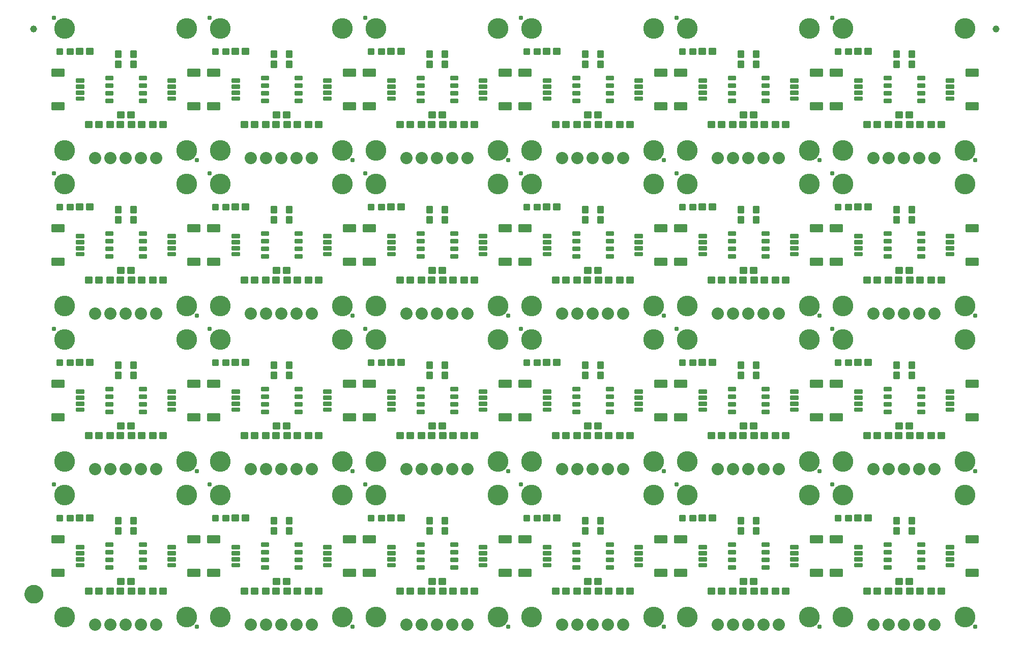
<source format=gts>
G04 EAGLE Gerber RS-274X export*
G75*
%MOMM*%
%FSLAX34Y34*%
%LPD*%
%INSoldermask Top*%
%IPPOS*%
%AMOC8*
5,1,8,0,0,1.08239X$1,22.5*%
G01*
%ADD10C,3.454400*%
%ADD11C,0.787400*%
%ADD12C,0.253525*%
%ADD13C,0.243431*%
%ADD14C,0.255816*%
%ADD15C,0.449434*%
%ADD16C,2.032000*%
%ADD17C,1.152400*%
%ADD18C,1.270000*%
%ADD19C,1.652400*%


D10*
X25400Y228600D03*
X228600Y228600D03*
D11*
X245110Y8890D03*
X7620Y246380D03*
D12*
X118795Y174295D02*
X118795Y164305D01*
X109805Y164305D01*
X109805Y174295D01*
X118795Y174295D01*
X118795Y166713D02*
X109805Y166713D01*
X109805Y169121D02*
X118795Y169121D01*
X118795Y171529D02*
X109805Y171529D01*
X109805Y173937D02*
X118795Y173937D01*
X118795Y181305D02*
X118795Y191295D01*
X118795Y181305D02*
X109805Y181305D01*
X109805Y191295D01*
X118795Y191295D01*
X118795Y183713D02*
X109805Y183713D01*
X109805Y186121D02*
X118795Y186121D01*
X118795Y188529D02*
X109805Y188529D01*
X109805Y190937D02*
X118795Y190937D01*
X144195Y174295D02*
X144195Y164305D01*
X135205Y164305D01*
X135205Y174295D01*
X144195Y174295D01*
X144195Y166713D02*
X135205Y166713D01*
X135205Y169121D02*
X144195Y169121D01*
X144195Y171529D02*
X135205Y171529D01*
X135205Y173937D02*
X144195Y173937D01*
X144195Y181305D02*
X144195Y191295D01*
X144195Y181305D02*
X135205Y181305D01*
X135205Y191295D01*
X144195Y191295D01*
X144195Y183713D02*
X135205Y183713D01*
X135205Y186121D02*
X144195Y186121D01*
X144195Y188529D02*
X135205Y188529D01*
X135205Y190937D02*
X144195Y190937D01*
D13*
X4505Y160545D02*
X4505Y149455D01*
X4505Y160545D02*
X23595Y160545D01*
X23595Y149455D01*
X4505Y149455D01*
X4505Y151767D02*
X23595Y151767D01*
X23595Y154079D02*
X4505Y154079D01*
X4505Y156391D02*
X23595Y156391D01*
X23595Y158703D02*
X4505Y158703D01*
X4505Y104545D02*
X4505Y93455D01*
X4505Y104545D02*
X23595Y104545D01*
X23595Y93455D01*
X4505Y93455D01*
X4505Y95767D02*
X23595Y95767D01*
X23595Y98079D02*
X4505Y98079D01*
X4505Y100391D02*
X23595Y100391D01*
X23595Y102703D02*
X4505Y102703D01*
D14*
X44567Y139517D02*
X44567Y144483D01*
X57033Y144483D01*
X57033Y139517D01*
X44567Y139517D01*
X44567Y141947D02*
X57033Y141947D01*
X57033Y144377D02*
X44567Y144377D01*
X44567Y134483D02*
X44567Y129517D01*
X44567Y134483D02*
X57033Y134483D01*
X57033Y129517D01*
X44567Y129517D01*
X44567Y131947D02*
X57033Y131947D01*
X57033Y134377D02*
X44567Y134377D01*
X44567Y124483D02*
X44567Y119517D01*
X44567Y124483D02*
X57033Y124483D01*
X57033Y119517D01*
X44567Y119517D01*
X44567Y121947D02*
X57033Y121947D01*
X57033Y124377D02*
X44567Y124377D01*
X44567Y114483D02*
X44567Y109517D01*
X44567Y114483D02*
X57033Y114483D01*
X57033Y109517D01*
X44567Y109517D01*
X44567Y111947D02*
X57033Y111947D01*
X57033Y114377D02*
X44567Y114377D01*
D12*
X113505Y80595D02*
X123495Y80595D01*
X113505Y80595D02*
X113505Y89585D01*
X123495Y89585D01*
X123495Y80595D01*
X123495Y83003D02*
X113505Y83003D01*
X113505Y85411D02*
X123495Y85411D01*
X123495Y87819D02*
X113505Y87819D01*
X130505Y80595D02*
X140495Y80595D01*
X130505Y80595D02*
X130505Y89585D01*
X140495Y89585D01*
X140495Y80595D01*
X140495Y83003D02*
X130505Y83003D01*
X130505Y85411D02*
X140495Y85411D01*
X140495Y87819D02*
X130505Y87819D01*
D13*
X249495Y93455D02*
X249495Y104545D01*
X249495Y93455D02*
X230405Y93455D01*
X230405Y104545D01*
X249495Y104545D01*
X249495Y95767D02*
X230405Y95767D01*
X230405Y98079D02*
X249495Y98079D01*
X249495Y100391D02*
X230405Y100391D01*
X230405Y102703D02*
X249495Y102703D01*
X249495Y149455D02*
X249495Y160545D01*
X249495Y149455D02*
X230405Y149455D01*
X230405Y160545D01*
X249495Y160545D01*
X249495Y151767D02*
X230405Y151767D01*
X230405Y154079D02*
X249495Y154079D01*
X249495Y156391D02*
X230405Y156391D01*
X230405Y158703D02*
X249495Y158703D01*
D14*
X209433Y114483D02*
X209433Y109517D01*
X196967Y109517D01*
X196967Y114483D01*
X209433Y114483D01*
X209433Y111947D02*
X196967Y111947D01*
X196967Y114377D02*
X209433Y114377D01*
X209433Y119517D02*
X209433Y124483D01*
X209433Y119517D02*
X196967Y119517D01*
X196967Y124483D01*
X209433Y124483D01*
X209433Y121947D02*
X196967Y121947D01*
X196967Y124377D02*
X209433Y124377D01*
X209433Y129517D02*
X209433Y134483D01*
X209433Y129517D02*
X196967Y129517D01*
X196967Y134483D01*
X209433Y134483D01*
X209433Y131947D02*
X196967Y131947D01*
X196967Y134377D02*
X209433Y134377D01*
X209433Y139517D02*
X209433Y144483D01*
X209433Y139517D02*
X196967Y139517D01*
X196967Y144483D01*
X209433Y144483D01*
X209433Y141947D02*
X196967Y141947D01*
X196967Y144377D02*
X209433Y144377D01*
D12*
X54915Y186005D02*
X44925Y186005D01*
X44925Y194995D01*
X54915Y194995D01*
X54915Y186005D01*
X54915Y188413D02*
X44925Y188413D01*
X44925Y190821D02*
X54915Y190821D01*
X54915Y193229D02*
X44925Y193229D01*
X61925Y186005D02*
X71915Y186005D01*
X61925Y186005D02*
X61925Y194995D01*
X71915Y194995D01*
X71915Y186005D01*
X71915Y188413D02*
X61925Y188413D01*
X61925Y190821D02*
X71915Y190821D01*
X71915Y193229D02*
X61925Y193229D01*
D15*
X20145Y194015D02*
X20145Y186985D01*
X13115Y186985D01*
X13115Y194015D01*
X20145Y194015D01*
X20145Y191254D02*
X13115Y191254D01*
X37685Y194015D02*
X37685Y186985D01*
X30655Y186985D01*
X30655Y194015D01*
X37685Y194015D01*
X37685Y191254D02*
X30655Y191254D01*
D14*
X160483Y110433D02*
X160483Y105467D01*
X149517Y105467D01*
X149517Y110433D01*
X160483Y110433D01*
X160483Y107897D02*
X149517Y107897D01*
X149517Y110327D02*
X160483Y110327D01*
X160483Y118167D02*
X160483Y123133D01*
X160483Y118167D02*
X149517Y118167D01*
X149517Y123133D01*
X160483Y123133D01*
X160483Y120597D02*
X149517Y120597D01*
X149517Y123027D02*
X160483Y123027D01*
X160483Y130867D02*
X160483Y135833D01*
X160483Y130867D02*
X149517Y130867D01*
X149517Y135833D01*
X160483Y135833D01*
X160483Y133297D02*
X149517Y133297D01*
X149517Y135727D02*
X160483Y135727D01*
X160483Y143567D02*
X160483Y148533D01*
X160483Y143567D02*
X149517Y143567D01*
X149517Y148533D01*
X160483Y148533D01*
X160483Y145997D02*
X149517Y145997D01*
X149517Y148427D02*
X160483Y148427D01*
X104483Y148533D02*
X104483Y143567D01*
X93517Y143567D01*
X93517Y148533D01*
X104483Y148533D01*
X104483Y145997D02*
X93517Y145997D01*
X93517Y148427D02*
X104483Y148427D01*
X104483Y135833D02*
X104483Y130867D01*
X93517Y130867D01*
X93517Y135833D01*
X104483Y135833D01*
X104483Y133297D02*
X93517Y133297D01*
X93517Y135727D02*
X104483Y135727D01*
X104483Y123133D02*
X104483Y118167D01*
X93517Y118167D01*
X93517Y123133D01*
X104483Y123133D01*
X104483Y120597D02*
X93517Y120597D01*
X93517Y123027D02*
X104483Y123027D01*
X104483Y110433D02*
X104483Y105467D01*
X93517Y105467D01*
X93517Y110433D01*
X104483Y110433D01*
X104483Y107897D02*
X93517Y107897D01*
X93517Y110327D02*
X104483Y110327D01*
D16*
X76200Y12700D03*
D12*
X70155Y64085D02*
X60165Y64085D01*
X60165Y73075D01*
X70155Y73075D01*
X70155Y64085D01*
X70155Y66493D02*
X60165Y66493D01*
X60165Y68901D02*
X70155Y68901D01*
X70155Y71309D02*
X60165Y71309D01*
X77165Y64085D02*
X87155Y64085D01*
X77165Y64085D02*
X77165Y73075D01*
X87155Y73075D01*
X87155Y64085D01*
X87155Y66493D02*
X77165Y66493D01*
X77165Y68901D02*
X87155Y68901D01*
X87155Y71309D02*
X77165Y71309D01*
X95725Y64085D02*
X105715Y64085D01*
X95725Y64085D02*
X95725Y73075D01*
X105715Y73075D01*
X105715Y64085D01*
X105715Y66493D02*
X95725Y66493D01*
X95725Y68901D02*
X105715Y68901D01*
X105715Y71309D02*
X95725Y71309D01*
X112725Y64085D02*
X122715Y64085D01*
X112725Y64085D02*
X112725Y73075D01*
X122715Y73075D01*
X122715Y64085D01*
X122715Y66493D02*
X112725Y66493D01*
X112725Y68901D02*
X122715Y68901D01*
X122715Y71309D02*
X112725Y71309D01*
X131285Y64085D02*
X141275Y64085D01*
X131285Y64085D02*
X131285Y73075D01*
X141275Y73075D01*
X141275Y64085D01*
X141275Y66493D02*
X131285Y66493D01*
X131285Y68901D02*
X141275Y68901D01*
X141275Y71309D02*
X131285Y71309D01*
X148285Y64085D02*
X158275Y64085D01*
X148285Y64085D02*
X148285Y73075D01*
X158275Y73075D01*
X158275Y64085D01*
X158275Y66493D02*
X148285Y66493D01*
X148285Y68901D02*
X158275Y68901D01*
X158275Y71309D02*
X148285Y71309D01*
X183845Y73075D02*
X193835Y73075D01*
X193835Y64085D01*
X183845Y64085D01*
X183845Y73075D01*
X183845Y66493D02*
X193835Y66493D01*
X193835Y68901D02*
X183845Y68901D01*
X183845Y71309D02*
X193835Y71309D01*
X176835Y73075D02*
X166845Y73075D01*
X176835Y73075D02*
X176835Y64085D01*
X166845Y64085D01*
X166845Y73075D01*
X166845Y66493D02*
X176835Y66493D01*
X176835Y68901D02*
X166845Y68901D01*
X166845Y71309D02*
X176835Y71309D01*
D10*
X25400Y25400D03*
X228600Y25400D03*
D16*
X177800Y12700D03*
X152400Y12700D03*
X127000Y12700D03*
X101600Y12700D03*
D10*
X284480Y228600D03*
X487680Y228600D03*
D11*
X504190Y8890D03*
X266700Y246380D03*
D12*
X377875Y174295D02*
X377875Y164305D01*
X368885Y164305D01*
X368885Y174295D01*
X377875Y174295D01*
X377875Y166713D02*
X368885Y166713D01*
X368885Y169121D02*
X377875Y169121D01*
X377875Y171529D02*
X368885Y171529D01*
X368885Y173937D02*
X377875Y173937D01*
X377875Y181305D02*
X377875Y191295D01*
X377875Y181305D02*
X368885Y181305D01*
X368885Y191295D01*
X377875Y191295D01*
X377875Y183713D02*
X368885Y183713D01*
X368885Y186121D02*
X377875Y186121D01*
X377875Y188529D02*
X368885Y188529D01*
X368885Y190937D02*
X377875Y190937D01*
X403275Y174295D02*
X403275Y164305D01*
X394285Y164305D01*
X394285Y174295D01*
X403275Y174295D01*
X403275Y166713D02*
X394285Y166713D01*
X394285Y169121D02*
X403275Y169121D01*
X403275Y171529D02*
X394285Y171529D01*
X394285Y173937D02*
X403275Y173937D01*
X403275Y181305D02*
X403275Y191295D01*
X403275Y181305D02*
X394285Y181305D01*
X394285Y191295D01*
X403275Y191295D01*
X403275Y183713D02*
X394285Y183713D01*
X394285Y186121D02*
X403275Y186121D01*
X403275Y188529D02*
X394285Y188529D01*
X394285Y190937D02*
X403275Y190937D01*
D13*
X263585Y160545D02*
X263585Y149455D01*
X263585Y160545D02*
X282675Y160545D01*
X282675Y149455D01*
X263585Y149455D01*
X263585Y151767D02*
X282675Y151767D01*
X282675Y154079D02*
X263585Y154079D01*
X263585Y156391D02*
X282675Y156391D01*
X282675Y158703D02*
X263585Y158703D01*
X263585Y104545D02*
X263585Y93455D01*
X263585Y104545D02*
X282675Y104545D01*
X282675Y93455D01*
X263585Y93455D01*
X263585Y95767D02*
X282675Y95767D01*
X282675Y98079D02*
X263585Y98079D01*
X263585Y100391D02*
X282675Y100391D01*
X282675Y102703D02*
X263585Y102703D01*
D14*
X303647Y139517D02*
X303647Y144483D01*
X316113Y144483D01*
X316113Y139517D01*
X303647Y139517D01*
X303647Y141947D02*
X316113Y141947D01*
X316113Y144377D02*
X303647Y144377D01*
X303647Y134483D02*
X303647Y129517D01*
X303647Y134483D02*
X316113Y134483D01*
X316113Y129517D01*
X303647Y129517D01*
X303647Y131947D02*
X316113Y131947D01*
X316113Y134377D02*
X303647Y134377D01*
X303647Y124483D02*
X303647Y119517D01*
X303647Y124483D02*
X316113Y124483D01*
X316113Y119517D01*
X303647Y119517D01*
X303647Y121947D02*
X316113Y121947D01*
X316113Y124377D02*
X303647Y124377D01*
X303647Y114483D02*
X303647Y109517D01*
X303647Y114483D02*
X316113Y114483D01*
X316113Y109517D01*
X303647Y109517D01*
X303647Y111947D02*
X316113Y111947D01*
X316113Y114377D02*
X303647Y114377D01*
D12*
X372585Y80595D02*
X382575Y80595D01*
X372585Y80595D02*
X372585Y89585D01*
X382575Y89585D01*
X382575Y80595D01*
X382575Y83003D02*
X372585Y83003D01*
X372585Y85411D02*
X382575Y85411D01*
X382575Y87819D02*
X372585Y87819D01*
X389585Y80595D02*
X399575Y80595D01*
X389585Y80595D02*
X389585Y89585D01*
X399575Y89585D01*
X399575Y80595D01*
X399575Y83003D02*
X389585Y83003D01*
X389585Y85411D02*
X399575Y85411D01*
X399575Y87819D02*
X389585Y87819D01*
D13*
X508575Y93455D02*
X508575Y104545D01*
X508575Y93455D02*
X489485Y93455D01*
X489485Y104545D01*
X508575Y104545D01*
X508575Y95767D02*
X489485Y95767D01*
X489485Y98079D02*
X508575Y98079D01*
X508575Y100391D02*
X489485Y100391D01*
X489485Y102703D02*
X508575Y102703D01*
X508575Y149455D02*
X508575Y160545D01*
X508575Y149455D02*
X489485Y149455D01*
X489485Y160545D01*
X508575Y160545D01*
X508575Y151767D02*
X489485Y151767D01*
X489485Y154079D02*
X508575Y154079D01*
X508575Y156391D02*
X489485Y156391D01*
X489485Y158703D02*
X508575Y158703D01*
D14*
X468513Y114483D02*
X468513Y109517D01*
X456047Y109517D01*
X456047Y114483D01*
X468513Y114483D01*
X468513Y111947D02*
X456047Y111947D01*
X456047Y114377D02*
X468513Y114377D01*
X468513Y119517D02*
X468513Y124483D01*
X468513Y119517D02*
X456047Y119517D01*
X456047Y124483D01*
X468513Y124483D01*
X468513Y121947D02*
X456047Y121947D01*
X456047Y124377D02*
X468513Y124377D01*
X468513Y129517D02*
X468513Y134483D01*
X468513Y129517D02*
X456047Y129517D01*
X456047Y134483D01*
X468513Y134483D01*
X468513Y131947D02*
X456047Y131947D01*
X456047Y134377D02*
X468513Y134377D01*
X468513Y139517D02*
X468513Y144483D01*
X468513Y139517D02*
X456047Y139517D01*
X456047Y144483D01*
X468513Y144483D01*
X468513Y141947D02*
X456047Y141947D01*
X456047Y144377D02*
X468513Y144377D01*
D12*
X313995Y186005D02*
X304005Y186005D01*
X304005Y194995D01*
X313995Y194995D01*
X313995Y186005D01*
X313995Y188413D02*
X304005Y188413D01*
X304005Y190821D02*
X313995Y190821D01*
X313995Y193229D02*
X304005Y193229D01*
X321005Y186005D02*
X330995Y186005D01*
X321005Y186005D02*
X321005Y194995D01*
X330995Y194995D01*
X330995Y186005D01*
X330995Y188413D02*
X321005Y188413D01*
X321005Y190821D02*
X330995Y190821D01*
X330995Y193229D02*
X321005Y193229D01*
D15*
X279225Y194015D02*
X279225Y186985D01*
X272195Y186985D01*
X272195Y194015D01*
X279225Y194015D01*
X279225Y191254D02*
X272195Y191254D01*
X296765Y194015D02*
X296765Y186985D01*
X289735Y186985D01*
X289735Y194015D01*
X296765Y194015D01*
X296765Y191254D02*
X289735Y191254D01*
D14*
X419563Y110433D02*
X419563Y105467D01*
X408597Y105467D01*
X408597Y110433D01*
X419563Y110433D01*
X419563Y107897D02*
X408597Y107897D01*
X408597Y110327D02*
X419563Y110327D01*
X419563Y118167D02*
X419563Y123133D01*
X419563Y118167D02*
X408597Y118167D01*
X408597Y123133D01*
X419563Y123133D01*
X419563Y120597D02*
X408597Y120597D01*
X408597Y123027D02*
X419563Y123027D01*
X419563Y130867D02*
X419563Y135833D01*
X419563Y130867D02*
X408597Y130867D01*
X408597Y135833D01*
X419563Y135833D01*
X419563Y133297D02*
X408597Y133297D01*
X408597Y135727D02*
X419563Y135727D01*
X419563Y143567D02*
X419563Y148533D01*
X419563Y143567D02*
X408597Y143567D01*
X408597Y148533D01*
X419563Y148533D01*
X419563Y145997D02*
X408597Y145997D01*
X408597Y148427D02*
X419563Y148427D01*
X363563Y148533D02*
X363563Y143567D01*
X352597Y143567D01*
X352597Y148533D01*
X363563Y148533D01*
X363563Y145997D02*
X352597Y145997D01*
X352597Y148427D02*
X363563Y148427D01*
X363563Y135833D02*
X363563Y130867D01*
X352597Y130867D01*
X352597Y135833D01*
X363563Y135833D01*
X363563Y133297D02*
X352597Y133297D01*
X352597Y135727D02*
X363563Y135727D01*
X363563Y123133D02*
X363563Y118167D01*
X352597Y118167D01*
X352597Y123133D01*
X363563Y123133D01*
X363563Y120597D02*
X352597Y120597D01*
X352597Y123027D02*
X363563Y123027D01*
X363563Y110433D02*
X363563Y105467D01*
X352597Y105467D01*
X352597Y110433D01*
X363563Y110433D01*
X363563Y107897D02*
X352597Y107897D01*
X352597Y110327D02*
X363563Y110327D01*
D16*
X335280Y12700D03*
D12*
X329235Y64085D02*
X319245Y64085D01*
X319245Y73075D01*
X329235Y73075D01*
X329235Y64085D01*
X329235Y66493D02*
X319245Y66493D01*
X319245Y68901D02*
X329235Y68901D01*
X329235Y71309D02*
X319245Y71309D01*
X336245Y64085D02*
X346235Y64085D01*
X336245Y64085D02*
X336245Y73075D01*
X346235Y73075D01*
X346235Y64085D01*
X346235Y66493D02*
X336245Y66493D01*
X336245Y68901D02*
X346235Y68901D01*
X346235Y71309D02*
X336245Y71309D01*
X354805Y64085D02*
X364795Y64085D01*
X354805Y64085D02*
X354805Y73075D01*
X364795Y73075D01*
X364795Y64085D01*
X364795Y66493D02*
X354805Y66493D01*
X354805Y68901D02*
X364795Y68901D01*
X364795Y71309D02*
X354805Y71309D01*
X371805Y64085D02*
X381795Y64085D01*
X371805Y64085D02*
X371805Y73075D01*
X381795Y73075D01*
X381795Y64085D01*
X381795Y66493D02*
X371805Y66493D01*
X371805Y68901D02*
X381795Y68901D01*
X381795Y71309D02*
X371805Y71309D01*
X390365Y64085D02*
X400355Y64085D01*
X390365Y64085D02*
X390365Y73075D01*
X400355Y73075D01*
X400355Y64085D01*
X400355Y66493D02*
X390365Y66493D01*
X390365Y68901D02*
X400355Y68901D01*
X400355Y71309D02*
X390365Y71309D01*
X407365Y64085D02*
X417355Y64085D01*
X407365Y64085D02*
X407365Y73075D01*
X417355Y73075D01*
X417355Y64085D01*
X417355Y66493D02*
X407365Y66493D01*
X407365Y68901D02*
X417355Y68901D01*
X417355Y71309D02*
X407365Y71309D01*
X442925Y73075D02*
X452915Y73075D01*
X452915Y64085D01*
X442925Y64085D01*
X442925Y73075D01*
X442925Y66493D02*
X452915Y66493D01*
X452915Y68901D02*
X442925Y68901D01*
X442925Y71309D02*
X452915Y71309D01*
X435915Y73075D02*
X425925Y73075D01*
X435915Y73075D02*
X435915Y64085D01*
X425925Y64085D01*
X425925Y73075D01*
X425925Y66493D02*
X435915Y66493D01*
X435915Y68901D02*
X425925Y68901D01*
X425925Y71309D02*
X435915Y71309D01*
D10*
X284480Y25400D03*
X487680Y25400D03*
D16*
X436880Y12700D03*
X411480Y12700D03*
X386080Y12700D03*
X360680Y12700D03*
D10*
X543560Y228600D03*
X746760Y228600D03*
D11*
X763270Y8890D03*
X525780Y246380D03*
D12*
X636955Y174295D02*
X636955Y164305D01*
X627965Y164305D01*
X627965Y174295D01*
X636955Y174295D01*
X636955Y166713D02*
X627965Y166713D01*
X627965Y169121D02*
X636955Y169121D01*
X636955Y171529D02*
X627965Y171529D01*
X627965Y173937D02*
X636955Y173937D01*
X636955Y181305D02*
X636955Y191295D01*
X636955Y181305D02*
X627965Y181305D01*
X627965Y191295D01*
X636955Y191295D01*
X636955Y183713D02*
X627965Y183713D01*
X627965Y186121D02*
X636955Y186121D01*
X636955Y188529D02*
X627965Y188529D01*
X627965Y190937D02*
X636955Y190937D01*
X662355Y174295D02*
X662355Y164305D01*
X653365Y164305D01*
X653365Y174295D01*
X662355Y174295D01*
X662355Y166713D02*
X653365Y166713D01*
X653365Y169121D02*
X662355Y169121D01*
X662355Y171529D02*
X653365Y171529D01*
X653365Y173937D02*
X662355Y173937D01*
X662355Y181305D02*
X662355Y191295D01*
X662355Y181305D02*
X653365Y181305D01*
X653365Y191295D01*
X662355Y191295D01*
X662355Y183713D02*
X653365Y183713D01*
X653365Y186121D02*
X662355Y186121D01*
X662355Y188529D02*
X653365Y188529D01*
X653365Y190937D02*
X662355Y190937D01*
D13*
X522665Y160545D02*
X522665Y149455D01*
X522665Y160545D02*
X541755Y160545D01*
X541755Y149455D01*
X522665Y149455D01*
X522665Y151767D02*
X541755Y151767D01*
X541755Y154079D02*
X522665Y154079D01*
X522665Y156391D02*
X541755Y156391D01*
X541755Y158703D02*
X522665Y158703D01*
X522665Y104545D02*
X522665Y93455D01*
X522665Y104545D02*
X541755Y104545D01*
X541755Y93455D01*
X522665Y93455D01*
X522665Y95767D02*
X541755Y95767D01*
X541755Y98079D02*
X522665Y98079D01*
X522665Y100391D02*
X541755Y100391D01*
X541755Y102703D02*
X522665Y102703D01*
D14*
X562727Y139517D02*
X562727Y144483D01*
X575193Y144483D01*
X575193Y139517D01*
X562727Y139517D01*
X562727Y141947D02*
X575193Y141947D01*
X575193Y144377D02*
X562727Y144377D01*
X562727Y134483D02*
X562727Y129517D01*
X562727Y134483D02*
X575193Y134483D01*
X575193Y129517D01*
X562727Y129517D01*
X562727Y131947D02*
X575193Y131947D01*
X575193Y134377D02*
X562727Y134377D01*
X562727Y124483D02*
X562727Y119517D01*
X562727Y124483D02*
X575193Y124483D01*
X575193Y119517D01*
X562727Y119517D01*
X562727Y121947D02*
X575193Y121947D01*
X575193Y124377D02*
X562727Y124377D01*
X562727Y114483D02*
X562727Y109517D01*
X562727Y114483D02*
X575193Y114483D01*
X575193Y109517D01*
X562727Y109517D01*
X562727Y111947D02*
X575193Y111947D01*
X575193Y114377D02*
X562727Y114377D01*
D12*
X631665Y80595D02*
X641655Y80595D01*
X631665Y80595D02*
X631665Y89585D01*
X641655Y89585D01*
X641655Y80595D01*
X641655Y83003D02*
X631665Y83003D01*
X631665Y85411D02*
X641655Y85411D01*
X641655Y87819D02*
X631665Y87819D01*
X648665Y80595D02*
X658655Y80595D01*
X648665Y80595D02*
X648665Y89585D01*
X658655Y89585D01*
X658655Y80595D01*
X658655Y83003D02*
X648665Y83003D01*
X648665Y85411D02*
X658655Y85411D01*
X658655Y87819D02*
X648665Y87819D01*
D13*
X767655Y93455D02*
X767655Y104545D01*
X767655Y93455D02*
X748565Y93455D01*
X748565Y104545D01*
X767655Y104545D01*
X767655Y95767D02*
X748565Y95767D01*
X748565Y98079D02*
X767655Y98079D01*
X767655Y100391D02*
X748565Y100391D01*
X748565Y102703D02*
X767655Y102703D01*
X767655Y149455D02*
X767655Y160545D01*
X767655Y149455D02*
X748565Y149455D01*
X748565Y160545D01*
X767655Y160545D01*
X767655Y151767D02*
X748565Y151767D01*
X748565Y154079D02*
X767655Y154079D01*
X767655Y156391D02*
X748565Y156391D01*
X748565Y158703D02*
X767655Y158703D01*
D14*
X727593Y114483D02*
X727593Y109517D01*
X715127Y109517D01*
X715127Y114483D01*
X727593Y114483D01*
X727593Y111947D02*
X715127Y111947D01*
X715127Y114377D02*
X727593Y114377D01*
X727593Y119517D02*
X727593Y124483D01*
X727593Y119517D02*
X715127Y119517D01*
X715127Y124483D01*
X727593Y124483D01*
X727593Y121947D02*
X715127Y121947D01*
X715127Y124377D02*
X727593Y124377D01*
X727593Y129517D02*
X727593Y134483D01*
X727593Y129517D02*
X715127Y129517D01*
X715127Y134483D01*
X727593Y134483D01*
X727593Y131947D02*
X715127Y131947D01*
X715127Y134377D02*
X727593Y134377D01*
X727593Y139517D02*
X727593Y144483D01*
X727593Y139517D02*
X715127Y139517D01*
X715127Y144483D01*
X727593Y144483D01*
X727593Y141947D02*
X715127Y141947D01*
X715127Y144377D02*
X727593Y144377D01*
D12*
X573075Y186005D02*
X563085Y186005D01*
X563085Y194995D01*
X573075Y194995D01*
X573075Y186005D01*
X573075Y188413D02*
X563085Y188413D01*
X563085Y190821D02*
X573075Y190821D01*
X573075Y193229D02*
X563085Y193229D01*
X580085Y186005D02*
X590075Y186005D01*
X580085Y186005D02*
X580085Y194995D01*
X590075Y194995D01*
X590075Y186005D01*
X590075Y188413D02*
X580085Y188413D01*
X580085Y190821D02*
X590075Y190821D01*
X590075Y193229D02*
X580085Y193229D01*
D15*
X538305Y194015D02*
X538305Y186985D01*
X531275Y186985D01*
X531275Y194015D01*
X538305Y194015D01*
X538305Y191254D02*
X531275Y191254D01*
X555845Y194015D02*
X555845Y186985D01*
X548815Y186985D01*
X548815Y194015D01*
X555845Y194015D01*
X555845Y191254D02*
X548815Y191254D01*
D14*
X678643Y110433D02*
X678643Y105467D01*
X667677Y105467D01*
X667677Y110433D01*
X678643Y110433D01*
X678643Y107897D02*
X667677Y107897D01*
X667677Y110327D02*
X678643Y110327D01*
X678643Y118167D02*
X678643Y123133D01*
X678643Y118167D02*
X667677Y118167D01*
X667677Y123133D01*
X678643Y123133D01*
X678643Y120597D02*
X667677Y120597D01*
X667677Y123027D02*
X678643Y123027D01*
X678643Y130867D02*
X678643Y135833D01*
X678643Y130867D02*
X667677Y130867D01*
X667677Y135833D01*
X678643Y135833D01*
X678643Y133297D02*
X667677Y133297D01*
X667677Y135727D02*
X678643Y135727D01*
X678643Y143567D02*
X678643Y148533D01*
X678643Y143567D02*
X667677Y143567D01*
X667677Y148533D01*
X678643Y148533D01*
X678643Y145997D02*
X667677Y145997D01*
X667677Y148427D02*
X678643Y148427D01*
X622643Y148533D02*
X622643Y143567D01*
X611677Y143567D01*
X611677Y148533D01*
X622643Y148533D01*
X622643Y145997D02*
X611677Y145997D01*
X611677Y148427D02*
X622643Y148427D01*
X622643Y135833D02*
X622643Y130867D01*
X611677Y130867D01*
X611677Y135833D01*
X622643Y135833D01*
X622643Y133297D02*
X611677Y133297D01*
X611677Y135727D02*
X622643Y135727D01*
X622643Y123133D02*
X622643Y118167D01*
X611677Y118167D01*
X611677Y123133D01*
X622643Y123133D01*
X622643Y120597D02*
X611677Y120597D01*
X611677Y123027D02*
X622643Y123027D01*
X622643Y110433D02*
X622643Y105467D01*
X611677Y105467D01*
X611677Y110433D01*
X622643Y110433D01*
X622643Y107897D02*
X611677Y107897D01*
X611677Y110327D02*
X622643Y110327D01*
D16*
X594360Y12700D03*
D12*
X588315Y64085D02*
X578325Y64085D01*
X578325Y73075D01*
X588315Y73075D01*
X588315Y64085D01*
X588315Y66493D02*
X578325Y66493D01*
X578325Y68901D02*
X588315Y68901D01*
X588315Y71309D02*
X578325Y71309D01*
X595325Y64085D02*
X605315Y64085D01*
X595325Y64085D02*
X595325Y73075D01*
X605315Y73075D01*
X605315Y64085D01*
X605315Y66493D02*
X595325Y66493D01*
X595325Y68901D02*
X605315Y68901D01*
X605315Y71309D02*
X595325Y71309D01*
X613885Y64085D02*
X623875Y64085D01*
X613885Y64085D02*
X613885Y73075D01*
X623875Y73075D01*
X623875Y64085D01*
X623875Y66493D02*
X613885Y66493D01*
X613885Y68901D02*
X623875Y68901D01*
X623875Y71309D02*
X613885Y71309D01*
X630885Y64085D02*
X640875Y64085D01*
X630885Y64085D02*
X630885Y73075D01*
X640875Y73075D01*
X640875Y64085D01*
X640875Y66493D02*
X630885Y66493D01*
X630885Y68901D02*
X640875Y68901D01*
X640875Y71309D02*
X630885Y71309D01*
X649445Y64085D02*
X659435Y64085D01*
X649445Y64085D02*
X649445Y73075D01*
X659435Y73075D01*
X659435Y64085D01*
X659435Y66493D02*
X649445Y66493D01*
X649445Y68901D02*
X659435Y68901D01*
X659435Y71309D02*
X649445Y71309D01*
X666445Y64085D02*
X676435Y64085D01*
X666445Y64085D02*
X666445Y73075D01*
X676435Y73075D01*
X676435Y64085D01*
X676435Y66493D02*
X666445Y66493D01*
X666445Y68901D02*
X676435Y68901D01*
X676435Y71309D02*
X666445Y71309D01*
X702005Y73075D02*
X711995Y73075D01*
X711995Y64085D01*
X702005Y64085D01*
X702005Y73075D01*
X702005Y66493D02*
X711995Y66493D01*
X711995Y68901D02*
X702005Y68901D01*
X702005Y71309D02*
X711995Y71309D01*
X694995Y73075D02*
X685005Y73075D01*
X694995Y73075D02*
X694995Y64085D01*
X685005Y64085D01*
X685005Y73075D01*
X685005Y66493D02*
X694995Y66493D01*
X694995Y68901D02*
X685005Y68901D01*
X685005Y71309D02*
X694995Y71309D01*
D10*
X543560Y25400D03*
X746760Y25400D03*
D16*
X695960Y12700D03*
X670560Y12700D03*
X645160Y12700D03*
X619760Y12700D03*
D10*
X802640Y228600D03*
X1005840Y228600D03*
D11*
X1022350Y8890D03*
X784860Y246380D03*
D12*
X896035Y174295D02*
X896035Y164305D01*
X887045Y164305D01*
X887045Y174295D01*
X896035Y174295D01*
X896035Y166713D02*
X887045Y166713D01*
X887045Y169121D02*
X896035Y169121D01*
X896035Y171529D02*
X887045Y171529D01*
X887045Y173937D02*
X896035Y173937D01*
X896035Y181305D02*
X896035Y191295D01*
X896035Y181305D02*
X887045Y181305D01*
X887045Y191295D01*
X896035Y191295D01*
X896035Y183713D02*
X887045Y183713D01*
X887045Y186121D02*
X896035Y186121D01*
X896035Y188529D02*
X887045Y188529D01*
X887045Y190937D02*
X896035Y190937D01*
X921435Y174295D02*
X921435Y164305D01*
X912445Y164305D01*
X912445Y174295D01*
X921435Y174295D01*
X921435Y166713D02*
X912445Y166713D01*
X912445Y169121D02*
X921435Y169121D01*
X921435Y171529D02*
X912445Y171529D01*
X912445Y173937D02*
X921435Y173937D01*
X921435Y181305D02*
X921435Y191295D01*
X921435Y181305D02*
X912445Y181305D01*
X912445Y191295D01*
X921435Y191295D01*
X921435Y183713D02*
X912445Y183713D01*
X912445Y186121D02*
X921435Y186121D01*
X921435Y188529D02*
X912445Y188529D01*
X912445Y190937D02*
X921435Y190937D01*
D13*
X781745Y160545D02*
X781745Y149455D01*
X781745Y160545D02*
X800835Y160545D01*
X800835Y149455D01*
X781745Y149455D01*
X781745Y151767D02*
X800835Y151767D01*
X800835Y154079D02*
X781745Y154079D01*
X781745Y156391D02*
X800835Y156391D01*
X800835Y158703D02*
X781745Y158703D01*
X781745Y104545D02*
X781745Y93455D01*
X781745Y104545D02*
X800835Y104545D01*
X800835Y93455D01*
X781745Y93455D01*
X781745Y95767D02*
X800835Y95767D01*
X800835Y98079D02*
X781745Y98079D01*
X781745Y100391D02*
X800835Y100391D01*
X800835Y102703D02*
X781745Y102703D01*
D14*
X821807Y139517D02*
X821807Y144483D01*
X834273Y144483D01*
X834273Y139517D01*
X821807Y139517D01*
X821807Y141947D02*
X834273Y141947D01*
X834273Y144377D02*
X821807Y144377D01*
X821807Y134483D02*
X821807Y129517D01*
X821807Y134483D02*
X834273Y134483D01*
X834273Y129517D01*
X821807Y129517D01*
X821807Y131947D02*
X834273Y131947D01*
X834273Y134377D02*
X821807Y134377D01*
X821807Y124483D02*
X821807Y119517D01*
X821807Y124483D02*
X834273Y124483D01*
X834273Y119517D01*
X821807Y119517D01*
X821807Y121947D02*
X834273Y121947D01*
X834273Y124377D02*
X821807Y124377D01*
X821807Y114483D02*
X821807Y109517D01*
X821807Y114483D02*
X834273Y114483D01*
X834273Y109517D01*
X821807Y109517D01*
X821807Y111947D02*
X834273Y111947D01*
X834273Y114377D02*
X821807Y114377D01*
D12*
X890745Y80595D02*
X900735Y80595D01*
X890745Y80595D02*
X890745Y89585D01*
X900735Y89585D01*
X900735Y80595D01*
X900735Y83003D02*
X890745Y83003D01*
X890745Y85411D02*
X900735Y85411D01*
X900735Y87819D02*
X890745Y87819D01*
X907745Y80595D02*
X917735Y80595D01*
X907745Y80595D02*
X907745Y89585D01*
X917735Y89585D01*
X917735Y80595D01*
X917735Y83003D02*
X907745Y83003D01*
X907745Y85411D02*
X917735Y85411D01*
X917735Y87819D02*
X907745Y87819D01*
D13*
X1026735Y93455D02*
X1026735Y104545D01*
X1026735Y93455D02*
X1007645Y93455D01*
X1007645Y104545D01*
X1026735Y104545D01*
X1026735Y95767D02*
X1007645Y95767D01*
X1007645Y98079D02*
X1026735Y98079D01*
X1026735Y100391D02*
X1007645Y100391D01*
X1007645Y102703D02*
X1026735Y102703D01*
X1026735Y149455D02*
X1026735Y160545D01*
X1026735Y149455D02*
X1007645Y149455D01*
X1007645Y160545D01*
X1026735Y160545D01*
X1026735Y151767D02*
X1007645Y151767D01*
X1007645Y154079D02*
X1026735Y154079D01*
X1026735Y156391D02*
X1007645Y156391D01*
X1007645Y158703D02*
X1026735Y158703D01*
D14*
X986673Y114483D02*
X986673Y109517D01*
X974207Y109517D01*
X974207Y114483D01*
X986673Y114483D01*
X986673Y111947D02*
X974207Y111947D01*
X974207Y114377D02*
X986673Y114377D01*
X986673Y119517D02*
X986673Y124483D01*
X986673Y119517D02*
X974207Y119517D01*
X974207Y124483D01*
X986673Y124483D01*
X986673Y121947D02*
X974207Y121947D01*
X974207Y124377D02*
X986673Y124377D01*
X986673Y129517D02*
X986673Y134483D01*
X986673Y129517D02*
X974207Y129517D01*
X974207Y134483D01*
X986673Y134483D01*
X986673Y131947D02*
X974207Y131947D01*
X974207Y134377D02*
X986673Y134377D01*
X986673Y139517D02*
X986673Y144483D01*
X986673Y139517D02*
X974207Y139517D01*
X974207Y144483D01*
X986673Y144483D01*
X986673Y141947D02*
X974207Y141947D01*
X974207Y144377D02*
X986673Y144377D01*
D12*
X832155Y186005D02*
X822165Y186005D01*
X822165Y194995D01*
X832155Y194995D01*
X832155Y186005D01*
X832155Y188413D02*
X822165Y188413D01*
X822165Y190821D02*
X832155Y190821D01*
X832155Y193229D02*
X822165Y193229D01*
X839165Y186005D02*
X849155Y186005D01*
X839165Y186005D02*
X839165Y194995D01*
X849155Y194995D01*
X849155Y186005D01*
X849155Y188413D02*
X839165Y188413D01*
X839165Y190821D02*
X849155Y190821D01*
X849155Y193229D02*
X839165Y193229D01*
D15*
X797385Y194015D02*
X797385Y186985D01*
X790355Y186985D01*
X790355Y194015D01*
X797385Y194015D01*
X797385Y191254D02*
X790355Y191254D01*
X814925Y194015D02*
X814925Y186985D01*
X807895Y186985D01*
X807895Y194015D01*
X814925Y194015D01*
X814925Y191254D02*
X807895Y191254D01*
D14*
X937723Y110433D02*
X937723Y105467D01*
X926757Y105467D01*
X926757Y110433D01*
X937723Y110433D01*
X937723Y107897D02*
X926757Y107897D01*
X926757Y110327D02*
X937723Y110327D01*
X937723Y118167D02*
X937723Y123133D01*
X937723Y118167D02*
X926757Y118167D01*
X926757Y123133D01*
X937723Y123133D01*
X937723Y120597D02*
X926757Y120597D01*
X926757Y123027D02*
X937723Y123027D01*
X937723Y130867D02*
X937723Y135833D01*
X937723Y130867D02*
X926757Y130867D01*
X926757Y135833D01*
X937723Y135833D01*
X937723Y133297D02*
X926757Y133297D01*
X926757Y135727D02*
X937723Y135727D01*
X937723Y143567D02*
X937723Y148533D01*
X937723Y143567D02*
X926757Y143567D01*
X926757Y148533D01*
X937723Y148533D01*
X937723Y145997D02*
X926757Y145997D01*
X926757Y148427D02*
X937723Y148427D01*
X881723Y148533D02*
X881723Y143567D01*
X870757Y143567D01*
X870757Y148533D01*
X881723Y148533D01*
X881723Y145997D02*
X870757Y145997D01*
X870757Y148427D02*
X881723Y148427D01*
X881723Y135833D02*
X881723Y130867D01*
X870757Y130867D01*
X870757Y135833D01*
X881723Y135833D01*
X881723Y133297D02*
X870757Y133297D01*
X870757Y135727D02*
X881723Y135727D01*
X881723Y123133D02*
X881723Y118167D01*
X870757Y118167D01*
X870757Y123133D01*
X881723Y123133D01*
X881723Y120597D02*
X870757Y120597D01*
X870757Y123027D02*
X881723Y123027D01*
X881723Y110433D02*
X881723Y105467D01*
X870757Y105467D01*
X870757Y110433D01*
X881723Y110433D01*
X881723Y107897D02*
X870757Y107897D01*
X870757Y110327D02*
X881723Y110327D01*
D16*
X853440Y12700D03*
D12*
X847395Y64085D02*
X837405Y64085D01*
X837405Y73075D01*
X847395Y73075D01*
X847395Y64085D01*
X847395Y66493D02*
X837405Y66493D01*
X837405Y68901D02*
X847395Y68901D01*
X847395Y71309D02*
X837405Y71309D01*
X854405Y64085D02*
X864395Y64085D01*
X854405Y64085D02*
X854405Y73075D01*
X864395Y73075D01*
X864395Y64085D01*
X864395Y66493D02*
X854405Y66493D01*
X854405Y68901D02*
X864395Y68901D01*
X864395Y71309D02*
X854405Y71309D01*
X872965Y64085D02*
X882955Y64085D01*
X872965Y64085D02*
X872965Y73075D01*
X882955Y73075D01*
X882955Y64085D01*
X882955Y66493D02*
X872965Y66493D01*
X872965Y68901D02*
X882955Y68901D01*
X882955Y71309D02*
X872965Y71309D01*
X889965Y64085D02*
X899955Y64085D01*
X889965Y64085D02*
X889965Y73075D01*
X899955Y73075D01*
X899955Y64085D01*
X899955Y66493D02*
X889965Y66493D01*
X889965Y68901D02*
X899955Y68901D01*
X899955Y71309D02*
X889965Y71309D01*
X908525Y64085D02*
X918515Y64085D01*
X908525Y64085D02*
X908525Y73075D01*
X918515Y73075D01*
X918515Y64085D01*
X918515Y66493D02*
X908525Y66493D01*
X908525Y68901D02*
X918515Y68901D01*
X918515Y71309D02*
X908525Y71309D01*
X925525Y64085D02*
X935515Y64085D01*
X925525Y64085D02*
X925525Y73075D01*
X935515Y73075D01*
X935515Y64085D01*
X935515Y66493D02*
X925525Y66493D01*
X925525Y68901D02*
X935515Y68901D01*
X935515Y71309D02*
X925525Y71309D01*
X961085Y73075D02*
X971075Y73075D01*
X971075Y64085D01*
X961085Y64085D01*
X961085Y73075D01*
X961085Y66493D02*
X971075Y66493D01*
X971075Y68901D02*
X961085Y68901D01*
X961085Y71309D02*
X971075Y71309D01*
X954075Y73075D02*
X944085Y73075D01*
X954075Y73075D02*
X954075Y64085D01*
X944085Y64085D01*
X944085Y73075D01*
X944085Y66493D02*
X954075Y66493D01*
X954075Y68901D02*
X944085Y68901D01*
X944085Y71309D02*
X954075Y71309D01*
D10*
X802640Y25400D03*
X1005840Y25400D03*
D16*
X955040Y12700D03*
X929640Y12700D03*
X904240Y12700D03*
X878840Y12700D03*
D10*
X1061720Y228600D03*
X1264920Y228600D03*
D11*
X1281430Y8890D03*
X1043940Y246380D03*
D12*
X1155115Y174295D02*
X1155115Y164305D01*
X1146125Y164305D01*
X1146125Y174295D01*
X1155115Y174295D01*
X1155115Y166713D02*
X1146125Y166713D01*
X1146125Y169121D02*
X1155115Y169121D01*
X1155115Y171529D02*
X1146125Y171529D01*
X1146125Y173937D02*
X1155115Y173937D01*
X1155115Y181305D02*
X1155115Y191295D01*
X1155115Y181305D02*
X1146125Y181305D01*
X1146125Y191295D01*
X1155115Y191295D01*
X1155115Y183713D02*
X1146125Y183713D01*
X1146125Y186121D02*
X1155115Y186121D01*
X1155115Y188529D02*
X1146125Y188529D01*
X1146125Y190937D02*
X1155115Y190937D01*
X1180515Y174295D02*
X1180515Y164305D01*
X1171525Y164305D01*
X1171525Y174295D01*
X1180515Y174295D01*
X1180515Y166713D02*
X1171525Y166713D01*
X1171525Y169121D02*
X1180515Y169121D01*
X1180515Y171529D02*
X1171525Y171529D01*
X1171525Y173937D02*
X1180515Y173937D01*
X1180515Y181305D02*
X1180515Y191295D01*
X1180515Y181305D02*
X1171525Y181305D01*
X1171525Y191295D01*
X1180515Y191295D01*
X1180515Y183713D02*
X1171525Y183713D01*
X1171525Y186121D02*
X1180515Y186121D01*
X1180515Y188529D02*
X1171525Y188529D01*
X1171525Y190937D02*
X1180515Y190937D01*
D13*
X1040825Y160545D02*
X1040825Y149455D01*
X1040825Y160545D02*
X1059915Y160545D01*
X1059915Y149455D01*
X1040825Y149455D01*
X1040825Y151767D02*
X1059915Y151767D01*
X1059915Y154079D02*
X1040825Y154079D01*
X1040825Y156391D02*
X1059915Y156391D01*
X1059915Y158703D02*
X1040825Y158703D01*
X1040825Y104545D02*
X1040825Y93455D01*
X1040825Y104545D02*
X1059915Y104545D01*
X1059915Y93455D01*
X1040825Y93455D01*
X1040825Y95767D02*
X1059915Y95767D01*
X1059915Y98079D02*
X1040825Y98079D01*
X1040825Y100391D02*
X1059915Y100391D01*
X1059915Y102703D02*
X1040825Y102703D01*
D14*
X1080887Y139517D02*
X1080887Y144483D01*
X1093353Y144483D01*
X1093353Y139517D01*
X1080887Y139517D01*
X1080887Y141947D02*
X1093353Y141947D01*
X1093353Y144377D02*
X1080887Y144377D01*
X1080887Y134483D02*
X1080887Y129517D01*
X1080887Y134483D02*
X1093353Y134483D01*
X1093353Y129517D01*
X1080887Y129517D01*
X1080887Y131947D02*
X1093353Y131947D01*
X1093353Y134377D02*
X1080887Y134377D01*
X1080887Y124483D02*
X1080887Y119517D01*
X1080887Y124483D02*
X1093353Y124483D01*
X1093353Y119517D01*
X1080887Y119517D01*
X1080887Y121947D02*
X1093353Y121947D01*
X1093353Y124377D02*
X1080887Y124377D01*
X1080887Y114483D02*
X1080887Y109517D01*
X1080887Y114483D02*
X1093353Y114483D01*
X1093353Y109517D01*
X1080887Y109517D01*
X1080887Y111947D02*
X1093353Y111947D01*
X1093353Y114377D02*
X1080887Y114377D01*
D12*
X1149825Y80595D02*
X1159815Y80595D01*
X1149825Y80595D02*
X1149825Y89585D01*
X1159815Y89585D01*
X1159815Y80595D01*
X1159815Y83003D02*
X1149825Y83003D01*
X1149825Y85411D02*
X1159815Y85411D01*
X1159815Y87819D02*
X1149825Y87819D01*
X1166825Y80595D02*
X1176815Y80595D01*
X1166825Y80595D02*
X1166825Y89585D01*
X1176815Y89585D01*
X1176815Y80595D01*
X1176815Y83003D02*
X1166825Y83003D01*
X1166825Y85411D02*
X1176815Y85411D01*
X1176815Y87819D02*
X1166825Y87819D01*
D13*
X1285815Y93455D02*
X1285815Y104545D01*
X1285815Y93455D02*
X1266725Y93455D01*
X1266725Y104545D01*
X1285815Y104545D01*
X1285815Y95767D02*
X1266725Y95767D01*
X1266725Y98079D02*
X1285815Y98079D01*
X1285815Y100391D02*
X1266725Y100391D01*
X1266725Y102703D02*
X1285815Y102703D01*
X1285815Y149455D02*
X1285815Y160545D01*
X1285815Y149455D02*
X1266725Y149455D01*
X1266725Y160545D01*
X1285815Y160545D01*
X1285815Y151767D02*
X1266725Y151767D01*
X1266725Y154079D02*
X1285815Y154079D01*
X1285815Y156391D02*
X1266725Y156391D01*
X1266725Y158703D02*
X1285815Y158703D01*
D14*
X1245753Y114483D02*
X1245753Y109517D01*
X1233287Y109517D01*
X1233287Y114483D01*
X1245753Y114483D01*
X1245753Y111947D02*
X1233287Y111947D01*
X1233287Y114377D02*
X1245753Y114377D01*
X1245753Y119517D02*
X1245753Y124483D01*
X1245753Y119517D02*
X1233287Y119517D01*
X1233287Y124483D01*
X1245753Y124483D01*
X1245753Y121947D02*
X1233287Y121947D01*
X1233287Y124377D02*
X1245753Y124377D01*
X1245753Y129517D02*
X1245753Y134483D01*
X1245753Y129517D02*
X1233287Y129517D01*
X1233287Y134483D01*
X1245753Y134483D01*
X1245753Y131947D02*
X1233287Y131947D01*
X1233287Y134377D02*
X1245753Y134377D01*
X1245753Y139517D02*
X1245753Y144483D01*
X1245753Y139517D02*
X1233287Y139517D01*
X1233287Y144483D01*
X1245753Y144483D01*
X1245753Y141947D02*
X1233287Y141947D01*
X1233287Y144377D02*
X1245753Y144377D01*
D12*
X1091235Y186005D02*
X1081245Y186005D01*
X1081245Y194995D01*
X1091235Y194995D01*
X1091235Y186005D01*
X1091235Y188413D02*
X1081245Y188413D01*
X1081245Y190821D02*
X1091235Y190821D01*
X1091235Y193229D02*
X1081245Y193229D01*
X1098245Y186005D02*
X1108235Y186005D01*
X1098245Y186005D02*
X1098245Y194995D01*
X1108235Y194995D01*
X1108235Y186005D01*
X1108235Y188413D02*
X1098245Y188413D01*
X1098245Y190821D02*
X1108235Y190821D01*
X1108235Y193229D02*
X1098245Y193229D01*
D15*
X1056465Y194015D02*
X1056465Y186985D01*
X1049435Y186985D01*
X1049435Y194015D01*
X1056465Y194015D01*
X1056465Y191254D02*
X1049435Y191254D01*
X1074005Y194015D02*
X1074005Y186985D01*
X1066975Y186985D01*
X1066975Y194015D01*
X1074005Y194015D01*
X1074005Y191254D02*
X1066975Y191254D01*
D14*
X1196803Y110433D02*
X1196803Y105467D01*
X1185837Y105467D01*
X1185837Y110433D01*
X1196803Y110433D01*
X1196803Y107897D02*
X1185837Y107897D01*
X1185837Y110327D02*
X1196803Y110327D01*
X1196803Y118167D02*
X1196803Y123133D01*
X1196803Y118167D02*
X1185837Y118167D01*
X1185837Y123133D01*
X1196803Y123133D01*
X1196803Y120597D02*
X1185837Y120597D01*
X1185837Y123027D02*
X1196803Y123027D01*
X1196803Y130867D02*
X1196803Y135833D01*
X1196803Y130867D02*
X1185837Y130867D01*
X1185837Y135833D01*
X1196803Y135833D01*
X1196803Y133297D02*
X1185837Y133297D01*
X1185837Y135727D02*
X1196803Y135727D01*
X1196803Y143567D02*
X1196803Y148533D01*
X1196803Y143567D02*
X1185837Y143567D01*
X1185837Y148533D01*
X1196803Y148533D01*
X1196803Y145997D02*
X1185837Y145997D01*
X1185837Y148427D02*
X1196803Y148427D01*
X1140803Y148533D02*
X1140803Y143567D01*
X1129837Y143567D01*
X1129837Y148533D01*
X1140803Y148533D01*
X1140803Y145997D02*
X1129837Y145997D01*
X1129837Y148427D02*
X1140803Y148427D01*
X1140803Y135833D02*
X1140803Y130867D01*
X1129837Y130867D01*
X1129837Y135833D01*
X1140803Y135833D01*
X1140803Y133297D02*
X1129837Y133297D01*
X1129837Y135727D02*
X1140803Y135727D01*
X1140803Y123133D02*
X1140803Y118167D01*
X1129837Y118167D01*
X1129837Y123133D01*
X1140803Y123133D01*
X1140803Y120597D02*
X1129837Y120597D01*
X1129837Y123027D02*
X1140803Y123027D01*
X1140803Y110433D02*
X1140803Y105467D01*
X1129837Y105467D01*
X1129837Y110433D01*
X1140803Y110433D01*
X1140803Y107897D02*
X1129837Y107897D01*
X1129837Y110327D02*
X1140803Y110327D01*
D16*
X1112520Y12700D03*
D12*
X1106475Y64085D02*
X1096485Y64085D01*
X1096485Y73075D01*
X1106475Y73075D01*
X1106475Y64085D01*
X1106475Y66493D02*
X1096485Y66493D01*
X1096485Y68901D02*
X1106475Y68901D01*
X1106475Y71309D02*
X1096485Y71309D01*
X1113485Y64085D02*
X1123475Y64085D01*
X1113485Y64085D02*
X1113485Y73075D01*
X1123475Y73075D01*
X1123475Y64085D01*
X1123475Y66493D02*
X1113485Y66493D01*
X1113485Y68901D02*
X1123475Y68901D01*
X1123475Y71309D02*
X1113485Y71309D01*
X1132045Y64085D02*
X1142035Y64085D01*
X1132045Y64085D02*
X1132045Y73075D01*
X1142035Y73075D01*
X1142035Y64085D01*
X1142035Y66493D02*
X1132045Y66493D01*
X1132045Y68901D02*
X1142035Y68901D01*
X1142035Y71309D02*
X1132045Y71309D01*
X1149045Y64085D02*
X1159035Y64085D01*
X1149045Y64085D02*
X1149045Y73075D01*
X1159035Y73075D01*
X1159035Y64085D01*
X1159035Y66493D02*
X1149045Y66493D01*
X1149045Y68901D02*
X1159035Y68901D01*
X1159035Y71309D02*
X1149045Y71309D01*
X1167605Y64085D02*
X1177595Y64085D01*
X1167605Y64085D02*
X1167605Y73075D01*
X1177595Y73075D01*
X1177595Y64085D01*
X1177595Y66493D02*
X1167605Y66493D01*
X1167605Y68901D02*
X1177595Y68901D01*
X1177595Y71309D02*
X1167605Y71309D01*
X1184605Y64085D02*
X1194595Y64085D01*
X1184605Y64085D02*
X1184605Y73075D01*
X1194595Y73075D01*
X1194595Y64085D01*
X1194595Y66493D02*
X1184605Y66493D01*
X1184605Y68901D02*
X1194595Y68901D01*
X1194595Y71309D02*
X1184605Y71309D01*
X1220165Y73075D02*
X1230155Y73075D01*
X1230155Y64085D01*
X1220165Y64085D01*
X1220165Y73075D01*
X1220165Y66493D02*
X1230155Y66493D01*
X1230155Y68901D02*
X1220165Y68901D01*
X1220165Y71309D02*
X1230155Y71309D01*
X1213155Y73075D02*
X1203165Y73075D01*
X1213155Y73075D02*
X1213155Y64085D01*
X1203165Y64085D01*
X1203165Y73075D01*
X1203165Y66493D02*
X1213155Y66493D01*
X1213155Y68901D02*
X1203165Y68901D01*
X1203165Y71309D02*
X1213155Y71309D01*
D10*
X1061720Y25400D03*
X1264920Y25400D03*
D16*
X1214120Y12700D03*
X1188720Y12700D03*
X1163320Y12700D03*
X1137920Y12700D03*
D10*
X1320800Y228600D03*
X1524000Y228600D03*
D11*
X1540510Y8890D03*
X1303020Y246380D03*
D12*
X1414195Y174295D02*
X1414195Y164305D01*
X1405205Y164305D01*
X1405205Y174295D01*
X1414195Y174295D01*
X1414195Y166713D02*
X1405205Y166713D01*
X1405205Y169121D02*
X1414195Y169121D01*
X1414195Y171529D02*
X1405205Y171529D01*
X1405205Y173937D02*
X1414195Y173937D01*
X1414195Y181305D02*
X1414195Y191295D01*
X1414195Y181305D02*
X1405205Y181305D01*
X1405205Y191295D01*
X1414195Y191295D01*
X1414195Y183713D02*
X1405205Y183713D01*
X1405205Y186121D02*
X1414195Y186121D01*
X1414195Y188529D02*
X1405205Y188529D01*
X1405205Y190937D02*
X1414195Y190937D01*
X1439595Y174295D02*
X1439595Y164305D01*
X1430605Y164305D01*
X1430605Y174295D01*
X1439595Y174295D01*
X1439595Y166713D02*
X1430605Y166713D01*
X1430605Y169121D02*
X1439595Y169121D01*
X1439595Y171529D02*
X1430605Y171529D01*
X1430605Y173937D02*
X1439595Y173937D01*
X1439595Y181305D02*
X1439595Y191295D01*
X1439595Y181305D02*
X1430605Y181305D01*
X1430605Y191295D01*
X1439595Y191295D01*
X1439595Y183713D02*
X1430605Y183713D01*
X1430605Y186121D02*
X1439595Y186121D01*
X1439595Y188529D02*
X1430605Y188529D01*
X1430605Y190937D02*
X1439595Y190937D01*
D13*
X1299905Y160545D02*
X1299905Y149455D01*
X1299905Y160545D02*
X1318995Y160545D01*
X1318995Y149455D01*
X1299905Y149455D01*
X1299905Y151767D02*
X1318995Y151767D01*
X1318995Y154079D02*
X1299905Y154079D01*
X1299905Y156391D02*
X1318995Y156391D01*
X1318995Y158703D02*
X1299905Y158703D01*
X1299905Y104545D02*
X1299905Y93455D01*
X1299905Y104545D02*
X1318995Y104545D01*
X1318995Y93455D01*
X1299905Y93455D01*
X1299905Y95767D02*
X1318995Y95767D01*
X1318995Y98079D02*
X1299905Y98079D01*
X1299905Y100391D02*
X1318995Y100391D01*
X1318995Y102703D02*
X1299905Y102703D01*
D14*
X1339967Y139517D02*
X1339967Y144483D01*
X1352433Y144483D01*
X1352433Y139517D01*
X1339967Y139517D01*
X1339967Y141947D02*
X1352433Y141947D01*
X1352433Y144377D02*
X1339967Y144377D01*
X1339967Y134483D02*
X1339967Y129517D01*
X1339967Y134483D02*
X1352433Y134483D01*
X1352433Y129517D01*
X1339967Y129517D01*
X1339967Y131947D02*
X1352433Y131947D01*
X1352433Y134377D02*
X1339967Y134377D01*
X1339967Y124483D02*
X1339967Y119517D01*
X1339967Y124483D02*
X1352433Y124483D01*
X1352433Y119517D01*
X1339967Y119517D01*
X1339967Y121947D02*
X1352433Y121947D01*
X1352433Y124377D02*
X1339967Y124377D01*
X1339967Y114483D02*
X1339967Y109517D01*
X1339967Y114483D02*
X1352433Y114483D01*
X1352433Y109517D01*
X1339967Y109517D01*
X1339967Y111947D02*
X1352433Y111947D01*
X1352433Y114377D02*
X1339967Y114377D01*
D12*
X1408905Y80595D02*
X1418895Y80595D01*
X1408905Y80595D02*
X1408905Y89585D01*
X1418895Y89585D01*
X1418895Y80595D01*
X1418895Y83003D02*
X1408905Y83003D01*
X1408905Y85411D02*
X1418895Y85411D01*
X1418895Y87819D02*
X1408905Y87819D01*
X1425905Y80595D02*
X1435895Y80595D01*
X1425905Y80595D02*
X1425905Y89585D01*
X1435895Y89585D01*
X1435895Y80595D01*
X1435895Y83003D02*
X1425905Y83003D01*
X1425905Y85411D02*
X1435895Y85411D01*
X1435895Y87819D02*
X1425905Y87819D01*
D13*
X1544895Y93455D02*
X1544895Y104545D01*
X1544895Y93455D02*
X1525805Y93455D01*
X1525805Y104545D01*
X1544895Y104545D01*
X1544895Y95767D02*
X1525805Y95767D01*
X1525805Y98079D02*
X1544895Y98079D01*
X1544895Y100391D02*
X1525805Y100391D01*
X1525805Y102703D02*
X1544895Y102703D01*
X1544895Y149455D02*
X1544895Y160545D01*
X1544895Y149455D02*
X1525805Y149455D01*
X1525805Y160545D01*
X1544895Y160545D01*
X1544895Y151767D02*
X1525805Y151767D01*
X1525805Y154079D02*
X1544895Y154079D01*
X1544895Y156391D02*
X1525805Y156391D01*
X1525805Y158703D02*
X1544895Y158703D01*
D14*
X1504833Y114483D02*
X1504833Y109517D01*
X1492367Y109517D01*
X1492367Y114483D01*
X1504833Y114483D01*
X1504833Y111947D02*
X1492367Y111947D01*
X1492367Y114377D02*
X1504833Y114377D01*
X1504833Y119517D02*
X1504833Y124483D01*
X1504833Y119517D02*
X1492367Y119517D01*
X1492367Y124483D01*
X1504833Y124483D01*
X1504833Y121947D02*
X1492367Y121947D01*
X1492367Y124377D02*
X1504833Y124377D01*
X1504833Y129517D02*
X1504833Y134483D01*
X1504833Y129517D02*
X1492367Y129517D01*
X1492367Y134483D01*
X1504833Y134483D01*
X1504833Y131947D02*
X1492367Y131947D01*
X1492367Y134377D02*
X1504833Y134377D01*
X1504833Y139517D02*
X1504833Y144483D01*
X1504833Y139517D02*
X1492367Y139517D01*
X1492367Y144483D01*
X1504833Y144483D01*
X1504833Y141947D02*
X1492367Y141947D01*
X1492367Y144377D02*
X1504833Y144377D01*
D12*
X1350315Y186005D02*
X1340325Y186005D01*
X1340325Y194995D01*
X1350315Y194995D01*
X1350315Y186005D01*
X1350315Y188413D02*
X1340325Y188413D01*
X1340325Y190821D02*
X1350315Y190821D01*
X1350315Y193229D02*
X1340325Y193229D01*
X1357325Y186005D02*
X1367315Y186005D01*
X1357325Y186005D02*
X1357325Y194995D01*
X1367315Y194995D01*
X1367315Y186005D01*
X1367315Y188413D02*
X1357325Y188413D01*
X1357325Y190821D02*
X1367315Y190821D01*
X1367315Y193229D02*
X1357325Y193229D01*
D15*
X1315545Y194015D02*
X1315545Y186985D01*
X1308515Y186985D01*
X1308515Y194015D01*
X1315545Y194015D01*
X1315545Y191254D02*
X1308515Y191254D01*
X1333085Y194015D02*
X1333085Y186985D01*
X1326055Y186985D01*
X1326055Y194015D01*
X1333085Y194015D01*
X1333085Y191254D02*
X1326055Y191254D01*
D14*
X1455883Y110433D02*
X1455883Y105467D01*
X1444917Y105467D01*
X1444917Y110433D01*
X1455883Y110433D01*
X1455883Y107897D02*
X1444917Y107897D01*
X1444917Y110327D02*
X1455883Y110327D01*
X1455883Y118167D02*
X1455883Y123133D01*
X1455883Y118167D02*
X1444917Y118167D01*
X1444917Y123133D01*
X1455883Y123133D01*
X1455883Y120597D02*
X1444917Y120597D01*
X1444917Y123027D02*
X1455883Y123027D01*
X1455883Y130867D02*
X1455883Y135833D01*
X1455883Y130867D02*
X1444917Y130867D01*
X1444917Y135833D01*
X1455883Y135833D01*
X1455883Y133297D02*
X1444917Y133297D01*
X1444917Y135727D02*
X1455883Y135727D01*
X1455883Y143567D02*
X1455883Y148533D01*
X1455883Y143567D02*
X1444917Y143567D01*
X1444917Y148533D01*
X1455883Y148533D01*
X1455883Y145997D02*
X1444917Y145997D01*
X1444917Y148427D02*
X1455883Y148427D01*
X1399883Y148533D02*
X1399883Y143567D01*
X1388917Y143567D01*
X1388917Y148533D01*
X1399883Y148533D01*
X1399883Y145997D02*
X1388917Y145997D01*
X1388917Y148427D02*
X1399883Y148427D01*
X1399883Y135833D02*
X1399883Y130867D01*
X1388917Y130867D01*
X1388917Y135833D01*
X1399883Y135833D01*
X1399883Y133297D02*
X1388917Y133297D01*
X1388917Y135727D02*
X1399883Y135727D01*
X1399883Y123133D02*
X1399883Y118167D01*
X1388917Y118167D01*
X1388917Y123133D01*
X1399883Y123133D01*
X1399883Y120597D02*
X1388917Y120597D01*
X1388917Y123027D02*
X1399883Y123027D01*
X1399883Y110433D02*
X1399883Y105467D01*
X1388917Y105467D01*
X1388917Y110433D01*
X1399883Y110433D01*
X1399883Y107897D02*
X1388917Y107897D01*
X1388917Y110327D02*
X1399883Y110327D01*
D16*
X1371600Y12700D03*
D12*
X1365555Y64085D02*
X1355565Y64085D01*
X1355565Y73075D01*
X1365555Y73075D01*
X1365555Y64085D01*
X1365555Y66493D02*
X1355565Y66493D01*
X1355565Y68901D02*
X1365555Y68901D01*
X1365555Y71309D02*
X1355565Y71309D01*
X1372565Y64085D02*
X1382555Y64085D01*
X1372565Y64085D02*
X1372565Y73075D01*
X1382555Y73075D01*
X1382555Y64085D01*
X1382555Y66493D02*
X1372565Y66493D01*
X1372565Y68901D02*
X1382555Y68901D01*
X1382555Y71309D02*
X1372565Y71309D01*
X1391125Y64085D02*
X1401115Y64085D01*
X1391125Y64085D02*
X1391125Y73075D01*
X1401115Y73075D01*
X1401115Y64085D01*
X1401115Y66493D02*
X1391125Y66493D01*
X1391125Y68901D02*
X1401115Y68901D01*
X1401115Y71309D02*
X1391125Y71309D01*
X1408125Y64085D02*
X1418115Y64085D01*
X1408125Y64085D02*
X1408125Y73075D01*
X1418115Y73075D01*
X1418115Y64085D01*
X1418115Y66493D02*
X1408125Y66493D01*
X1408125Y68901D02*
X1418115Y68901D01*
X1418115Y71309D02*
X1408125Y71309D01*
X1426685Y64085D02*
X1436675Y64085D01*
X1426685Y64085D02*
X1426685Y73075D01*
X1436675Y73075D01*
X1436675Y64085D01*
X1436675Y66493D02*
X1426685Y66493D01*
X1426685Y68901D02*
X1436675Y68901D01*
X1436675Y71309D02*
X1426685Y71309D01*
X1443685Y64085D02*
X1453675Y64085D01*
X1443685Y64085D02*
X1443685Y73075D01*
X1453675Y73075D01*
X1453675Y64085D01*
X1453675Y66493D02*
X1443685Y66493D01*
X1443685Y68901D02*
X1453675Y68901D01*
X1453675Y71309D02*
X1443685Y71309D01*
X1479245Y73075D02*
X1489235Y73075D01*
X1489235Y64085D01*
X1479245Y64085D01*
X1479245Y73075D01*
X1479245Y66493D02*
X1489235Y66493D01*
X1489235Y68901D02*
X1479245Y68901D01*
X1479245Y71309D02*
X1489235Y71309D01*
X1472235Y73075D02*
X1462245Y73075D01*
X1472235Y73075D02*
X1472235Y64085D01*
X1462245Y64085D01*
X1462245Y73075D01*
X1462245Y66493D02*
X1472235Y66493D01*
X1472235Y68901D02*
X1462245Y68901D01*
X1462245Y71309D02*
X1472235Y71309D01*
D10*
X1320800Y25400D03*
X1524000Y25400D03*
D16*
X1473200Y12700D03*
X1447800Y12700D03*
X1422400Y12700D03*
X1397000Y12700D03*
D10*
X25400Y487680D03*
X228600Y487680D03*
D11*
X245110Y267970D03*
X7620Y505460D03*
D12*
X118795Y433375D02*
X118795Y423385D01*
X109805Y423385D01*
X109805Y433375D01*
X118795Y433375D01*
X118795Y425793D02*
X109805Y425793D01*
X109805Y428201D02*
X118795Y428201D01*
X118795Y430609D02*
X109805Y430609D01*
X109805Y433017D02*
X118795Y433017D01*
X118795Y440385D02*
X118795Y450375D01*
X118795Y440385D02*
X109805Y440385D01*
X109805Y450375D01*
X118795Y450375D01*
X118795Y442793D02*
X109805Y442793D01*
X109805Y445201D02*
X118795Y445201D01*
X118795Y447609D02*
X109805Y447609D01*
X109805Y450017D02*
X118795Y450017D01*
X144195Y433375D02*
X144195Y423385D01*
X135205Y423385D01*
X135205Y433375D01*
X144195Y433375D01*
X144195Y425793D02*
X135205Y425793D01*
X135205Y428201D02*
X144195Y428201D01*
X144195Y430609D02*
X135205Y430609D01*
X135205Y433017D02*
X144195Y433017D01*
X144195Y440385D02*
X144195Y450375D01*
X144195Y440385D02*
X135205Y440385D01*
X135205Y450375D01*
X144195Y450375D01*
X144195Y442793D02*
X135205Y442793D01*
X135205Y445201D02*
X144195Y445201D01*
X144195Y447609D02*
X135205Y447609D01*
X135205Y450017D02*
X144195Y450017D01*
D13*
X4505Y419625D02*
X4505Y408535D01*
X4505Y419625D02*
X23595Y419625D01*
X23595Y408535D01*
X4505Y408535D01*
X4505Y410847D02*
X23595Y410847D01*
X23595Y413159D02*
X4505Y413159D01*
X4505Y415471D02*
X23595Y415471D01*
X23595Y417783D02*
X4505Y417783D01*
X4505Y363625D02*
X4505Y352535D01*
X4505Y363625D02*
X23595Y363625D01*
X23595Y352535D01*
X4505Y352535D01*
X4505Y354847D02*
X23595Y354847D01*
X23595Y357159D02*
X4505Y357159D01*
X4505Y359471D02*
X23595Y359471D01*
X23595Y361783D02*
X4505Y361783D01*
D14*
X44567Y398597D02*
X44567Y403563D01*
X57033Y403563D01*
X57033Y398597D01*
X44567Y398597D01*
X44567Y401027D02*
X57033Y401027D01*
X57033Y403457D02*
X44567Y403457D01*
X44567Y393563D02*
X44567Y388597D01*
X44567Y393563D02*
X57033Y393563D01*
X57033Y388597D01*
X44567Y388597D01*
X44567Y391027D02*
X57033Y391027D01*
X57033Y393457D02*
X44567Y393457D01*
X44567Y383563D02*
X44567Y378597D01*
X44567Y383563D02*
X57033Y383563D01*
X57033Y378597D01*
X44567Y378597D01*
X44567Y381027D02*
X57033Y381027D01*
X57033Y383457D02*
X44567Y383457D01*
X44567Y373563D02*
X44567Y368597D01*
X44567Y373563D02*
X57033Y373563D01*
X57033Y368597D01*
X44567Y368597D01*
X44567Y371027D02*
X57033Y371027D01*
X57033Y373457D02*
X44567Y373457D01*
D12*
X113505Y339675D02*
X123495Y339675D01*
X113505Y339675D02*
X113505Y348665D01*
X123495Y348665D01*
X123495Y339675D01*
X123495Y342083D02*
X113505Y342083D01*
X113505Y344491D02*
X123495Y344491D01*
X123495Y346899D02*
X113505Y346899D01*
X130505Y339675D02*
X140495Y339675D01*
X130505Y339675D02*
X130505Y348665D01*
X140495Y348665D01*
X140495Y339675D01*
X140495Y342083D02*
X130505Y342083D01*
X130505Y344491D02*
X140495Y344491D01*
X140495Y346899D02*
X130505Y346899D01*
D13*
X249495Y352535D02*
X249495Y363625D01*
X249495Y352535D02*
X230405Y352535D01*
X230405Y363625D01*
X249495Y363625D01*
X249495Y354847D02*
X230405Y354847D01*
X230405Y357159D02*
X249495Y357159D01*
X249495Y359471D02*
X230405Y359471D01*
X230405Y361783D02*
X249495Y361783D01*
X249495Y408535D02*
X249495Y419625D01*
X249495Y408535D02*
X230405Y408535D01*
X230405Y419625D01*
X249495Y419625D01*
X249495Y410847D02*
X230405Y410847D01*
X230405Y413159D02*
X249495Y413159D01*
X249495Y415471D02*
X230405Y415471D01*
X230405Y417783D02*
X249495Y417783D01*
D14*
X209433Y373563D02*
X209433Y368597D01*
X196967Y368597D01*
X196967Y373563D01*
X209433Y373563D01*
X209433Y371027D02*
X196967Y371027D01*
X196967Y373457D02*
X209433Y373457D01*
X209433Y378597D02*
X209433Y383563D01*
X209433Y378597D02*
X196967Y378597D01*
X196967Y383563D01*
X209433Y383563D01*
X209433Y381027D02*
X196967Y381027D01*
X196967Y383457D02*
X209433Y383457D01*
X209433Y388597D02*
X209433Y393563D01*
X209433Y388597D02*
X196967Y388597D01*
X196967Y393563D01*
X209433Y393563D01*
X209433Y391027D02*
X196967Y391027D01*
X196967Y393457D02*
X209433Y393457D01*
X209433Y398597D02*
X209433Y403563D01*
X209433Y398597D02*
X196967Y398597D01*
X196967Y403563D01*
X209433Y403563D01*
X209433Y401027D02*
X196967Y401027D01*
X196967Y403457D02*
X209433Y403457D01*
D12*
X54915Y445085D02*
X44925Y445085D01*
X44925Y454075D01*
X54915Y454075D01*
X54915Y445085D01*
X54915Y447493D02*
X44925Y447493D01*
X44925Y449901D02*
X54915Y449901D01*
X54915Y452309D02*
X44925Y452309D01*
X61925Y445085D02*
X71915Y445085D01*
X61925Y445085D02*
X61925Y454075D01*
X71915Y454075D01*
X71915Y445085D01*
X71915Y447493D02*
X61925Y447493D01*
X61925Y449901D02*
X71915Y449901D01*
X71915Y452309D02*
X61925Y452309D01*
D15*
X20145Y453095D02*
X20145Y446065D01*
X13115Y446065D01*
X13115Y453095D01*
X20145Y453095D01*
X20145Y450334D02*
X13115Y450334D01*
X37685Y453095D02*
X37685Y446065D01*
X30655Y446065D01*
X30655Y453095D01*
X37685Y453095D01*
X37685Y450334D02*
X30655Y450334D01*
D14*
X160483Y369513D02*
X160483Y364547D01*
X149517Y364547D01*
X149517Y369513D01*
X160483Y369513D01*
X160483Y366977D02*
X149517Y366977D01*
X149517Y369407D02*
X160483Y369407D01*
X160483Y377247D02*
X160483Y382213D01*
X160483Y377247D02*
X149517Y377247D01*
X149517Y382213D01*
X160483Y382213D01*
X160483Y379677D02*
X149517Y379677D01*
X149517Y382107D02*
X160483Y382107D01*
X160483Y389947D02*
X160483Y394913D01*
X160483Y389947D02*
X149517Y389947D01*
X149517Y394913D01*
X160483Y394913D01*
X160483Y392377D02*
X149517Y392377D01*
X149517Y394807D02*
X160483Y394807D01*
X160483Y402647D02*
X160483Y407613D01*
X160483Y402647D02*
X149517Y402647D01*
X149517Y407613D01*
X160483Y407613D01*
X160483Y405077D02*
X149517Y405077D01*
X149517Y407507D02*
X160483Y407507D01*
X104483Y407613D02*
X104483Y402647D01*
X93517Y402647D01*
X93517Y407613D01*
X104483Y407613D01*
X104483Y405077D02*
X93517Y405077D01*
X93517Y407507D02*
X104483Y407507D01*
X104483Y394913D02*
X104483Y389947D01*
X93517Y389947D01*
X93517Y394913D01*
X104483Y394913D01*
X104483Y392377D02*
X93517Y392377D01*
X93517Y394807D02*
X104483Y394807D01*
X104483Y382213D02*
X104483Y377247D01*
X93517Y377247D01*
X93517Y382213D01*
X104483Y382213D01*
X104483Y379677D02*
X93517Y379677D01*
X93517Y382107D02*
X104483Y382107D01*
X104483Y369513D02*
X104483Y364547D01*
X93517Y364547D01*
X93517Y369513D01*
X104483Y369513D01*
X104483Y366977D02*
X93517Y366977D01*
X93517Y369407D02*
X104483Y369407D01*
D16*
X76200Y271780D03*
D12*
X70155Y323165D02*
X60165Y323165D01*
X60165Y332155D01*
X70155Y332155D01*
X70155Y323165D01*
X70155Y325573D02*
X60165Y325573D01*
X60165Y327981D02*
X70155Y327981D01*
X70155Y330389D02*
X60165Y330389D01*
X77165Y323165D02*
X87155Y323165D01*
X77165Y323165D02*
X77165Y332155D01*
X87155Y332155D01*
X87155Y323165D01*
X87155Y325573D02*
X77165Y325573D01*
X77165Y327981D02*
X87155Y327981D01*
X87155Y330389D02*
X77165Y330389D01*
X95725Y323165D02*
X105715Y323165D01*
X95725Y323165D02*
X95725Y332155D01*
X105715Y332155D01*
X105715Y323165D01*
X105715Y325573D02*
X95725Y325573D01*
X95725Y327981D02*
X105715Y327981D01*
X105715Y330389D02*
X95725Y330389D01*
X112725Y323165D02*
X122715Y323165D01*
X112725Y323165D02*
X112725Y332155D01*
X122715Y332155D01*
X122715Y323165D01*
X122715Y325573D02*
X112725Y325573D01*
X112725Y327981D02*
X122715Y327981D01*
X122715Y330389D02*
X112725Y330389D01*
X131285Y323165D02*
X141275Y323165D01*
X131285Y323165D02*
X131285Y332155D01*
X141275Y332155D01*
X141275Y323165D01*
X141275Y325573D02*
X131285Y325573D01*
X131285Y327981D02*
X141275Y327981D01*
X141275Y330389D02*
X131285Y330389D01*
X148285Y323165D02*
X158275Y323165D01*
X148285Y323165D02*
X148285Y332155D01*
X158275Y332155D01*
X158275Y323165D01*
X158275Y325573D02*
X148285Y325573D01*
X148285Y327981D02*
X158275Y327981D01*
X158275Y330389D02*
X148285Y330389D01*
X183845Y332155D02*
X193835Y332155D01*
X193835Y323165D01*
X183845Y323165D01*
X183845Y332155D01*
X183845Y325573D02*
X193835Y325573D01*
X193835Y327981D02*
X183845Y327981D01*
X183845Y330389D02*
X193835Y330389D01*
X176835Y332155D02*
X166845Y332155D01*
X176835Y332155D02*
X176835Y323165D01*
X166845Y323165D01*
X166845Y332155D01*
X166845Y325573D02*
X176835Y325573D01*
X176835Y327981D02*
X166845Y327981D01*
X166845Y330389D02*
X176835Y330389D01*
D10*
X25400Y284480D03*
X228600Y284480D03*
D16*
X177800Y271780D03*
X152400Y271780D03*
X127000Y271780D03*
X101600Y271780D03*
D10*
X284480Y487680D03*
X487680Y487680D03*
D11*
X504190Y267970D03*
X266700Y505460D03*
D12*
X377875Y433375D02*
X377875Y423385D01*
X368885Y423385D01*
X368885Y433375D01*
X377875Y433375D01*
X377875Y425793D02*
X368885Y425793D01*
X368885Y428201D02*
X377875Y428201D01*
X377875Y430609D02*
X368885Y430609D01*
X368885Y433017D02*
X377875Y433017D01*
X377875Y440385D02*
X377875Y450375D01*
X377875Y440385D02*
X368885Y440385D01*
X368885Y450375D01*
X377875Y450375D01*
X377875Y442793D02*
X368885Y442793D01*
X368885Y445201D02*
X377875Y445201D01*
X377875Y447609D02*
X368885Y447609D01*
X368885Y450017D02*
X377875Y450017D01*
X403275Y433375D02*
X403275Y423385D01*
X394285Y423385D01*
X394285Y433375D01*
X403275Y433375D01*
X403275Y425793D02*
X394285Y425793D01*
X394285Y428201D02*
X403275Y428201D01*
X403275Y430609D02*
X394285Y430609D01*
X394285Y433017D02*
X403275Y433017D01*
X403275Y440385D02*
X403275Y450375D01*
X403275Y440385D02*
X394285Y440385D01*
X394285Y450375D01*
X403275Y450375D01*
X403275Y442793D02*
X394285Y442793D01*
X394285Y445201D02*
X403275Y445201D01*
X403275Y447609D02*
X394285Y447609D01*
X394285Y450017D02*
X403275Y450017D01*
D13*
X263585Y419625D02*
X263585Y408535D01*
X263585Y419625D02*
X282675Y419625D01*
X282675Y408535D01*
X263585Y408535D01*
X263585Y410847D02*
X282675Y410847D01*
X282675Y413159D02*
X263585Y413159D01*
X263585Y415471D02*
X282675Y415471D01*
X282675Y417783D02*
X263585Y417783D01*
X263585Y363625D02*
X263585Y352535D01*
X263585Y363625D02*
X282675Y363625D01*
X282675Y352535D01*
X263585Y352535D01*
X263585Y354847D02*
X282675Y354847D01*
X282675Y357159D02*
X263585Y357159D01*
X263585Y359471D02*
X282675Y359471D01*
X282675Y361783D02*
X263585Y361783D01*
D14*
X303647Y398597D02*
X303647Y403563D01*
X316113Y403563D01*
X316113Y398597D01*
X303647Y398597D01*
X303647Y401027D02*
X316113Y401027D01*
X316113Y403457D02*
X303647Y403457D01*
X303647Y393563D02*
X303647Y388597D01*
X303647Y393563D02*
X316113Y393563D01*
X316113Y388597D01*
X303647Y388597D01*
X303647Y391027D02*
X316113Y391027D01*
X316113Y393457D02*
X303647Y393457D01*
X303647Y383563D02*
X303647Y378597D01*
X303647Y383563D02*
X316113Y383563D01*
X316113Y378597D01*
X303647Y378597D01*
X303647Y381027D02*
X316113Y381027D01*
X316113Y383457D02*
X303647Y383457D01*
X303647Y373563D02*
X303647Y368597D01*
X303647Y373563D02*
X316113Y373563D01*
X316113Y368597D01*
X303647Y368597D01*
X303647Y371027D02*
X316113Y371027D01*
X316113Y373457D02*
X303647Y373457D01*
D12*
X372585Y339675D02*
X382575Y339675D01*
X372585Y339675D02*
X372585Y348665D01*
X382575Y348665D01*
X382575Y339675D01*
X382575Y342083D02*
X372585Y342083D01*
X372585Y344491D02*
X382575Y344491D01*
X382575Y346899D02*
X372585Y346899D01*
X389585Y339675D02*
X399575Y339675D01*
X389585Y339675D02*
X389585Y348665D01*
X399575Y348665D01*
X399575Y339675D01*
X399575Y342083D02*
X389585Y342083D01*
X389585Y344491D02*
X399575Y344491D01*
X399575Y346899D02*
X389585Y346899D01*
D13*
X508575Y352535D02*
X508575Y363625D01*
X508575Y352535D02*
X489485Y352535D01*
X489485Y363625D01*
X508575Y363625D01*
X508575Y354847D02*
X489485Y354847D01*
X489485Y357159D02*
X508575Y357159D01*
X508575Y359471D02*
X489485Y359471D01*
X489485Y361783D02*
X508575Y361783D01*
X508575Y408535D02*
X508575Y419625D01*
X508575Y408535D02*
X489485Y408535D01*
X489485Y419625D01*
X508575Y419625D01*
X508575Y410847D02*
X489485Y410847D01*
X489485Y413159D02*
X508575Y413159D01*
X508575Y415471D02*
X489485Y415471D01*
X489485Y417783D02*
X508575Y417783D01*
D14*
X468513Y373563D02*
X468513Y368597D01*
X456047Y368597D01*
X456047Y373563D01*
X468513Y373563D01*
X468513Y371027D02*
X456047Y371027D01*
X456047Y373457D02*
X468513Y373457D01*
X468513Y378597D02*
X468513Y383563D01*
X468513Y378597D02*
X456047Y378597D01*
X456047Y383563D01*
X468513Y383563D01*
X468513Y381027D02*
X456047Y381027D01*
X456047Y383457D02*
X468513Y383457D01*
X468513Y388597D02*
X468513Y393563D01*
X468513Y388597D02*
X456047Y388597D01*
X456047Y393563D01*
X468513Y393563D01*
X468513Y391027D02*
X456047Y391027D01*
X456047Y393457D02*
X468513Y393457D01*
X468513Y398597D02*
X468513Y403563D01*
X468513Y398597D02*
X456047Y398597D01*
X456047Y403563D01*
X468513Y403563D01*
X468513Y401027D02*
X456047Y401027D01*
X456047Y403457D02*
X468513Y403457D01*
D12*
X313995Y445085D02*
X304005Y445085D01*
X304005Y454075D01*
X313995Y454075D01*
X313995Y445085D01*
X313995Y447493D02*
X304005Y447493D01*
X304005Y449901D02*
X313995Y449901D01*
X313995Y452309D02*
X304005Y452309D01*
X321005Y445085D02*
X330995Y445085D01*
X321005Y445085D02*
X321005Y454075D01*
X330995Y454075D01*
X330995Y445085D01*
X330995Y447493D02*
X321005Y447493D01*
X321005Y449901D02*
X330995Y449901D01*
X330995Y452309D02*
X321005Y452309D01*
D15*
X279225Y453095D02*
X279225Y446065D01*
X272195Y446065D01*
X272195Y453095D01*
X279225Y453095D01*
X279225Y450334D02*
X272195Y450334D01*
X296765Y453095D02*
X296765Y446065D01*
X289735Y446065D01*
X289735Y453095D01*
X296765Y453095D01*
X296765Y450334D02*
X289735Y450334D01*
D14*
X419563Y369513D02*
X419563Y364547D01*
X408597Y364547D01*
X408597Y369513D01*
X419563Y369513D01*
X419563Y366977D02*
X408597Y366977D01*
X408597Y369407D02*
X419563Y369407D01*
X419563Y377247D02*
X419563Y382213D01*
X419563Y377247D02*
X408597Y377247D01*
X408597Y382213D01*
X419563Y382213D01*
X419563Y379677D02*
X408597Y379677D01*
X408597Y382107D02*
X419563Y382107D01*
X419563Y389947D02*
X419563Y394913D01*
X419563Y389947D02*
X408597Y389947D01*
X408597Y394913D01*
X419563Y394913D01*
X419563Y392377D02*
X408597Y392377D01*
X408597Y394807D02*
X419563Y394807D01*
X419563Y402647D02*
X419563Y407613D01*
X419563Y402647D02*
X408597Y402647D01*
X408597Y407613D01*
X419563Y407613D01*
X419563Y405077D02*
X408597Y405077D01*
X408597Y407507D02*
X419563Y407507D01*
X363563Y407613D02*
X363563Y402647D01*
X352597Y402647D01*
X352597Y407613D01*
X363563Y407613D01*
X363563Y405077D02*
X352597Y405077D01*
X352597Y407507D02*
X363563Y407507D01*
X363563Y394913D02*
X363563Y389947D01*
X352597Y389947D01*
X352597Y394913D01*
X363563Y394913D01*
X363563Y392377D02*
X352597Y392377D01*
X352597Y394807D02*
X363563Y394807D01*
X363563Y382213D02*
X363563Y377247D01*
X352597Y377247D01*
X352597Y382213D01*
X363563Y382213D01*
X363563Y379677D02*
X352597Y379677D01*
X352597Y382107D02*
X363563Y382107D01*
X363563Y369513D02*
X363563Y364547D01*
X352597Y364547D01*
X352597Y369513D01*
X363563Y369513D01*
X363563Y366977D02*
X352597Y366977D01*
X352597Y369407D02*
X363563Y369407D01*
D16*
X335280Y271780D03*
D12*
X329235Y323165D02*
X319245Y323165D01*
X319245Y332155D01*
X329235Y332155D01*
X329235Y323165D01*
X329235Y325573D02*
X319245Y325573D01*
X319245Y327981D02*
X329235Y327981D01*
X329235Y330389D02*
X319245Y330389D01*
X336245Y323165D02*
X346235Y323165D01*
X336245Y323165D02*
X336245Y332155D01*
X346235Y332155D01*
X346235Y323165D01*
X346235Y325573D02*
X336245Y325573D01*
X336245Y327981D02*
X346235Y327981D01*
X346235Y330389D02*
X336245Y330389D01*
X354805Y323165D02*
X364795Y323165D01*
X354805Y323165D02*
X354805Y332155D01*
X364795Y332155D01*
X364795Y323165D01*
X364795Y325573D02*
X354805Y325573D01*
X354805Y327981D02*
X364795Y327981D01*
X364795Y330389D02*
X354805Y330389D01*
X371805Y323165D02*
X381795Y323165D01*
X371805Y323165D02*
X371805Y332155D01*
X381795Y332155D01*
X381795Y323165D01*
X381795Y325573D02*
X371805Y325573D01*
X371805Y327981D02*
X381795Y327981D01*
X381795Y330389D02*
X371805Y330389D01*
X390365Y323165D02*
X400355Y323165D01*
X390365Y323165D02*
X390365Y332155D01*
X400355Y332155D01*
X400355Y323165D01*
X400355Y325573D02*
X390365Y325573D01*
X390365Y327981D02*
X400355Y327981D01*
X400355Y330389D02*
X390365Y330389D01*
X407365Y323165D02*
X417355Y323165D01*
X407365Y323165D02*
X407365Y332155D01*
X417355Y332155D01*
X417355Y323165D01*
X417355Y325573D02*
X407365Y325573D01*
X407365Y327981D02*
X417355Y327981D01*
X417355Y330389D02*
X407365Y330389D01*
X442925Y332155D02*
X452915Y332155D01*
X452915Y323165D01*
X442925Y323165D01*
X442925Y332155D01*
X442925Y325573D02*
X452915Y325573D01*
X452915Y327981D02*
X442925Y327981D01*
X442925Y330389D02*
X452915Y330389D01*
X435915Y332155D02*
X425925Y332155D01*
X435915Y332155D02*
X435915Y323165D01*
X425925Y323165D01*
X425925Y332155D01*
X425925Y325573D02*
X435915Y325573D01*
X435915Y327981D02*
X425925Y327981D01*
X425925Y330389D02*
X435915Y330389D01*
D10*
X284480Y284480D03*
X487680Y284480D03*
D16*
X436880Y271780D03*
X411480Y271780D03*
X386080Y271780D03*
X360680Y271780D03*
D10*
X543560Y487680D03*
X746760Y487680D03*
D11*
X763270Y267970D03*
X525780Y505460D03*
D12*
X636955Y433375D02*
X636955Y423385D01*
X627965Y423385D01*
X627965Y433375D01*
X636955Y433375D01*
X636955Y425793D02*
X627965Y425793D01*
X627965Y428201D02*
X636955Y428201D01*
X636955Y430609D02*
X627965Y430609D01*
X627965Y433017D02*
X636955Y433017D01*
X636955Y440385D02*
X636955Y450375D01*
X636955Y440385D02*
X627965Y440385D01*
X627965Y450375D01*
X636955Y450375D01*
X636955Y442793D02*
X627965Y442793D01*
X627965Y445201D02*
X636955Y445201D01*
X636955Y447609D02*
X627965Y447609D01*
X627965Y450017D02*
X636955Y450017D01*
X662355Y433375D02*
X662355Y423385D01*
X653365Y423385D01*
X653365Y433375D01*
X662355Y433375D01*
X662355Y425793D02*
X653365Y425793D01*
X653365Y428201D02*
X662355Y428201D01*
X662355Y430609D02*
X653365Y430609D01*
X653365Y433017D02*
X662355Y433017D01*
X662355Y440385D02*
X662355Y450375D01*
X662355Y440385D02*
X653365Y440385D01*
X653365Y450375D01*
X662355Y450375D01*
X662355Y442793D02*
X653365Y442793D01*
X653365Y445201D02*
X662355Y445201D01*
X662355Y447609D02*
X653365Y447609D01*
X653365Y450017D02*
X662355Y450017D01*
D13*
X522665Y419625D02*
X522665Y408535D01*
X522665Y419625D02*
X541755Y419625D01*
X541755Y408535D01*
X522665Y408535D01*
X522665Y410847D02*
X541755Y410847D01*
X541755Y413159D02*
X522665Y413159D01*
X522665Y415471D02*
X541755Y415471D01*
X541755Y417783D02*
X522665Y417783D01*
X522665Y363625D02*
X522665Y352535D01*
X522665Y363625D02*
X541755Y363625D01*
X541755Y352535D01*
X522665Y352535D01*
X522665Y354847D02*
X541755Y354847D01*
X541755Y357159D02*
X522665Y357159D01*
X522665Y359471D02*
X541755Y359471D01*
X541755Y361783D02*
X522665Y361783D01*
D14*
X562727Y398597D02*
X562727Y403563D01*
X575193Y403563D01*
X575193Y398597D01*
X562727Y398597D01*
X562727Y401027D02*
X575193Y401027D01*
X575193Y403457D02*
X562727Y403457D01*
X562727Y393563D02*
X562727Y388597D01*
X562727Y393563D02*
X575193Y393563D01*
X575193Y388597D01*
X562727Y388597D01*
X562727Y391027D02*
X575193Y391027D01*
X575193Y393457D02*
X562727Y393457D01*
X562727Y383563D02*
X562727Y378597D01*
X562727Y383563D02*
X575193Y383563D01*
X575193Y378597D01*
X562727Y378597D01*
X562727Y381027D02*
X575193Y381027D01*
X575193Y383457D02*
X562727Y383457D01*
X562727Y373563D02*
X562727Y368597D01*
X562727Y373563D02*
X575193Y373563D01*
X575193Y368597D01*
X562727Y368597D01*
X562727Y371027D02*
X575193Y371027D01*
X575193Y373457D02*
X562727Y373457D01*
D12*
X631665Y339675D02*
X641655Y339675D01*
X631665Y339675D02*
X631665Y348665D01*
X641655Y348665D01*
X641655Y339675D01*
X641655Y342083D02*
X631665Y342083D01*
X631665Y344491D02*
X641655Y344491D01*
X641655Y346899D02*
X631665Y346899D01*
X648665Y339675D02*
X658655Y339675D01*
X648665Y339675D02*
X648665Y348665D01*
X658655Y348665D01*
X658655Y339675D01*
X658655Y342083D02*
X648665Y342083D01*
X648665Y344491D02*
X658655Y344491D01*
X658655Y346899D02*
X648665Y346899D01*
D13*
X767655Y352535D02*
X767655Y363625D01*
X767655Y352535D02*
X748565Y352535D01*
X748565Y363625D01*
X767655Y363625D01*
X767655Y354847D02*
X748565Y354847D01*
X748565Y357159D02*
X767655Y357159D01*
X767655Y359471D02*
X748565Y359471D01*
X748565Y361783D02*
X767655Y361783D01*
X767655Y408535D02*
X767655Y419625D01*
X767655Y408535D02*
X748565Y408535D01*
X748565Y419625D01*
X767655Y419625D01*
X767655Y410847D02*
X748565Y410847D01*
X748565Y413159D02*
X767655Y413159D01*
X767655Y415471D02*
X748565Y415471D01*
X748565Y417783D02*
X767655Y417783D01*
D14*
X727593Y373563D02*
X727593Y368597D01*
X715127Y368597D01*
X715127Y373563D01*
X727593Y373563D01*
X727593Y371027D02*
X715127Y371027D01*
X715127Y373457D02*
X727593Y373457D01*
X727593Y378597D02*
X727593Y383563D01*
X727593Y378597D02*
X715127Y378597D01*
X715127Y383563D01*
X727593Y383563D01*
X727593Y381027D02*
X715127Y381027D01*
X715127Y383457D02*
X727593Y383457D01*
X727593Y388597D02*
X727593Y393563D01*
X727593Y388597D02*
X715127Y388597D01*
X715127Y393563D01*
X727593Y393563D01*
X727593Y391027D02*
X715127Y391027D01*
X715127Y393457D02*
X727593Y393457D01*
X727593Y398597D02*
X727593Y403563D01*
X727593Y398597D02*
X715127Y398597D01*
X715127Y403563D01*
X727593Y403563D01*
X727593Y401027D02*
X715127Y401027D01*
X715127Y403457D02*
X727593Y403457D01*
D12*
X573075Y445085D02*
X563085Y445085D01*
X563085Y454075D01*
X573075Y454075D01*
X573075Y445085D01*
X573075Y447493D02*
X563085Y447493D01*
X563085Y449901D02*
X573075Y449901D01*
X573075Y452309D02*
X563085Y452309D01*
X580085Y445085D02*
X590075Y445085D01*
X580085Y445085D02*
X580085Y454075D01*
X590075Y454075D01*
X590075Y445085D01*
X590075Y447493D02*
X580085Y447493D01*
X580085Y449901D02*
X590075Y449901D01*
X590075Y452309D02*
X580085Y452309D01*
D15*
X538305Y453095D02*
X538305Y446065D01*
X531275Y446065D01*
X531275Y453095D01*
X538305Y453095D01*
X538305Y450334D02*
X531275Y450334D01*
X555845Y453095D02*
X555845Y446065D01*
X548815Y446065D01*
X548815Y453095D01*
X555845Y453095D01*
X555845Y450334D02*
X548815Y450334D01*
D14*
X678643Y369513D02*
X678643Y364547D01*
X667677Y364547D01*
X667677Y369513D01*
X678643Y369513D01*
X678643Y366977D02*
X667677Y366977D01*
X667677Y369407D02*
X678643Y369407D01*
X678643Y377247D02*
X678643Y382213D01*
X678643Y377247D02*
X667677Y377247D01*
X667677Y382213D01*
X678643Y382213D01*
X678643Y379677D02*
X667677Y379677D01*
X667677Y382107D02*
X678643Y382107D01*
X678643Y389947D02*
X678643Y394913D01*
X678643Y389947D02*
X667677Y389947D01*
X667677Y394913D01*
X678643Y394913D01*
X678643Y392377D02*
X667677Y392377D01*
X667677Y394807D02*
X678643Y394807D01*
X678643Y402647D02*
X678643Y407613D01*
X678643Y402647D02*
X667677Y402647D01*
X667677Y407613D01*
X678643Y407613D01*
X678643Y405077D02*
X667677Y405077D01*
X667677Y407507D02*
X678643Y407507D01*
X622643Y407613D02*
X622643Y402647D01*
X611677Y402647D01*
X611677Y407613D01*
X622643Y407613D01*
X622643Y405077D02*
X611677Y405077D01*
X611677Y407507D02*
X622643Y407507D01*
X622643Y394913D02*
X622643Y389947D01*
X611677Y389947D01*
X611677Y394913D01*
X622643Y394913D01*
X622643Y392377D02*
X611677Y392377D01*
X611677Y394807D02*
X622643Y394807D01*
X622643Y382213D02*
X622643Y377247D01*
X611677Y377247D01*
X611677Y382213D01*
X622643Y382213D01*
X622643Y379677D02*
X611677Y379677D01*
X611677Y382107D02*
X622643Y382107D01*
X622643Y369513D02*
X622643Y364547D01*
X611677Y364547D01*
X611677Y369513D01*
X622643Y369513D01*
X622643Y366977D02*
X611677Y366977D01*
X611677Y369407D02*
X622643Y369407D01*
D16*
X594360Y271780D03*
D12*
X588315Y323165D02*
X578325Y323165D01*
X578325Y332155D01*
X588315Y332155D01*
X588315Y323165D01*
X588315Y325573D02*
X578325Y325573D01*
X578325Y327981D02*
X588315Y327981D01*
X588315Y330389D02*
X578325Y330389D01*
X595325Y323165D02*
X605315Y323165D01*
X595325Y323165D02*
X595325Y332155D01*
X605315Y332155D01*
X605315Y323165D01*
X605315Y325573D02*
X595325Y325573D01*
X595325Y327981D02*
X605315Y327981D01*
X605315Y330389D02*
X595325Y330389D01*
X613885Y323165D02*
X623875Y323165D01*
X613885Y323165D02*
X613885Y332155D01*
X623875Y332155D01*
X623875Y323165D01*
X623875Y325573D02*
X613885Y325573D01*
X613885Y327981D02*
X623875Y327981D01*
X623875Y330389D02*
X613885Y330389D01*
X630885Y323165D02*
X640875Y323165D01*
X630885Y323165D02*
X630885Y332155D01*
X640875Y332155D01*
X640875Y323165D01*
X640875Y325573D02*
X630885Y325573D01*
X630885Y327981D02*
X640875Y327981D01*
X640875Y330389D02*
X630885Y330389D01*
X649445Y323165D02*
X659435Y323165D01*
X649445Y323165D02*
X649445Y332155D01*
X659435Y332155D01*
X659435Y323165D01*
X659435Y325573D02*
X649445Y325573D01*
X649445Y327981D02*
X659435Y327981D01*
X659435Y330389D02*
X649445Y330389D01*
X666445Y323165D02*
X676435Y323165D01*
X666445Y323165D02*
X666445Y332155D01*
X676435Y332155D01*
X676435Y323165D01*
X676435Y325573D02*
X666445Y325573D01*
X666445Y327981D02*
X676435Y327981D01*
X676435Y330389D02*
X666445Y330389D01*
X702005Y332155D02*
X711995Y332155D01*
X711995Y323165D01*
X702005Y323165D01*
X702005Y332155D01*
X702005Y325573D02*
X711995Y325573D01*
X711995Y327981D02*
X702005Y327981D01*
X702005Y330389D02*
X711995Y330389D01*
X694995Y332155D02*
X685005Y332155D01*
X694995Y332155D02*
X694995Y323165D01*
X685005Y323165D01*
X685005Y332155D01*
X685005Y325573D02*
X694995Y325573D01*
X694995Y327981D02*
X685005Y327981D01*
X685005Y330389D02*
X694995Y330389D01*
D10*
X543560Y284480D03*
X746760Y284480D03*
D16*
X695960Y271780D03*
X670560Y271780D03*
X645160Y271780D03*
X619760Y271780D03*
D10*
X802640Y487680D03*
X1005840Y487680D03*
D11*
X1022350Y267970D03*
X784860Y505460D03*
D12*
X896035Y433375D02*
X896035Y423385D01*
X887045Y423385D01*
X887045Y433375D01*
X896035Y433375D01*
X896035Y425793D02*
X887045Y425793D01*
X887045Y428201D02*
X896035Y428201D01*
X896035Y430609D02*
X887045Y430609D01*
X887045Y433017D02*
X896035Y433017D01*
X896035Y440385D02*
X896035Y450375D01*
X896035Y440385D02*
X887045Y440385D01*
X887045Y450375D01*
X896035Y450375D01*
X896035Y442793D02*
X887045Y442793D01*
X887045Y445201D02*
X896035Y445201D01*
X896035Y447609D02*
X887045Y447609D01*
X887045Y450017D02*
X896035Y450017D01*
X921435Y433375D02*
X921435Y423385D01*
X912445Y423385D01*
X912445Y433375D01*
X921435Y433375D01*
X921435Y425793D02*
X912445Y425793D01*
X912445Y428201D02*
X921435Y428201D01*
X921435Y430609D02*
X912445Y430609D01*
X912445Y433017D02*
X921435Y433017D01*
X921435Y440385D02*
X921435Y450375D01*
X921435Y440385D02*
X912445Y440385D01*
X912445Y450375D01*
X921435Y450375D01*
X921435Y442793D02*
X912445Y442793D01*
X912445Y445201D02*
X921435Y445201D01*
X921435Y447609D02*
X912445Y447609D01*
X912445Y450017D02*
X921435Y450017D01*
D13*
X781745Y419625D02*
X781745Y408535D01*
X781745Y419625D02*
X800835Y419625D01*
X800835Y408535D01*
X781745Y408535D01*
X781745Y410847D02*
X800835Y410847D01*
X800835Y413159D02*
X781745Y413159D01*
X781745Y415471D02*
X800835Y415471D01*
X800835Y417783D02*
X781745Y417783D01*
X781745Y363625D02*
X781745Y352535D01*
X781745Y363625D02*
X800835Y363625D01*
X800835Y352535D01*
X781745Y352535D01*
X781745Y354847D02*
X800835Y354847D01*
X800835Y357159D02*
X781745Y357159D01*
X781745Y359471D02*
X800835Y359471D01*
X800835Y361783D02*
X781745Y361783D01*
D14*
X821807Y398597D02*
X821807Y403563D01*
X834273Y403563D01*
X834273Y398597D01*
X821807Y398597D01*
X821807Y401027D02*
X834273Y401027D01*
X834273Y403457D02*
X821807Y403457D01*
X821807Y393563D02*
X821807Y388597D01*
X821807Y393563D02*
X834273Y393563D01*
X834273Y388597D01*
X821807Y388597D01*
X821807Y391027D02*
X834273Y391027D01*
X834273Y393457D02*
X821807Y393457D01*
X821807Y383563D02*
X821807Y378597D01*
X821807Y383563D02*
X834273Y383563D01*
X834273Y378597D01*
X821807Y378597D01*
X821807Y381027D02*
X834273Y381027D01*
X834273Y383457D02*
X821807Y383457D01*
X821807Y373563D02*
X821807Y368597D01*
X821807Y373563D02*
X834273Y373563D01*
X834273Y368597D01*
X821807Y368597D01*
X821807Y371027D02*
X834273Y371027D01*
X834273Y373457D02*
X821807Y373457D01*
D12*
X890745Y339675D02*
X900735Y339675D01*
X890745Y339675D02*
X890745Y348665D01*
X900735Y348665D01*
X900735Y339675D01*
X900735Y342083D02*
X890745Y342083D01*
X890745Y344491D02*
X900735Y344491D01*
X900735Y346899D02*
X890745Y346899D01*
X907745Y339675D02*
X917735Y339675D01*
X907745Y339675D02*
X907745Y348665D01*
X917735Y348665D01*
X917735Y339675D01*
X917735Y342083D02*
X907745Y342083D01*
X907745Y344491D02*
X917735Y344491D01*
X917735Y346899D02*
X907745Y346899D01*
D13*
X1026735Y352535D02*
X1026735Y363625D01*
X1026735Y352535D02*
X1007645Y352535D01*
X1007645Y363625D01*
X1026735Y363625D01*
X1026735Y354847D02*
X1007645Y354847D01*
X1007645Y357159D02*
X1026735Y357159D01*
X1026735Y359471D02*
X1007645Y359471D01*
X1007645Y361783D02*
X1026735Y361783D01*
X1026735Y408535D02*
X1026735Y419625D01*
X1026735Y408535D02*
X1007645Y408535D01*
X1007645Y419625D01*
X1026735Y419625D01*
X1026735Y410847D02*
X1007645Y410847D01*
X1007645Y413159D02*
X1026735Y413159D01*
X1026735Y415471D02*
X1007645Y415471D01*
X1007645Y417783D02*
X1026735Y417783D01*
D14*
X986673Y373563D02*
X986673Y368597D01*
X974207Y368597D01*
X974207Y373563D01*
X986673Y373563D01*
X986673Y371027D02*
X974207Y371027D01*
X974207Y373457D02*
X986673Y373457D01*
X986673Y378597D02*
X986673Y383563D01*
X986673Y378597D02*
X974207Y378597D01*
X974207Y383563D01*
X986673Y383563D01*
X986673Y381027D02*
X974207Y381027D01*
X974207Y383457D02*
X986673Y383457D01*
X986673Y388597D02*
X986673Y393563D01*
X986673Y388597D02*
X974207Y388597D01*
X974207Y393563D01*
X986673Y393563D01*
X986673Y391027D02*
X974207Y391027D01*
X974207Y393457D02*
X986673Y393457D01*
X986673Y398597D02*
X986673Y403563D01*
X986673Y398597D02*
X974207Y398597D01*
X974207Y403563D01*
X986673Y403563D01*
X986673Y401027D02*
X974207Y401027D01*
X974207Y403457D02*
X986673Y403457D01*
D12*
X832155Y445085D02*
X822165Y445085D01*
X822165Y454075D01*
X832155Y454075D01*
X832155Y445085D01*
X832155Y447493D02*
X822165Y447493D01*
X822165Y449901D02*
X832155Y449901D01*
X832155Y452309D02*
X822165Y452309D01*
X839165Y445085D02*
X849155Y445085D01*
X839165Y445085D02*
X839165Y454075D01*
X849155Y454075D01*
X849155Y445085D01*
X849155Y447493D02*
X839165Y447493D01*
X839165Y449901D02*
X849155Y449901D01*
X849155Y452309D02*
X839165Y452309D01*
D15*
X797385Y453095D02*
X797385Y446065D01*
X790355Y446065D01*
X790355Y453095D01*
X797385Y453095D01*
X797385Y450334D02*
X790355Y450334D01*
X814925Y453095D02*
X814925Y446065D01*
X807895Y446065D01*
X807895Y453095D01*
X814925Y453095D01*
X814925Y450334D02*
X807895Y450334D01*
D14*
X937723Y369513D02*
X937723Y364547D01*
X926757Y364547D01*
X926757Y369513D01*
X937723Y369513D01*
X937723Y366977D02*
X926757Y366977D01*
X926757Y369407D02*
X937723Y369407D01*
X937723Y377247D02*
X937723Y382213D01*
X937723Y377247D02*
X926757Y377247D01*
X926757Y382213D01*
X937723Y382213D01*
X937723Y379677D02*
X926757Y379677D01*
X926757Y382107D02*
X937723Y382107D01*
X937723Y389947D02*
X937723Y394913D01*
X937723Y389947D02*
X926757Y389947D01*
X926757Y394913D01*
X937723Y394913D01*
X937723Y392377D02*
X926757Y392377D01*
X926757Y394807D02*
X937723Y394807D01*
X937723Y402647D02*
X937723Y407613D01*
X937723Y402647D02*
X926757Y402647D01*
X926757Y407613D01*
X937723Y407613D01*
X937723Y405077D02*
X926757Y405077D01*
X926757Y407507D02*
X937723Y407507D01*
X881723Y407613D02*
X881723Y402647D01*
X870757Y402647D01*
X870757Y407613D01*
X881723Y407613D01*
X881723Y405077D02*
X870757Y405077D01*
X870757Y407507D02*
X881723Y407507D01*
X881723Y394913D02*
X881723Y389947D01*
X870757Y389947D01*
X870757Y394913D01*
X881723Y394913D01*
X881723Y392377D02*
X870757Y392377D01*
X870757Y394807D02*
X881723Y394807D01*
X881723Y382213D02*
X881723Y377247D01*
X870757Y377247D01*
X870757Y382213D01*
X881723Y382213D01*
X881723Y379677D02*
X870757Y379677D01*
X870757Y382107D02*
X881723Y382107D01*
X881723Y369513D02*
X881723Y364547D01*
X870757Y364547D01*
X870757Y369513D01*
X881723Y369513D01*
X881723Y366977D02*
X870757Y366977D01*
X870757Y369407D02*
X881723Y369407D01*
D16*
X853440Y271780D03*
D12*
X847395Y323165D02*
X837405Y323165D01*
X837405Y332155D01*
X847395Y332155D01*
X847395Y323165D01*
X847395Y325573D02*
X837405Y325573D01*
X837405Y327981D02*
X847395Y327981D01*
X847395Y330389D02*
X837405Y330389D01*
X854405Y323165D02*
X864395Y323165D01*
X854405Y323165D02*
X854405Y332155D01*
X864395Y332155D01*
X864395Y323165D01*
X864395Y325573D02*
X854405Y325573D01*
X854405Y327981D02*
X864395Y327981D01*
X864395Y330389D02*
X854405Y330389D01*
X872965Y323165D02*
X882955Y323165D01*
X872965Y323165D02*
X872965Y332155D01*
X882955Y332155D01*
X882955Y323165D01*
X882955Y325573D02*
X872965Y325573D01*
X872965Y327981D02*
X882955Y327981D01*
X882955Y330389D02*
X872965Y330389D01*
X889965Y323165D02*
X899955Y323165D01*
X889965Y323165D02*
X889965Y332155D01*
X899955Y332155D01*
X899955Y323165D01*
X899955Y325573D02*
X889965Y325573D01*
X889965Y327981D02*
X899955Y327981D01*
X899955Y330389D02*
X889965Y330389D01*
X908525Y323165D02*
X918515Y323165D01*
X908525Y323165D02*
X908525Y332155D01*
X918515Y332155D01*
X918515Y323165D01*
X918515Y325573D02*
X908525Y325573D01*
X908525Y327981D02*
X918515Y327981D01*
X918515Y330389D02*
X908525Y330389D01*
X925525Y323165D02*
X935515Y323165D01*
X925525Y323165D02*
X925525Y332155D01*
X935515Y332155D01*
X935515Y323165D01*
X935515Y325573D02*
X925525Y325573D01*
X925525Y327981D02*
X935515Y327981D01*
X935515Y330389D02*
X925525Y330389D01*
X961085Y332155D02*
X971075Y332155D01*
X971075Y323165D01*
X961085Y323165D01*
X961085Y332155D01*
X961085Y325573D02*
X971075Y325573D01*
X971075Y327981D02*
X961085Y327981D01*
X961085Y330389D02*
X971075Y330389D01*
X954075Y332155D02*
X944085Y332155D01*
X954075Y332155D02*
X954075Y323165D01*
X944085Y323165D01*
X944085Y332155D01*
X944085Y325573D02*
X954075Y325573D01*
X954075Y327981D02*
X944085Y327981D01*
X944085Y330389D02*
X954075Y330389D01*
D10*
X802640Y284480D03*
X1005840Y284480D03*
D16*
X955040Y271780D03*
X929640Y271780D03*
X904240Y271780D03*
X878840Y271780D03*
D10*
X1061720Y487680D03*
X1264920Y487680D03*
D11*
X1281430Y267970D03*
X1043940Y505460D03*
D12*
X1155115Y433375D02*
X1155115Y423385D01*
X1146125Y423385D01*
X1146125Y433375D01*
X1155115Y433375D01*
X1155115Y425793D02*
X1146125Y425793D01*
X1146125Y428201D02*
X1155115Y428201D01*
X1155115Y430609D02*
X1146125Y430609D01*
X1146125Y433017D02*
X1155115Y433017D01*
X1155115Y440385D02*
X1155115Y450375D01*
X1155115Y440385D02*
X1146125Y440385D01*
X1146125Y450375D01*
X1155115Y450375D01*
X1155115Y442793D02*
X1146125Y442793D01*
X1146125Y445201D02*
X1155115Y445201D01*
X1155115Y447609D02*
X1146125Y447609D01*
X1146125Y450017D02*
X1155115Y450017D01*
X1180515Y433375D02*
X1180515Y423385D01*
X1171525Y423385D01*
X1171525Y433375D01*
X1180515Y433375D01*
X1180515Y425793D02*
X1171525Y425793D01*
X1171525Y428201D02*
X1180515Y428201D01*
X1180515Y430609D02*
X1171525Y430609D01*
X1171525Y433017D02*
X1180515Y433017D01*
X1180515Y440385D02*
X1180515Y450375D01*
X1180515Y440385D02*
X1171525Y440385D01*
X1171525Y450375D01*
X1180515Y450375D01*
X1180515Y442793D02*
X1171525Y442793D01*
X1171525Y445201D02*
X1180515Y445201D01*
X1180515Y447609D02*
X1171525Y447609D01*
X1171525Y450017D02*
X1180515Y450017D01*
D13*
X1040825Y419625D02*
X1040825Y408535D01*
X1040825Y419625D02*
X1059915Y419625D01*
X1059915Y408535D01*
X1040825Y408535D01*
X1040825Y410847D02*
X1059915Y410847D01*
X1059915Y413159D02*
X1040825Y413159D01*
X1040825Y415471D02*
X1059915Y415471D01*
X1059915Y417783D02*
X1040825Y417783D01*
X1040825Y363625D02*
X1040825Y352535D01*
X1040825Y363625D02*
X1059915Y363625D01*
X1059915Y352535D01*
X1040825Y352535D01*
X1040825Y354847D02*
X1059915Y354847D01*
X1059915Y357159D02*
X1040825Y357159D01*
X1040825Y359471D02*
X1059915Y359471D01*
X1059915Y361783D02*
X1040825Y361783D01*
D14*
X1080887Y398597D02*
X1080887Y403563D01*
X1093353Y403563D01*
X1093353Y398597D01*
X1080887Y398597D01*
X1080887Y401027D02*
X1093353Y401027D01*
X1093353Y403457D02*
X1080887Y403457D01*
X1080887Y393563D02*
X1080887Y388597D01*
X1080887Y393563D02*
X1093353Y393563D01*
X1093353Y388597D01*
X1080887Y388597D01*
X1080887Y391027D02*
X1093353Y391027D01*
X1093353Y393457D02*
X1080887Y393457D01*
X1080887Y383563D02*
X1080887Y378597D01*
X1080887Y383563D02*
X1093353Y383563D01*
X1093353Y378597D01*
X1080887Y378597D01*
X1080887Y381027D02*
X1093353Y381027D01*
X1093353Y383457D02*
X1080887Y383457D01*
X1080887Y373563D02*
X1080887Y368597D01*
X1080887Y373563D02*
X1093353Y373563D01*
X1093353Y368597D01*
X1080887Y368597D01*
X1080887Y371027D02*
X1093353Y371027D01*
X1093353Y373457D02*
X1080887Y373457D01*
D12*
X1149825Y339675D02*
X1159815Y339675D01*
X1149825Y339675D02*
X1149825Y348665D01*
X1159815Y348665D01*
X1159815Y339675D01*
X1159815Y342083D02*
X1149825Y342083D01*
X1149825Y344491D02*
X1159815Y344491D01*
X1159815Y346899D02*
X1149825Y346899D01*
X1166825Y339675D02*
X1176815Y339675D01*
X1166825Y339675D02*
X1166825Y348665D01*
X1176815Y348665D01*
X1176815Y339675D01*
X1176815Y342083D02*
X1166825Y342083D01*
X1166825Y344491D02*
X1176815Y344491D01*
X1176815Y346899D02*
X1166825Y346899D01*
D13*
X1285815Y352535D02*
X1285815Y363625D01*
X1285815Y352535D02*
X1266725Y352535D01*
X1266725Y363625D01*
X1285815Y363625D01*
X1285815Y354847D02*
X1266725Y354847D01*
X1266725Y357159D02*
X1285815Y357159D01*
X1285815Y359471D02*
X1266725Y359471D01*
X1266725Y361783D02*
X1285815Y361783D01*
X1285815Y408535D02*
X1285815Y419625D01*
X1285815Y408535D02*
X1266725Y408535D01*
X1266725Y419625D01*
X1285815Y419625D01*
X1285815Y410847D02*
X1266725Y410847D01*
X1266725Y413159D02*
X1285815Y413159D01*
X1285815Y415471D02*
X1266725Y415471D01*
X1266725Y417783D02*
X1285815Y417783D01*
D14*
X1245753Y373563D02*
X1245753Y368597D01*
X1233287Y368597D01*
X1233287Y373563D01*
X1245753Y373563D01*
X1245753Y371027D02*
X1233287Y371027D01*
X1233287Y373457D02*
X1245753Y373457D01*
X1245753Y378597D02*
X1245753Y383563D01*
X1245753Y378597D02*
X1233287Y378597D01*
X1233287Y383563D01*
X1245753Y383563D01*
X1245753Y381027D02*
X1233287Y381027D01*
X1233287Y383457D02*
X1245753Y383457D01*
X1245753Y388597D02*
X1245753Y393563D01*
X1245753Y388597D02*
X1233287Y388597D01*
X1233287Y393563D01*
X1245753Y393563D01*
X1245753Y391027D02*
X1233287Y391027D01*
X1233287Y393457D02*
X1245753Y393457D01*
X1245753Y398597D02*
X1245753Y403563D01*
X1245753Y398597D02*
X1233287Y398597D01*
X1233287Y403563D01*
X1245753Y403563D01*
X1245753Y401027D02*
X1233287Y401027D01*
X1233287Y403457D02*
X1245753Y403457D01*
D12*
X1091235Y445085D02*
X1081245Y445085D01*
X1081245Y454075D01*
X1091235Y454075D01*
X1091235Y445085D01*
X1091235Y447493D02*
X1081245Y447493D01*
X1081245Y449901D02*
X1091235Y449901D01*
X1091235Y452309D02*
X1081245Y452309D01*
X1098245Y445085D02*
X1108235Y445085D01*
X1098245Y445085D02*
X1098245Y454075D01*
X1108235Y454075D01*
X1108235Y445085D01*
X1108235Y447493D02*
X1098245Y447493D01*
X1098245Y449901D02*
X1108235Y449901D01*
X1108235Y452309D02*
X1098245Y452309D01*
D15*
X1056465Y453095D02*
X1056465Y446065D01*
X1049435Y446065D01*
X1049435Y453095D01*
X1056465Y453095D01*
X1056465Y450334D02*
X1049435Y450334D01*
X1074005Y453095D02*
X1074005Y446065D01*
X1066975Y446065D01*
X1066975Y453095D01*
X1074005Y453095D01*
X1074005Y450334D02*
X1066975Y450334D01*
D14*
X1196803Y369513D02*
X1196803Y364547D01*
X1185837Y364547D01*
X1185837Y369513D01*
X1196803Y369513D01*
X1196803Y366977D02*
X1185837Y366977D01*
X1185837Y369407D02*
X1196803Y369407D01*
X1196803Y377247D02*
X1196803Y382213D01*
X1196803Y377247D02*
X1185837Y377247D01*
X1185837Y382213D01*
X1196803Y382213D01*
X1196803Y379677D02*
X1185837Y379677D01*
X1185837Y382107D02*
X1196803Y382107D01*
X1196803Y389947D02*
X1196803Y394913D01*
X1196803Y389947D02*
X1185837Y389947D01*
X1185837Y394913D01*
X1196803Y394913D01*
X1196803Y392377D02*
X1185837Y392377D01*
X1185837Y394807D02*
X1196803Y394807D01*
X1196803Y402647D02*
X1196803Y407613D01*
X1196803Y402647D02*
X1185837Y402647D01*
X1185837Y407613D01*
X1196803Y407613D01*
X1196803Y405077D02*
X1185837Y405077D01*
X1185837Y407507D02*
X1196803Y407507D01*
X1140803Y407613D02*
X1140803Y402647D01*
X1129837Y402647D01*
X1129837Y407613D01*
X1140803Y407613D01*
X1140803Y405077D02*
X1129837Y405077D01*
X1129837Y407507D02*
X1140803Y407507D01*
X1140803Y394913D02*
X1140803Y389947D01*
X1129837Y389947D01*
X1129837Y394913D01*
X1140803Y394913D01*
X1140803Y392377D02*
X1129837Y392377D01*
X1129837Y394807D02*
X1140803Y394807D01*
X1140803Y382213D02*
X1140803Y377247D01*
X1129837Y377247D01*
X1129837Y382213D01*
X1140803Y382213D01*
X1140803Y379677D02*
X1129837Y379677D01*
X1129837Y382107D02*
X1140803Y382107D01*
X1140803Y369513D02*
X1140803Y364547D01*
X1129837Y364547D01*
X1129837Y369513D01*
X1140803Y369513D01*
X1140803Y366977D02*
X1129837Y366977D01*
X1129837Y369407D02*
X1140803Y369407D01*
D16*
X1112520Y271780D03*
D12*
X1106475Y323165D02*
X1096485Y323165D01*
X1096485Y332155D01*
X1106475Y332155D01*
X1106475Y323165D01*
X1106475Y325573D02*
X1096485Y325573D01*
X1096485Y327981D02*
X1106475Y327981D01*
X1106475Y330389D02*
X1096485Y330389D01*
X1113485Y323165D02*
X1123475Y323165D01*
X1113485Y323165D02*
X1113485Y332155D01*
X1123475Y332155D01*
X1123475Y323165D01*
X1123475Y325573D02*
X1113485Y325573D01*
X1113485Y327981D02*
X1123475Y327981D01*
X1123475Y330389D02*
X1113485Y330389D01*
X1132045Y323165D02*
X1142035Y323165D01*
X1132045Y323165D02*
X1132045Y332155D01*
X1142035Y332155D01*
X1142035Y323165D01*
X1142035Y325573D02*
X1132045Y325573D01*
X1132045Y327981D02*
X1142035Y327981D01*
X1142035Y330389D02*
X1132045Y330389D01*
X1149045Y323165D02*
X1159035Y323165D01*
X1149045Y323165D02*
X1149045Y332155D01*
X1159035Y332155D01*
X1159035Y323165D01*
X1159035Y325573D02*
X1149045Y325573D01*
X1149045Y327981D02*
X1159035Y327981D01*
X1159035Y330389D02*
X1149045Y330389D01*
X1167605Y323165D02*
X1177595Y323165D01*
X1167605Y323165D02*
X1167605Y332155D01*
X1177595Y332155D01*
X1177595Y323165D01*
X1177595Y325573D02*
X1167605Y325573D01*
X1167605Y327981D02*
X1177595Y327981D01*
X1177595Y330389D02*
X1167605Y330389D01*
X1184605Y323165D02*
X1194595Y323165D01*
X1184605Y323165D02*
X1184605Y332155D01*
X1194595Y332155D01*
X1194595Y323165D01*
X1194595Y325573D02*
X1184605Y325573D01*
X1184605Y327981D02*
X1194595Y327981D01*
X1194595Y330389D02*
X1184605Y330389D01*
X1220165Y332155D02*
X1230155Y332155D01*
X1230155Y323165D01*
X1220165Y323165D01*
X1220165Y332155D01*
X1220165Y325573D02*
X1230155Y325573D01*
X1230155Y327981D02*
X1220165Y327981D01*
X1220165Y330389D02*
X1230155Y330389D01*
X1213155Y332155D02*
X1203165Y332155D01*
X1213155Y332155D02*
X1213155Y323165D01*
X1203165Y323165D01*
X1203165Y332155D01*
X1203165Y325573D02*
X1213155Y325573D01*
X1213155Y327981D02*
X1203165Y327981D01*
X1203165Y330389D02*
X1213155Y330389D01*
D10*
X1061720Y284480D03*
X1264920Y284480D03*
D16*
X1214120Y271780D03*
X1188720Y271780D03*
X1163320Y271780D03*
X1137920Y271780D03*
D10*
X1320800Y487680D03*
X1524000Y487680D03*
D11*
X1540510Y267970D03*
X1303020Y505460D03*
D12*
X1414195Y433375D02*
X1414195Y423385D01*
X1405205Y423385D01*
X1405205Y433375D01*
X1414195Y433375D01*
X1414195Y425793D02*
X1405205Y425793D01*
X1405205Y428201D02*
X1414195Y428201D01*
X1414195Y430609D02*
X1405205Y430609D01*
X1405205Y433017D02*
X1414195Y433017D01*
X1414195Y440385D02*
X1414195Y450375D01*
X1414195Y440385D02*
X1405205Y440385D01*
X1405205Y450375D01*
X1414195Y450375D01*
X1414195Y442793D02*
X1405205Y442793D01*
X1405205Y445201D02*
X1414195Y445201D01*
X1414195Y447609D02*
X1405205Y447609D01*
X1405205Y450017D02*
X1414195Y450017D01*
X1439595Y433375D02*
X1439595Y423385D01*
X1430605Y423385D01*
X1430605Y433375D01*
X1439595Y433375D01*
X1439595Y425793D02*
X1430605Y425793D01*
X1430605Y428201D02*
X1439595Y428201D01*
X1439595Y430609D02*
X1430605Y430609D01*
X1430605Y433017D02*
X1439595Y433017D01*
X1439595Y440385D02*
X1439595Y450375D01*
X1439595Y440385D02*
X1430605Y440385D01*
X1430605Y450375D01*
X1439595Y450375D01*
X1439595Y442793D02*
X1430605Y442793D01*
X1430605Y445201D02*
X1439595Y445201D01*
X1439595Y447609D02*
X1430605Y447609D01*
X1430605Y450017D02*
X1439595Y450017D01*
D13*
X1299905Y419625D02*
X1299905Y408535D01*
X1299905Y419625D02*
X1318995Y419625D01*
X1318995Y408535D01*
X1299905Y408535D01*
X1299905Y410847D02*
X1318995Y410847D01*
X1318995Y413159D02*
X1299905Y413159D01*
X1299905Y415471D02*
X1318995Y415471D01*
X1318995Y417783D02*
X1299905Y417783D01*
X1299905Y363625D02*
X1299905Y352535D01*
X1299905Y363625D02*
X1318995Y363625D01*
X1318995Y352535D01*
X1299905Y352535D01*
X1299905Y354847D02*
X1318995Y354847D01*
X1318995Y357159D02*
X1299905Y357159D01*
X1299905Y359471D02*
X1318995Y359471D01*
X1318995Y361783D02*
X1299905Y361783D01*
D14*
X1339967Y398597D02*
X1339967Y403563D01*
X1352433Y403563D01*
X1352433Y398597D01*
X1339967Y398597D01*
X1339967Y401027D02*
X1352433Y401027D01*
X1352433Y403457D02*
X1339967Y403457D01*
X1339967Y393563D02*
X1339967Y388597D01*
X1339967Y393563D02*
X1352433Y393563D01*
X1352433Y388597D01*
X1339967Y388597D01*
X1339967Y391027D02*
X1352433Y391027D01*
X1352433Y393457D02*
X1339967Y393457D01*
X1339967Y383563D02*
X1339967Y378597D01*
X1339967Y383563D02*
X1352433Y383563D01*
X1352433Y378597D01*
X1339967Y378597D01*
X1339967Y381027D02*
X1352433Y381027D01*
X1352433Y383457D02*
X1339967Y383457D01*
X1339967Y373563D02*
X1339967Y368597D01*
X1339967Y373563D02*
X1352433Y373563D01*
X1352433Y368597D01*
X1339967Y368597D01*
X1339967Y371027D02*
X1352433Y371027D01*
X1352433Y373457D02*
X1339967Y373457D01*
D12*
X1408905Y339675D02*
X1418895Y339675D01*
X1408905Y339675D02*
X1408905Y348665D01*
X1418895Y348665D01*
X1418895Y339675D01*
X1418895Y342083D02*
X1408905Y342083D01*
X1408905Y344491D02*
X1418895Y344491D01*
X1418895Y346899D02*
X1408905Y346899D01*
X1425905Y339675D02*
X1435895Y339675D01*
X1425905Y339675D02*
X1425905Y348665D01*
X1435895Y348665D01*
X1435895Y339675D01*
X1435895Y342083D02*
X1425905Y342083D01*
X1425905Y344491D02*
X1435895Y344491D01*
X1435895Y346899D02*
X1425905Y346899D01*
D13*
X1544895Y352535D02*
X1544895Y363625D01*
X1544895Y352535D02*
X1525805Y352535D01*
X1525805Y363625D01*
X1544895Y363625D01*
X1544895Y354847D02*
X1525805Y354847D01*
X1525805Y357159D02*
X1544895Y357159D01*
X1544895Y359471D02*
X1525805Y359471D01*
X1525805Y361783D02*
X1544895Y361783D01*
X1544895Y408535D02*
X1544895Y419625D01*
X1544895Y408535D02*
X1525805Y408535D01*
X1525805Y419625D01*
X1544895Y419625D01*
X1544895Y410847D02*
X1525805Y410847D01*
X1525805Y413159D02*
X1544895Y413159D01*
X1544895Y415471D02*
X1525805Y415471D01*
X1525805Y417783D02*
X1544895Y417783D01*
D14*
X1504833Y373563D02*
X1504833Y368597D01*
X1492367Y368597D01*
X1492367Y373563D01*
X1504833Y373563D01*
X1504833Y371027D02*
X1492367Y371027D01*
X1492367Y373457D02*
X1504833Y373457D01*
X1504833Y378597D02*
X1504833Y383563D01*
X1504833Y378597D02*
X1492367Y378597D01*
X1492367Y383563D01*
X1504833Y383563D01*
X1504833Y381027D02*
X1492367Y381027D01*
X1492367Y383457D02*
X1504833Y383457D01*
X1504833Y388597D02*
X1504833Y393563D01*
X1504833Y388597D02*
X1492367Y388597D01*
X1492367Y393563D01*
X1504833Y393563D01*
X1504833Y391027D02*
X1492367Y391027D01*
X1492367Y393457D02*
X1504833Y393457D01*
X1504833Y398597D02*
X1504833Y403563D01*
X1504833Y398597D02*
X1492367Y398597D01*
X1492367Y403563D01*
X1504833Y403563D01*
X1504833Y401027D02*
X1492367Y401027D01*
X1492367Y403457D02*
X1504833Y403457D01*
D12*
X1350315Y445085D02*
X1340325Y445085D01*
X1340325Y454075D01*
X1350315Y454075D01*
X1350315Y445085D01*
X1350315Y447493D02*
X1340325Y447493D01*
X1340325Y449901D02*
X1350315Y449901D01*
X1350315Y452309D02*
X1340325Y452309D01*
X1357325Y445085D02*
X1367315Y445085D01*
X1357325Y445085D02*
X1357325Y454075D01*
X1367315Y454075D01*
X1367315Y445085D01*
X1367315Y447493D02*
X1357325Y447493D01*
X1357325Y449901D02*
X1367315Y449901D01*
X1367315Y452309D02*
X1357325Y452309D01*
D15*
X1315545Y453095D02*
X1315545Y446065D01*
X1308515Y446065D01*
X1308515Y453095D01*
X1315545Y453095D01*
X1315545Y450334D02*
X1308515Y450334D01*
X1333085Y453095D02*
X1333085Y446065D01*
X1326055Y446065D01*
X1326055Y453095D01*
X1333085Y453095D01*
X1333085Y450334D02*
X1326055Y450334D01*
D14*
X1455883Y369513D02*
X1455883Y364547D01*
X1444917Y364547D01*
X1444917Y369513D01*
X1455883Y369513D01*
X1455883Y366977D02*
X1444917Y366977D01*
X1444917Y369407D02*
X1455883Y369407D01*
X1455883Y377247D02*
X1455883Y382213D01*
X1455883Y377247D02*
X1444917Y377247D01*
X1444917Y382213D01*
X1455883Y382213D01*
X1455883Y379677D02*
X1444917Y379677D01*
X1444917Y382107D02*
X1455883Y382107D01*
X1455883Y389947D02*
X1455883Y394913D01*
X1455883Y389947D02*
X1444917Y389947D01*
X1444917Y394913D01*
X1455883Y394913D01*
X1455883Y392377D02*
X1444917Y392377D01*
X1444917Y394807D02*
X1455883Y394807D01*
X1455883Y402647D02*
X1455883Y407613D01*
X1455883Y402647D02*
X1444917Y402647D01*
X1444917Y407613D01*
X1455883Y407613D01*
X1455883Y405077D02*
X1444917Y405077D01*
X1444917Y407507D02*
X1455883Y407507D01*
X1399883Y407613D02*
X1399883Y402647D01*
X1388917Y402647D01*
X1388917Y407613D01*
X1399883Y407613D01*
X1399883Y405077D02*
X1388917Y405077D01*
X1388917Y407507D02*
X1399883Y407507D01*
X1399883Y394913D02*
X1399883Y389947D01*
X1388917Y389947D01*
X1388917Y394913D01*
X1399883Y394913D01*
X1399883Y392377D02*
X1388917Y392377D01*
X1388917Y394807D02*
X1399883Y394807D01*
X1399883Y382213D02*
X1399883Y377247D01*
X1388917Y377247D01*
X1388917Y382213D01*
X1399883Y382213D01*
X1399883Y379677D02*
X1388917Y379677D01*
X1388917Y382107D02*
X1399883Y382107D01*
X1399883Y369513D02*
X1399883Y364547D01*
X1388917Y364547D01*
X1388917Y369513D01*
X1399883Y369513D01*
X1399883Y366977D02*
X1388917Y366977D01*
X1388917Y369407D02*
X1399883Y369407D01*
D16*
X1371600Y271780D03*
D12*
X1365555Y323165D02*
X1355565Y323165D01*
X1355565Y332155D01*
X1365555Y332155D01*
X1365555Y323165D01*
X1365555Y325573D02*
X1355565Y325573D01*
X1355565Y327981D02*
X1365555Y327981D01*
X1365555Y330389D02*
X1355565Y330389D01*
X1372565Y323165D02*
X1382555Y323165D01*
X1372565Y323165D02*
X1372565Y332155D01*
X1382555Y332155D01*
X1382555Y323165D01*
X1382555Y325573D02*
X1372565Y325573D01*
X1372565Y327981D02*
X1382555Y327981D01*
X1382555Y330389D02*
X1372565Y330389D01*
X1391125Y323165D02*
X1401115Y323165D01*
X1391125Y323165D02*
X1391125Y332155D01*
X1401115Y332155D01*
X1401115Y323165D01*
X1401115Y325573D02*
X1391125Y325573D01*
X1391125Y327981D02*
X1401115Y327981D01*
X1401115Y330389D02*
X1391125Y330389D01*
X1408125Y323165D02*
X1418115Y323165D01*
X1408125Y323165D02*
X1408125Y332155D01*
X1418115Y332155D01*
X1418115Y323165D01*
X1418115Y325573D02*
X1408125Y325573D01*
X1408125Y327981D02*
X1418115Y327981D01*
X1418115Y330389D02*
X1408125Y330389D01*
X1426685Y323165D02*
X1436675Y323165D01*
X1426685Y323165D02*
X1426685Y332155D01*
X1436675Y332155D01*
X1436675Y323165D01*
X1436675Y325573D02*
X1426685Y325573D01*
X1426685Y327981D02*
X1436675Y327981D01*
X1436675Y330389D02*
X1426685Y330389D01*
X1443685Y323165D02*
X1453675Y323165D01*
X1443685Y323165D02*
X1443685Y332155D01*
X1453675Y332155D01*
X1453675Y323165D01*
X1453675Y325573D02*
X1443685Y325573D01*
X1443685Y327981D02*
X1453675Y327981D01*
X1453675Y330389D02*
X1443685Y330389D01*
X1479245Y332155D02*
X1489235Y332155D01*
X1489235Y323165D01*
X1479245Y323165D01*
X1479245Y332155D01*
X1479245Y325573D02*
X1489235Y325573D01*
X1489235Y327981D02*
X1479245Y327981D01*
X1479245Y330389D02*
X1489235Y330389D01*
X1472235Y332155D02*
X1462245Y332155D01*
X1472235Y332155D02*
X1472235Y323165D01*
X1462245Y323165D01*
X1462245Y332155D01*
X1462245Y325573D02*
X1472235Y325573D01*
X1472235Y327981D02*
X1462245Y327981D01*
X1462245Y330389D02*
X1472235Y330389D01*
D10*
X1320800Y284480D03*
X1524000Y284480D03*
D16*
X1473200Y271780D03*
X1447800Y271780D03*
X1422400Y271780D03*
X1397000Y271780D03*
D10*
X25400Y746760D03*
X228600Y746760D03*
D11*
X245110Y527050D03*
X7620Y764540D03*
D12*
X118795Y692455D02*
X118795Y682465D01*
X109805Y682465D01*
X109805Y692455D01*
X118795Y692455D01*
X118795Y684873D02*
X109805Y684873D01*
X109805Y687281D02*
X118795Y687281D01*
X118795Y689689D02*
X109805Y689689D01*
X109805Y692097D02*
X118795Y692097D01*
X118795Y699465D02*
X118795Y709455D01*
X118795Y699465D02*
X109805Y699465D01*
X109805Y709455D01*
X118795Y709455D01*
X118795Y701873D02*
X109805Y701873D01*
X109805Y704281D02*
X118795Y704281D01*
X118795Y706689D02*
X109805Y706689D01*
X109805Y709097D02*
X118795Y709097D01*
X144195Y692455D02*
X144195Y682465D01*
X135205Y682465D01*
X135205Y692455D01*
X144195Y692455D01*
X144195Y684873D02*
X135205Y684873D01*
X135205Y687281D02*
X144195Y687281D01*
X144195Y689689D02*
X135205Y689689D01*
X135205Y692097D02*
X144195Y692097D01*
X144195Y699465D02*
X144195Y709455D01*
X144195Y699465D02*
X135205Y699465D01*
X135205Y709455D01*
X144195Y709455D01*
X144195Y701873D02*
X135205Y701873D01*
X135205Y704281D02*
X144195Y704281D01*
X144195Y706689D02*
X135205Y706689D01*
X135205Y709097D02*
X144195Y709097D01*
D13*
X4505Y678705D02*
X4505Y667615D01*
X4505Y678705D02*
X23595Y678705D01*
X23595Y667615D01*
X4505Y667615D01*
X4505Y669927D02*
X23595Y669927D01*
X23595Y672239D02*
X4505Y672239D01*
X4505Y674551D02*
X23595Y674551D01*
X23595Y676863D02*
X4505Y676863D01*
X4505Y622705D02*
X4505Y611615D01*
X4505Y622705D02*
X23595Y622705D01*
X23595Y611615D01*
X4505Y611615D01*
X4505Y613927D02*
X23595Y613927D01*
X23595Y616239D02*
X4505Y616239D01*
X4505Y618551D02*
X23595Y618551D01*
X23595Y620863D02*
X4505Y620863D01*
D14*
X44567Y657677D02*
X44567Y662643D01*
X57033Y662643D01*
X57033Y657677D01*
X44567Y657677D01*
X44567Y660107D02*
X57033Y660107D01*
X57033Y662537D02*
X44567Y662537D01*
X44567Y652643D02*
X44567Y647677D01*
X44567Y652643D02*
X57033Y652643D01*
X57033Y647677D01*
X44567Y647677D01*
X44567Y650107D02*
X57033Y650107D01*
X57033Y652537D02*
X44567Y652537D01*
X44567Y642643D02*
X44567Y637677D01*
X44567Y642643D02*
X57033Y642643D01*
X57033Y637677D01*
X44567Y637677D01*
X44567Y640107D02*
X57033Y640107D01*
X57033Y642537D02*
X44567Y642537D01*
X44567Y632643D02*
X44567Y627677D01*
X44567Y632643D02*
X57033Y632643D01*
X57033Y627677D01*
X44567Y627677D01*
X44567Y630107D02*
X57033Y630107D01*
X57033Y632537D02*
X44567Y632537D01*
D12*
X113505Y598755D02*
X123495Y598755D01*
X113505Y598755D02*
X113505Y607745D01*
X123495Y607745D01*
X123495Y598755D01*
X123495Y601163D02*
X113505Y601163D01*
X113505Y603571D02*
X123495Y603571D01*
X123495Y605979D02*
X113505Y605979D01*
X130505Y598755D02*
X140495Y598755D01*
X130505Y598755D02*
X130505Y607745D01*
X140495Y607745D01*
X140495Y598755D01*
X140495Y601163D02*
X130505Y601163D01*
X130505Y603571D02*
X140495Y603571D01*
X140495Y605979D02*
X130505Y605979D01*
D13*
X249495Y611615D02*
X249495Y622705D01*
X249495Y611615D02*
X230405Y611615D01*
X230405Y622705D01*
X249495Y622705D01*
X249495Y613927D02*
X230405Y613927D01*
X230405Y616239D02*
X249495Y616239D01*
X249495Y618551D02*
X230405Y618551D01*
X230405Y620863D02*
X249495Y620863D01*
X249495Y667615D02*
X249495Y678705D01*
X249495Y667615D02*
X230405Y667615D01*
X230405Y678705D01*
X249495Y678705D01*
X249495Y669927D02*
X230405Y669927D01*
X230405Y672239D02*
X249495Y672239D01*
X249495Y674551D02*
X230405Y674551D01*
X230405Y676863D02*
X249495Y676863D01*
D14*
X209433Y632643D02*
X209433Y627677D01*
X196967Y627677D01*
X196967Y632643D01*
X209433Y632643D01*
X209433Y630107D02*
X196967Y630107D01*
X196967Y632537D02*
X209433Y632537D01*
X209433Y637677D02*
X209433Y642643D01*
X209433Y637677D02*
X196967Y637677D01*
X196967Y642643D01*
X209433Y642643D01*
X209433Y640107D02*
X196967Y640107D01*
X196967Y642537D02*
X209433Y642537D01*
X209433Y647677D02*
X209433Y652643D01*
X209433Y647677D02*
X196967Y647677D01*
X196967Y652643D01*
X209433Y652643D01*
X209433Y650107D02*
X196967Y650107D01*
X196967Y652537D02*
X209433Y652537D01*
X209433Y657677D02*
X209433Y662643D01*
X209433Y657677D02*
X196967Y657677D01*
X196967Y662643D01*
X209433Y662643D01*
X209433Y660107D02*
X196967Y660107D01*
X196967Y662537D02*
X209433Y662537D01*
D12*
X54915Y704165D02*
X44925Y704165D01*
X44925Y713155D01*
X54915Y713155D01*
X54915Y704165D01*
X54915Y706573D02*
X44925Y706573D01*
X44925Y708981D02*
X54915Y708981D01*
X54915Y711389D02*
X44925Y711389D01*
X61925Y704165D02*
X71915Y704165D01*
X61925Y704165D02*
X61925Y713155D01*
X71915Y713155D01*
X71915Y704165D01*
X71915Y706573D02*
X61925Y706573D01*
X61925Y708981D02*
X71915Y708981D01*
X71915Y711389D02*
X61925Y711389D01*
D15*
X20145Y712175D02*
X20145Y705145D01*
X13115Y705145D01*
X13115Y712175D01*
X20145Y712175D01*
X20145Y709414D02*
X13115Y709414D01*
X37685Y712175D02*
X37685Y705145D01*
X30655Y705145D01*
X30655Y712175D01*
X37685Y712175D01*
X37685Y709414D02*
X30655Y709414D01*
D14*
X160483Y628593D02*
X160483Y623627D01*
X149517Y623627D01*
X149517Y628593D01*
X160483Y628593D01*
X160483Y626057D02*
X149517Y626057D01*
X149517Y628487D02*
X160483Y628487D01*
X160483Y636327D02*
X160483Y641293D01*
X160483Y636327D02*
X149517Y636327D01*
X149517Y641293D01*
X160483Y641293D01*
X160483Y638757D02*
X149517Y638757D01*
X149517Y641187D02*
X160483Y641187D01*
X160483Y649027D02*
X160483Y653993D01*
X160483Y649027D02*
X149517Y649027D01*
X149517Y653993D01*
X160483Y653993D01*
X160483Y651457D02*
X149517Y651457D01*
X149517Y653887D02*
X160483Y653887D01*
X160483Y661727D02*
X160483Y666693D01*
X160483Y661727D02*
X149517Y661727D01*
X149517Y666693D01*
X160483Y666693D01*
X160483Y664157D02*
X149517Y664157D01*
X149517Y666587D02*
X160483Y666587D01*
X104483Y666693D02*
X104483Y661727D01*
X93517Y661727D01*
X93517Y666693D01*
X104483Y666693D01*
X104483Y664157D02*
X93517Y664157D01*
X93517Y666587D02*
X104483Y666587D01*
X104483Y653993D02*
X104483Y649027D01*
X93517Y649027D01*
X93517Y653993D01*
X104483Y653993D01*
X104483Y651457D02*
X93517Y651457D01*
X93517Y653887D02*
X104483Y653887D01*
X104483Y641293D02*
X104483Y636327D01*
X93517Y636327D01*
X93517Y641293D01*
X104483Y641293D01*
X104483Y638757D02*
X93517Y638757D01*
X93517Y641187D02*
X104483Y641187D01*
X104483Y628593D02*
X104483Y623627D01*
X93517Y623627D01*
X93517Y628593D01*
X104483Y628593D01*
X104483Y626057D02*
X93517Y626057D01*
X93517Y628487D02*
X104483Y628487D01*
D16*
X76200Y530860D03*
D12*
X70155Y582245D02*
X60165Y582245D01*
X60165Y591235D01*
X70155Y591235D01*
X70155Y582245D01*
X70155Y584653D02*
X60165Y584653D01*
X60165Y587061D02*
X70155Y587061D01*
X70155Y589469D02*
X60165Y589469D01*
X77165Y582245D02*
X87155Y582245D01*
X77165Y582245D02*
X77165Y591235D01*
X87155Y591235D01*
X87155Y582245D01*
X87155Y584653D02*
X77165Y584653D01*
X77165Y587061D02*
X87155Y587061D01*
X87155Y589469D02*
X77165Y589469D01*
X95725Y582245D02*
X105715Y582245D01*
X95725Y582245D02*
X95725Y591235D01*
X105715Y591235D01*
X105715Y582245D01*
X105715Y584653D02*
X95725Y584653D01*
X95725Y587061D02*
X105715Y587061D01*
X105715Y589469D02*
X95725Y589469D01*
X112725Y582245D02*
X122715Y582245D01*
X112725Y582245D02*
X112725Y591235D01*
X122715Y591235D01*
X122715Y582245D01*
X122715Y584653D02*
X112725Y584653D01*
X112725Y587061D02*
X122715Y587061D01*
X122715Y589469D02*
X112725Y589469D01*
X131285Y582245D02*
X141275Y582245D01*
X131285Y582245D02*
X131285Y591235D01*
X141275Y591235D01*
X141275Y582245D01*
X141275Y584653D02*
X131285Y584653D01*
X131285Y587061D02*
X141275Y587061D01*
X141275Y589469D02*
X131285Y589469D01*
X148285Y582245D02*
X158275Y582245D01*
X148285Y582245D02*
X148285Y591235D01*
X158275Y591235D01*
X158275Y582245D01*
X158275Y584653D02*
X148285Y584653D01*
X148285Y587061D02*
X158275Y587061D01*
X158275Y589469D02*
X148285Y589469D01*
X183845Y591235D02*
X193835Y591235D01*
X193835Y582245D01*
X183845Y582245D01*
X183845Y591235D01*
X183845Y584653D02*
X193835Y584653D01*
X193835Y587061D02*
X183845Y587061D01*
X183845Y589469D02*
X193835Y589469D01*
X176835Y591235D02*
X166845Y591235D01*
X176835Y591235D02*
X176835Y582245D01*
X166845Y582245D01*
X166845Y591235D01*
X166845Y584653D02*
X176835Y584653D01*
X176835Y587061D02*
X166845Y587061D01*
X166845Y589469D02*
X176835Y589469D01*
D10*
X25400Y543560D03*
X228600Y543560D03*
D16*
X177800Y530860D03*
X152400Y530860D03*
X127000Y530860D03*
X101600Y530860D03*
D10*
X284480Y746760D03*
X487680Y746760D03*
D11*
X504190Y527050D03*
X266700Y764540D03*
D12*
X377875Y692455D02*
X377875Y682465D01*
X368885Y682465D01*
X368885Y692455D01*
X377875Y692455D01*
X377875Y684873D02*
X368885Y684873D01*
X368885Y687281D02*
X377875Y687281D01*
X377875Y689689D02*
X368885Y689689D01*
X368885Y692097D02*
X377875Y692097D01*
X377875Y699465D02*
X377875Y709455D01*
X377875Y699465D02*
X368885Y699465D01*
X368885Y709455D01*
X377875Y709455D01*
X377875Y701873D02*
X368885Y701873D01*
X368885Y704281D02*
X377875Y704281D01*
X377875Y706689D02*
X368885Y706689D01*
X368885Y709097D02*
X377875Y709097D01*
X403275Y692455D02*
X403275Y682465D01*
X394285Y682465D01*
X394285Y692455D01*
X403275Y692455D01*
X403275Y684873D02*
X394285Y684873D01*
X394285Y687281D02*
X403275Y687281D01*
X403275Y689689D02*
X394285Y689689D01*
X394285Y692097D02*
X403275Y692097D01*
X403275Y699465D02*
X403275Y709455D01*
X403275Y699465D02*
X394285Y699465D01*
X394285Y709455D01*
X403275Y709455D01*
X403275Y701873D02*
X394285Y701873D01*
X394285Y704281D02*
X403275Y704281D01*
X403275Y706689D02*
X394285Y706689D01*
X394285Y709097D02*
X403275Y709097D01*
D13*
X263585Y678705D02*
X263585Y667615D01*
X263585Y678705D02*
X282675Y678705D01*
X282675Y667615D01*
X263585Y667615D01*
X263585Y669927D02*
X282675Y669927D01*
X282675Y672239D02*
X263585Y672239D01*
X263585Y674551D02*
X282675Y674551D01*
X282675Y676863D02*
X263585Y676863D01*
X263585Y622705D02*
X263585Y611615D01*
X263585Y622705D02*
X282675Y622705D01*
X282675Y611615D01*
X263585Y611615D01*
X263585Y613927D02*
X282675Y613927D01*
X282675Y616239D02*
X263585Y616239D01*
X263585Y618551D02*
X282675Y618551D01*
X282675Y620863D02*
X263585Y620863D01*
D14*
X303647Y657677D02*
X303647Y662643D01*
X316113Y662643D01*
X316113Y657677D01*
X303647Y657677D01*
X303647Y660107D02*
X316113Y660107D01*
X316113Y662537D02*
X303647Y662537D01*
X303647Y652643D02*
X303647Y647677D01*
X303647Y652643D02*
X316113Y652643D01*
X316113Y647677D01*
X303647Y647677D01*
X303647Y650107D02*
X316113Y650107D01*
X316113Y652537D02*
X303647Y652537D01*
X303647Y642643D02*
X303647Y637677D01*
X303647Y642643D02*
X316113Y642643D01*
X316113Y637677D01*
X303647Y637677D01*
X303647Y640107D02*
X316113Y640107D01*
X316113Y642537D02*
X303647Y642537D01*
X303647Y632643D02*
X303647Y627677D01*
X303647Y632643D02*
X316113Y632643D01*
X316113Y627677D01*
X303647Y627677D01*
X303647Y630107D02*
X316113Y630107D01*
X316113Y632537D02*
X303647Y632537D01*
D12*
X372585Y598755D02*
X382575Y598755D01*
X372585Y598755D02*
X372585Y607745D01*
X382575Y607745D01*
X382575Y598755D01*
X382575Y601163D02*
X372585Y601163D01*
X372585Y603571D02*
X382575Y603571D01*
X382575Y605979D02*
X372585Y605979D01*
X389585Y598755D02*
X399575Y598755D01*
X389585Y598755D02*
X389585Y607745D01*
X399575Y607745D01*
X399575Y598755D01*
X399575Y601163D02*
X389585Y601163D01*
X389585Y603571D02*
X399575Y603571D01*
X399575Y605979D02*
X389585Y605979D01*
D13*
X508575Y611615D02*
X508575Y622705D01*
X508575Y611615D02*
X489485Y611615D01*
X489485Y622705D01*
X508575Y622705D01*
X508575Y613927D02*
X489485Y613927D01*
X489485Y616239D02*
X508575Y616239D01*
X508575Y618551D02*
X489485Y618551D01*
X489485Y620863D02*
X508575Y620863D01*
X508575Y667615D02*
X508575Y678705D01*
X508575Y667615D02*
X489485Y667615D01*
X489485Y678705D01*
X508575Y678705D01*
X508575Y669927D02*
X489485Y669927D01*
X489485Y672239D02*
X508575Y672239D01*
X508575Y674551D02*
X489485Y674551D01*
X489485Y676863D02*
X508575Y676863D01*
D14*
X468513Y632643D02*
X468513Y627677D01*
X456047Y627677D01*
X456047Y632643D01*
X468513Y632643D01*
X468513Y630107D02*
X456047Y630107D01*
X456047Y632537D02*
X468513Y632537D01*
X468513Y637677D02*
X468513Y642643D01*
X468513Y637677D02*
X456047Y637677D01*
X456047Y642643D01*
X468513Y642643D01*
X468513Y640107D02*
X456047Y640107D01*
X456047Y642537D02*
X468513Y642537D01*
X468513Y647677D02*
X468513Y652643D01*
X468513Y647677D02*
X456047Y647677D01*
X456047Y652643D01*
X468513Y652643D01*
X468513Y650107D02*
X456047Y650107D01*
X456047Y652537D02*
X468513Y652537D01*
X468513Y657677D02*
X468513Y662643D01*
X468513Y657677D02*
X456047Y657677D01*
X456047Y662643D01*
X468513Y662643D01*
X468513Y660107D02*
X456047Y660107D01*
X456047Y662537D02*
X468513Y662537D01*
D12*
X313995Y704165D02*
X304005Y704165D01*
X304005Y713155D01*
X313995Y713155D01*
X313995Y704165D01*
X313995Y706573D02*
X304005Y706573D01*
X304005Y708981D02*
X313995Y708981D01*
X313995Y711389D02*
X304005Y711389D01*
X321005Y704165D02*
X330995Y704165D01*
X321005Y704165D02*
X321005Y713155D01*
X330995Y713155D01*
X330995Y704165D01*
X330995Y706573D02*
X321005Y706573D01*
X321005Y708981D02*
X330995Y708981D01*
X330995Y711389D02*
X321005Y711389D01*
D15*
X279225Y712175D02*
X279225Y705145D01*
X272195Y705145D01*
X272195Y712175D01*
X279225Y712175D01*
X279225Y709414D02*
X272195Y709414D01*
X296765Y712175D02*
X296765Y705145D01*
X289735Y705145D01*
X289735Y712175D01*
X296765Y712175D01*
X296765Y709414D02*
X289735Y709414D01*
D14*
X419563Y628593D02*
X419563Y623627D01*
X408597Y623627D01*
X408597Y628593D01*
X419563Y628593D01*
X419563Y626057D02*
X408597Y626057D01*
X408597Y628487D02*
X419563Y628487D01*
X419563Y636327D02*
X419563Y641293D01*
X419563Y636327D02*
X408597Y636327D01*
X408597Y641293D01*
X419563Y641293D01*
X419563Y638757D02*
X408597Y638757D01*
X408597Y641187D02*
X419563Y641187D01*
X419563Y649027D02*
X419563Y653993D01*
X419563Y649027D02*
X408597Y649027D01*
X408597Y653993D01*
X419563Y653993D01*
X419563Y651457D02*
X408597Y651457D01*
X408597Y653887D02*
X419563Y653887D01*
X419563Y661727D02*
X419563Y666693D01*
X419563Y661727D02*
X408597Y661727D01*
X408597Y666693D01*
X419563Y666693D01*
X419563Y664157D02*
X408597Y664157D01*
X408597Y666587D02*
X419563Y666587D01*
X363563Y666693D02*
X363563Y661727D01*
X352597Y661727D01*
X352597Y666693D01*
X363563Y666693D01*
X363563Y664157D02*
X352597Y664157D01*
X352597Y666587D02*
X363563Y666587D01*
X363563Y653993D02*
X363563Y649027D01*
X352597Y649027D01*
X352597Y653993D01*
X363563Y653993D01*
X363563Y651457D02*
X352597Y651457D01*
X352597Y653887D02*
X363563Y653887D01*
X363563Y641293D02*
X363563Y636327D01*
X352597Y636327D01*
X352597Y641293D01*
X363563Y641293D01*
X363563Y638757D02*
X352597Y638757D01*
X352597Y641187D02*
X363563Y641187D01*
X363563Y628593D02*
X363563Y623627D01*
X352597Y623627D01*
X352597Y628593D01*
X363563Y628593D01*
X363563Y626057D02*
X352597Y626057D01*
X352597Y628487D02*
X363563Y628487D01*
D16*
X335280Y530860D03*
D12*
X329235Y582245D02*
X319245Y582245D01*
X319245Y591235D01*
X329235Y591235D01*
X329235Y582245D01*
X329235Y584653D02*
X319245Y584653D01*
X319245Y587061D02*
X329235Y587061D01*
X329235Y589469D02*
X319245Y589469D01*
X336245Y582245D02*
X346235Y582245D01*
X336245Y582245D02*
X336245Y591235D01*
X346235Y591235D01*
X346235Y582245D01*
X346235Y584653D02*
X336245Y584653D01*
X336245Y587061D02*
X346235Y587061D01*
X346235Y589469D02*
X336245Y589469D01*
X354805Y582245D02*
X364795Y582245D01*
X354805Y582245D02*
X354805Y591235D01*
X364795Y591235D01*
X364795Y582245D01*
X364795Y584653D02*
X354805Y584653D01*
X354805Y587061D02*
X364795Y587061D01*
X364795Y589469D02*
X354805Y589469D01*
X371805Y582245D02*
X381795Y582245D01*
X371805Y582245D02*
X371805Y591235D01*
X381795Y591235D01*
X381795Y582245D01*
X381795Y584653D02*
X371805Y584653D01*
X371805Y587061D02*
X381795Y587061D01*
X381795Y589469D02*
X371805Y589469D01*
X390365Y582245D02*
X400355Y582245D01*
X390365Y582245D02*
X390365Y591235D01*
X400355Y591235D01*
X400355Y582245D01*
X400355Y584653D02*
X390365Y584653D01*
X390365Y587061D02*
X400355Y587061D01*
X400355Y589469D02*
X390365Y589469D01*
X407365Y582245D02*
X417355Y582245D01*
X407365Y582245D02*
X407365Y591235D01*
X417355Y591235D01*
X417355Y582245D01*
X417355Y584653D02*
X407365Y584653D01*
X407365Y587061D02*
X417355Y587061D01*
X417355Y589469D02*
X407365Y589469D01*
X442925Y591235D02*
X452915Y591235D01*
X452915Y582245D01*
X442925Y582245D01*
X442925Y591235D01*
X442925Y584653D02*
X452915Y584653D01*
X452915Y587061D02*
X442925Y587061D01*
X442925Y589469D02*
X452915Y589469D01*
X435915Y591235D02*
X425925Y591235D01*
X435915Y591235D02*
X435915Y582245D01*
X425925Y582245D01*
X425925Y591235D01*
X425925Y584653D02*
X435915Y584653D01*
X435915Y587061D02*
X425925Y587061D01*
X425925Y589469D02*
X435915Y589469D01*
D10*
X284480Y543560D03*
X487680Y543560D03*
D16*
X436880Y530860D03*
X411480Y530860D03*
X386080Y530860D03*
X360680Y530860D03*
D10*
X543560Y746760D03*
X746760Y746760D03*
D11*
X763270Y527050D03*
X525780Y764540D03*
D12*
X636955Y692455D02*
X636955Y682465D01*
X627965Y682465D01*
X627965Y692455D01*
X636955Y692455D01*
X636955Y684873D02*
X627965Y684873D01*
X627965Y687281D02*
X636955Y687281D01*
X636955Y689689D02*
X627965Y689689D01*
X627965Y692097D02*
X636955Y692097D01*
X636955Y699465D02*
X636955Y709455D01*
X636955Y699465D02*
X627965Y699465D01*
X627965Y709455D01*
X636955Y709455D01*
X636955Y701873D02*
X627965Y701873D01*
X627965Y704281D02*
X636955Y704281D01*
X636955Y706689D02*
X627965Y706689D01*
X627965Y709097D02*
X636955Y709097D01*
X662355Y692455D02*
X662355Y682465D01*
X653365Y682465D01*
X653365Y692455D01*
X662355Y692455D01*
X662355Y684873D02*
X653365Y684873D01*
X653365Y687281D02*
X662355Y687281D01*
X662355Y689689D02*
X653365Y689689D01*
X653365Y692097D02*
X662355Y692097D01*
X662355Y699465D02*
X662355Y709455D01*
X662355Y699465D02*
X653365Y699465D01*
X653365Y709455D01*
X662355Y709455D01*
X662355Y701873D02*
X653365Y701873D01*
X653365Y704281D02*
X662355Y704281D01*
X662355Y706689D02*
X653365Y706689D01*
X653365Y709097D02*
X662355Y709097D01*
D13*
X522665Y678705D02*
X522665Y667615D01*
X522665Y678705D02*
X541755Y678705D01*
X541755Y667615D01*
X522665Y667615D01*
X522665Y669927D02*
X541755Y669927D01*
X541755Y672239D02*
X522665Y672239D01*
X522665Y674551D02*
X541755Y674551D01*
X541755Y676863D02*
X522665Y676863D01*
X522665Y622705D02*
X522665Y611615D01*
X522665Y622705D02*
X541755Y622705D01*
X541755Y611615D01*
X522665Y611615D01*
X522665Y613927D02*
X541755Y613927D01*
X541755Y616239D02*
X522665Y616239D01*
X522665Y618551D02*
X541755Y618551D01*
X541755Y620863D02*
X522665Y620863D01*
D14*
X562727Y657677D02*
X562727Y662643D01*
X575193Y662643D01*
X575193Y657677D01*
X562727Y657677D01*
X562727Y660107D02*
X575193Y660107D01*
X575193Y662537D02*
X562727Y662537D01*
X562727Y652643D02*
X562727Y647677D01*
X562727Y652643D02*
X575193Y652643D01*
X575193Y647677D01*
X562727Y647677D01*
X562727Y650107D02*
X575193Y650107D01*
X575193Y652537D02*
X562727Y652537D01*
X562727Y642643D02*
X562727Y637677D01*
X562727Y642643D02*
X575193Y642643D01*
X575193Y637677D01*
X562727Y637677D01*
X562727Y640107D02*
X575193Y640107D01*
X575193Y642537D02*
X562727Y642537D01*
X562727Y632643D02*
X562727Y627677D01*
X562727Y632643D02*
X575193Y632643D01*
X575193Y627677D01*
X562727Y627677D01*
X562727Y630107D02*
X575193Y630107D01*
X575193Y632537D02*
X562727Y632537D01*
D12*
X631665Y598755D02*
X641655Y598755D01*
X631665Y598755D02*
X631665Y607745D01*
X641655Y607745D01*
X641655Y598755D01*
X641655Y601163D02*
X631665Y601163D01*
X631665Y603571D02*
X641655Y603571D01*
X641655Y605979D02*
X631665Y605979D01*
X648665Y598755D02*
X658655Y598755D01*
X648665Y598755D02*
X648665Y607745D01*
X658655Y607745D01*
X658655Y598755D01*
X658655Y601163D02*
X648665Y601163D01*
X648665Y603571D02*
X658655Y603571D01*
X658655Y605979D02*
X648665Y605979D01*
D13*
X767655Y611615D02*
X767655Y622705D01*
X767655Y611615D02*
X748565Y611615D01*
X748565Y622705D01*
X767655Y622705D01*
X767655Y613927D02*
X748565Y613927D01*
X748565Y616239D02*
X767655Y616239D01*
X767655Y618551D02*
X748565Y618551D01*
X748565Y620863D02*
X767655Y620863D01*
X767655Y667615D02*
X767655Y678705D01*
X767655Y667615D02*
X748565Y667615D01*
X748565Y678705D01*
X767655Y678705D01*
X767655Y669927D02*
X748565Y669927D01*
X748565Y672239D02*
X767655Y672239D01*
X767655Y674551D02*
X748565Y674551D01*
X748565Y676863D02*
X767655Y676863D01*
D14*
X727593Y632643D02*
X727593Y627677D01*
X715127Y627677D01*
X715127Y632643D01*
X727593Y632643D01*
X727593Y630107D02*
X715127Y630107D01*
X715127Y632537D02*
X727593Y632537D01*
X727593Y637677D02*
X727593Y642643D01*
X727593Y637677D02*
X715127Y637677D01*
X715127Y642643D01*
X727593Y642643D01*
X727593Y640107D02*
X715127Y640107D01*
X715127Y642537D02*
X727593Y642537D01*
X727593Y647677D02*
X727593Y652643D01*
X727593Y647677D02*
X715127Y647677D01*
X715127Y652643D01*
X727593Y652643D01*
X727593Y650107D02*
X715127Y650107D01*
X715127Y652537D02*
X727593Y652537D01*
X727593Y657677D02*
X727593Y662643D01*
X727593Y657677D02*
X715127Y657677D01*
X715127Y662643D01*
X727593Y662643D01*
X727593Y660107D02*
X715127Y660107D01*
X715127Y662537D02*
X727593Y662537D01*
D12*
X573075Y704165D02*
X563085Y704165D01*
X563085Y713155D01*
X573075Y713155D01*
X573075Y704165D01*
X573075Y706573D02*
X563085Y706573D01*
X563085Y708981D02*
X573075Y708981D01*
X573075Y711389D02*
X563085Y711389D01*
X580085Y704165D02*
X590075Y704165D01*
X580085Y704165D02*
X580085Y713155D01*
X590075Y713155D01*
X590075Y704165D01*
X590075Y706573D02*
X580085Y706573D01*
X580085Y708981D02*
X590075Y708981D01*
X590075Y711389D02*
X580085Y711389D01*
D15*
X538305Y712175D02*
X538305Y705145D01*
X531275Y705145D01*
X531275Y712175D01*
X538305Y712175D01*
X538305Y709414D02*
X531275Y709414D01*
X555845Y712175D02*
X555845Y705145D01*
X548815Y705145D01*
X548815Y712175D01*
X555845Y712175D01*
X555845Y709414D02*
X548815Y709414D01*
D14*
X678643Y628593D02*
X678643Y623627D01*
X667677Y623627D01*
X667677Y628593D01*
X678643Y628593D01*
X678643Y626057D02*
X667677Y626057D01*
X667677Y628487D02*
X678643Y628487D01*
X678643Y636327D02*
X678643Y641293D01*
X678643Y636327D02*
X667677Y636327D01*
X667677Y641293D01*
X678643Y641293D01*
X678643Y638757D02*
X667677Y638757D01*
X667677Y641187D02*
X678643Y641187D01*
X678643Y649027D02*
X678643Y653993D01*
X678643Y649027D02*
X667677Y649027D01*
X667677Y653993D01*
X678643Y653993D01*
X678643Y651457D02*
X667677Y651457D01*
X667677Y653887D02*
X678643Y653887D01*
X678643Y661727D02*
X678643Y666693D01*
X678643Y661727D02*
X667677Y661727D01*
X667677Y666693D01*
X678643Y666693D01*
X678643Y664157D02*
X667677Y664157D01*
X667677Y666587D02*
X678643Y666587D01*
X622643Y666693D02*
X622643Y661727D01*
X611677Y661727D01*
X611677Y666693D01*
X622643Y666693D01*
X622643Y664157D02*
X611677Y664157D01*
X611677Y666587D02*
X622643Y666587D01*
X622643Y653993D02*
X622643Y649027D01*
X611677Y649027D01*
X611677Y653993D01*
X622643Y653993D01*
X622643Y651457D02*
X611677Y651457D01*
X611677Y653887D02*
X622643Y653887D01*
X622643Y641293D02*
X622643Y636327D01*
X611677Y636327D01*
X611677Y641293D01*
X622643Y641293D01*
X622643Y638757D02*
X611677Y638757D01*
X611677Y641187D02*
X622643Y641187D01*
X622643Y628593D02*
X622643Y623627D01*
X611677Y623627D01*
X611677Y628593D01*
X622643Y628593D01*
X622643Y626057D02*
X611677Y626057D01*
X611677Y628487D02*
X622643Y628487D01*
D16*
X594360Y530860D03*
D12*
X588315Y582245D02*
X578325Y582245D01*
X578325Y591235D01*
X588315Y591235D01*
X588315Y582245D01*
X588315Y584653D02*
X578325Y584653D01*
X578325Y587061D02*
X588315Y587061D01*
X588315Y589469D02*
X578325Y589469D01*
X595325Y582245D02*
X605315Y582245D01*
X595325Y582245D02*
X595325Y591235D01*
X605315Y591235D01*
X605315Y582245D01*
X605315Y584653D02*
X595325Y584653D01*
X595325Y587061D02*
X605315Y587061D01*
X605315Y589469D02*
X595325Y589469D01*
X613885Y582245D02*
X623875Y582245D01*
X613885Y582245D02*
X613885Y591235D01*
X623875Y591235D01*
X623875Y582245D01*
X623875Y584653D02*
X613885Y584653D01*
X613885Y587061D02*
X623875Y587061D01*
X623875Y589469D02*
X613885Y589469D01*
X630885Y582245D02*
X640875Y582245D01*
X630885Y582245D02*
X630885Y591235D01*
X640875Y591235D01*
X640875Y582245D01*
X640875Y584653D02*
X630885Y584653D01*
X630885Y587061D02*
X640875Y587061D01*
X640875Y589469D02*
X630885Y589469D01*
X649445Y582245D02*
X659435Y582245D01*
X649445Y582245D02*
X649445Y591235D01*
X659435Y591235D01*
X659435Y582245D01*
X659435Y584653D02*
X649445Y584653D01*
X649445Y587061D02*
X659435Y587061D01*
X659435Y589469D02*
X649445Y589469D01*
X666445Y582245D02*
X676435Y582245D01*
X666445Y582245D02*
X666445Y591235D01*
X676435Y591235D01*
X676435Y582245D01*
X676435Y584653D02*
X666445Y584653D01*
X666445Y587061D02*
X676435Y587061D01*
X676435Y589469D02*
X666445Y589469D01*
X702005Y591235D02*
X711995Y591235D01*
X711995Y582245D01*
X702005Y582245D01*
X702005Y591235D01*
X702005Y584653D02*
X711995Y584653D01*
X711995Y587061D02*
X702005Y587061D01*
X702005Y589469D02*
X711995Y589469D01*
X694995Y591235D02*
X685005Y591235D01*
X694995Y591235D02*
X694995Y582245D01*
X685005Y582245D01*
X685005Y591235D01*
X685005Y584653D02*
X694995Y584653D01*
X694995Y587061D02*
X685005Y587061D01*
X685005Y589469D02*
X694995Y589469D01*
D10*
X543560Y543560D03*
X746760Y543560D03*
D16*
X695960Y530860D03*
X670560Y530860D03*
X645160Y530860D03*
X619760Y530860D03*
D10*
X802640Y746760D03*
X1005840Y746760D03*
D11*
X1022350Y527050D03*
X784860Y764540D03*
D12*
X896035Y692455D02*
X896035Y682465D01*
X887045Y682465D01*
X887045Y692455D01*
X896035Y692455D01*
X896035Y684873D02*
X887045Y684873D01*
X887045Y687281D02*
X896035Y687281D01*
X896035Y689689D02*
X887045Y689689D01*
X887045Y692097D02*
X896035Y692097D01*
X896035Y699465D02*
X896035Y709455D01*
X896035Y699465D02*
X887045Y699465D01*
X887045Y709455D01*
X896035Y709455D01*
X896035Y701873D02*
X887045Y701873D01*
X887045Y704281D02*
X896035Y704281D01*
X896035Y706689D02*
X887045Y706689D01*
X887045Y709097D02*
X896035Y709097D01*
X921435Y692455D02*
X921435Y682465D01*
X912445Y682465D01*
X912445Y692455D01*
X921435Y692455D01*
X921435Y684873D02*
X912445Y684873D01*
X912445Y687281D02*
X921435Y687281D01*
X921435Y689689D02*
X912445Y689689D01*
X912445Y692097D02*
X921435Y692097D01*
X921435Y699465D02*
X921435Y709455D01*
X921435Y699465D02*
X912445Y699465D01*
X912445Y709455D01*
X921435Y709455D01*
X921435Y701873D02*
X912445Y701873D01*
X912445Y704281D02*
X921435Y704281D01*
X921435Y706689D02*
X912445Y706689D01*
X912445Y709097D02*
X921435Y709097D01*
D13*
X781745Y678705D02*
X781745Y667615D01*
X781745Y678705D02*
X800835Y678705D01*
X800835Y667615D01*
X781745Y667615D01*
X781745Y669927D02*
X800835Y669927D01*
X800835Y672239D02*
X781745Y672239D01*
X781745Y674551D02*
X800835Y674551D01*
X800835Y676863D02*
X781745Y676863D01*
X781745Y622705D02*
X781745Y611615D01*
X781745Y622705D02*
X800835Y622705D01*
X800835Y611615D01*
X781745Y611615D01*
X781745Y613927D02*
X800835Y613927D01*
X800835Y616239D02*
X781745Y616239D01*
X781745Y618551D02*
X800835Y618551D01*
X800835Y620863D02*
X781745Y620863D01*
D14*
X821807Y657677D02*
X821807Y662643D01*
X834273Y662643D01*
X834273Y657677D01*
X821807Y657677D01*
X821807Y660107D02*
X834273Y660107D01*
X834273Y662537D02*
X821807Y662537D01*
X821807Y652643D02*
X821807Y647677D01*
X821807Y652643D02*
X834273Y652643D01*
X834273Y647677D01*
X821807Y647677D01*
X821807Y650107D02*
X834273Y650107D01*
X834273Y652537D02*
X821807Y652537D01*
X821807Y642643D02*
X821807Y637677D01*
X821807Y642643D02*
X834273Y642643D01*
X834273Y637677D01*
X821807Y637677D01*
X821807Y640107D02*
X834273Y640107D01*
X834273Y642537D02*
X821807Y642537D01*
X821807Y632643D02*
X821807Y627677D01*
X821807Y632643D02*
X834273Y632643D01*
X834273Y627677D01*
X821807Y627677D01*
X821807Y630107D02*
X834273Y630107D01*
X834273Y632537D02*
X821807Y632537D01*
D12*
X890745Y598755D02*
X900735Y598755D01*
X890745Y598755D02*
X890745Y607745D01*
X900735Y607745D01*
X900735Y598755D01*
X900735Y601163D02*
X890745Y601163D01*
X890745Y603571D02*
X900735Y603571D01*
X900735Y605979D02*
X890745Y605979D01*
X907745Y598755D02*
X917735Y598755D01*
X907745Y598755D02*
X907745Y607745D01*
X917735Y607745D01*
X917735Y598755D01*
X917735Y601163D02*
X907745Y601163D01*
X907745Y603571D02*
X917735Y603571D01*
X917735Y605979D02*
X907745Y605979D01*
D13*
X1026735Y611615D02*
X1026735Y622705D01*
X1026735Y611615D02*
X1007645Y611615D01*
X1007645Y622705D01*
X1026735Y622705D01*
X1026735Y613927D02*
X1007645Y613927D01*
X1007645Y616239D02*
X1026735Y616239D01*
X1026735Y618551D02*
X1007645Y618551D01*
X1007645Y620863D02*
X1026735Y620863D01*
X1026735Y667615D02*
X1026735Y678705D01*
X1026735Y667615D02*
X1007645Y667615D01*
X1007645Y678705D01*
X1026735Y678705D01*
X1026735Y669927D02*
X1007645Y669927D01*
X1007645Y672239D02*
X1026735Y672239D01*
X1026735Y674551D02*
X1007645Y674551D01*
X1007645Y676863D02*
X1026735Y676863D01*
D14*
X986673Y632643D02*
X986673Y627677D01*
X974207Y627677D01*
X974207Y632643D01*
X986673Y632643D01*
X986673Y630107D02*
X974207Y630107D01*
X974207Y632537D02*
X986673Y632537D01*
X986673Y637677D02*
X986673Y642643D01*
X986673Y637677D02*
X974207Y637677D01*
X974207Y642643D01*
X986673Y642643D01*
X986673Y640107D02*
X974207Y640107D01*
X974207Y642537D02*
X986673Y642537D01*
X986673Y647677D02*
X986673Y652643D01*
X986673Y647677D02*
X974207Y647677D01*
X974207Y652643D01*
X986673Y652643D01*
X986673Y650107D02*
X974207Y650107D01*
X974207Y652537D02*
X986673Y652537D01*
X986673Y657677D02*
X986673Y662643D01*
X986673Y657677D02*
X974207Y657677D01*
X974207Y662643D01*
X986673Y662643D01*
X986673Y660107D02*
X974207Y660107D01*
X974207Y662537D02*
X986673Y662537D01*
D12*
X832155Y704165D02*
X822165Y704165D01*
X822165Y713155D01*
X832155Y713155D01*
X832155Y704165D01*
X832155Y706573D02*
X822165Y706573D01*
X822165Y708981D02*
X832155Y708981D01*
X832155Y711389D02*
X822165Y711389D01*
X839165Y704165D02*
X849155Y704165D01*
X839165Y704165D02*
X839165Y713155D01*
X849155Y713155D01*
X849155Y704165D01*
X849155Y706573D02*
X839165Y706573D01*
X839165Y708981D02*
X849155Y708981D01*
X849155Y711389D02*
X839165Y711389D01*
D15*
X797385Y712175D02*
X797385Y705145D01*
X790355Y705145D01*
X790355Y712175D01*
X797385Y712175D01*
X797385Y709414D02*
X790355Y709414D01*
X814925Y712175D02*
X814925Y705145D01*
X807895Y705145D01*
X807895Y712175D01*
X814925Y712175D01*
X814925Y709414D02*
X807895Y709414D01*
D14*
X937723Y628593D02*
X937723Y623627D01*
X926757Y623627D01*
X926757Y628593D01*
X937723Y628593D01*
X937723Y626057D02*
X926757Y626057D01*
X926757Y628487D02*
X937723Y628487D01*
X937723Y636327D02*
X937723Y641293D01*
X937723Y636327D02*
X926757Y636327D01*
X926757Y641293D01*
X937723Y641293D01*
X937723Y638757D02*
X926757Y638757D01*
X926757Y641187D02*
X937723Y641187D01*
X937723Y649027D02*
X937723Y653993D01*
X937723Y649027D02*
X926757Y649027D01*
X926757Y653993D01*
X937723Y653993D01*
X937723Y651457D02*
X926757Y651457D01*
X926757Y653887D02*
X937723Y653887D01*
X937723Y661727D02*
X937723Y666693D01*
X937723Y661727D02*
X926757Y661727D01*
X926757Y666693D01*
X937723Y666693D01*
X937723Y664157D02*
X926757Y664157D01*
X926757Y666587D02*
X937723Y666587D01*
X881723Y666693D02*
X881723Y661727D01*
X870757Y661727D01*
X870757Y666693D01*
X881723Y666693D01*
X881723Y664157D02*
X870757Y664157D01*
X870757Y666587D02*
X881723Y666587D01*
X881723Y653993D02*
X881723Y649027D01*
X870757Y649027D01*
X870757Y653993D01*
X881723Y653993D01*
X881723Y651457D02*
X870757Y651457D01*
X870757Y653887D02*
X881723Y653887D01*
X881723Y641293D02*
X881723Y636327D01*
X870757Y636327D01*
X870757Y641293D01*
X881723Y641293D01*
X881723Y638757D02*
X870757Y638757D01*
X870757Y641187D02*
X881723Y641187D01*
X881723Y628593D02*
X881723Y623627D01*
X870757Y623627D01*
X870757Y628593D01*
X881723Y628593D01*
X881723Y626057D02*
X870757Y626057D01*
X870757Y628487D02*
X881723Y628487D01*
D16*
X853440Y530860D03*
D12*
X847395Y582245D02*
X837405Y582245D01*
X837405Y591235D01*
X847395Y591235D01*
X847395Y582245D01*
X847395Y584653D02*
X837405Y584653D01*
X837405Y587061D02*
X847395Y587061D01*
X847395Y589469D02*
X837405Y589469D01*
X854405Y582245D02*
X864395Y582245D01*
X854405Y582245D02*
X854405Y591235D01*
X864395Y591235D01*
X864395Y582245D01*
X864395Y584653D02*
X854405Y584653D01*
X854405Y587061D02*
X864395Y587061D01*
X864395Y589469D02*
X854405Y589469D01*
X872965Y582245D02*
X882955Y582245D01*
X872965Y582245D02*
X872965Y591235D01*
X882955Y591235D01*
X882955Y582245D01*
X882955Y584653D02*
X872965Y584653D01*
X872965Y587061D02*
X882955Y587061D01*
X882955Y589469D02*
X872965Y589469D01*
X889965Y582245D02*
X899955Y582245D01*
X889965Y582245D02*
X889965Y591235D01*
X899955Y591235D01*
X899955Y582245D01*
X899955Y584653D02*
X889965Y584653D01*
X889965Y587061D02*
X899955Y587061D01*
X899955Y589469D02*
X889965Y589469D01*
X908525Y582245D02*
X918515Y582245D01*
X908525Y582245D02*
X908525Y591235D01*
X918515Y591235D01*
X918515Y582245D01*
X918515Y584653D02*
X908525Y584653D01*
X908525Y587061D02*
X918515Y587061D01*
X918515Y589469D02*
X908525Y589469D01*
X925525Y582245D02*
X935515Y582245D01*
X925525Y582245D02*
X925525Y591235D01*
X935515Y591235D01*
X935515Y582245D01*
X935515Y584653D02*
X925525Y584653D01*
X925525Y587061D02*
X935515Y587061D01*
X935515Y589469D02*
X925525Y589469D01*
X961085Y591235D02*
X971075Y591235D01*
X971075Y582245D01*
X961085Y582245D01*
X961085Y591235D01*
X961085Y584653D02*
X971075Y584653D01*
X971075Y587061D02*
X961085Y587061D01*
X961085Y589469D02*
X971075Y589469D01*
X954075Y591235D02*
X944085Y591235D01*
X954075Y591235D02*
X954075Y582245D01*
X944085Y582245D01*
X944085Y591235D01*
X944085Y584653D02*
X954075Y584653D01*
X954075Y587061D02*
X944085Y587061D01*
X944085Y589469D02*
X954075Y589469D01*
D10*
X802640Y543560D03*
X1005840Y543560D03*
D16*
X955040Y530860D03*
X929640Y530860D03*
X904240Y530860D03*
X878840Y530860D03*
D10*
X1061720Y746760D03*
X1264920Y746760D03*
D11*
X1281430Y527050D03*
X1043940Y764540D03*
D12*
X1155115Y692455D02*
X1155115Y682465D01*
X1146125Y682465D01*
X1146125Y692455D01*
X1155115Y692455D01*
X1155115Y684873D02*
X1146125Y684873D01*
X1146125Y687281D02*
X1155115Y687281D01*
X1155115Y689689D02*
X1146125Y689689D01*
X1146125Y692097D02*
X1155115Y692097D01*
X1155115Y699465D02*
X1155115Y709455D01*
X1155115Y699465D02*
X1146125Y699465D01*
X1146125Y709455D01*
X1155115Y709455D01*
X1155115Y701873D02*
X1146125Y701873D01*
X1146125Y704281D02*
X1155115Y704281D01*
X1155115Y706689D02*
X1146125Y706689D01*
X1146125Y709097D02*
X1155115Y709097D01*
X1180515Y692455D02*
X1180515Y682465D01*
X1171525Y682465D01*
X1171525Y692455D01*
X1180515Y692455D01*
X1180515Y684873D02*
X1171525Y684873D01*
X1171525Y687281D02*
X1180515Y687281D01*
X1180515Y689689D02*
X1171525Y689689D01*
X1171525Y692097D02*
X1180515Y692097D01*
X1180515Y699465D02*
X1180515Y709455D01*
X1180515Y699465D02*
X1171525Y699465D01*
X1171525Y709455D01*
X1180515Y709455D01*
X1180515Y701873D02*
X1171525Y701873D01*
X1171525Y704281D02*
X1180515Y704281D01*
X1180515Y706689D02*
X1171525Y706689D01*
X1171525Y709097D02*
X1180515Y709097D01*
D13*
X1040825Y678705D02*
X1040825Y667615D01*
X1040825Y678705D02*
X1059915Y678705D01*
X1059915Y667615D01*
X1040825Y667615D01*
X1040825Y669927D02*
X1059915Y669927D01*
X1059915Y672239D02*
X1040825Y672239D01*
X1040825Y674551D02*
X1059915Y674551D01*
X1059915Y676863D02*
X1040825Y676863D01*
X1040825Y622705D02*
X1040825Y611615D01*
X1040825Y622705D02*
X1059915Y622705D01*
X1059915Y611615D01*
X1040825Y611615D01*
X1040825Y613927D02*
X1059915Y613927D01*
X1059915Y616239D02*
X1040825Y616239D01*
X1040825Y618551D02*
X1059915Y618551D01*
X1059915Y620863D02*
X1040825Y620863D01*
D14*
X1080887Y657677D02*
X1080887Y662643D01*
X1093353Y662643D01*
X1093353Y657677D01*
X1080887Y657677D01*
X1080887Y660107D02*
X1093353Y660107D01*
X1093353Y662537D02*
X1080887Y662537D01*
X1080887Y652643D02*
X1080887Y647677D01*
X1080887Y652643D02*
X1093353Y652643D01*
X1093353Y647677D01*
X1080887Y647677D01*
X1080887Y650107D02*
X1093353Y650107D01*
X1093353Y652537D02*
X1080887Y652537D01*
X1080887Y642643D02*
X1080887Y637677D01*
X1080887Y642643D02*
X1093353Y642643D01*
X1093353Y637677D01*
X1080887Y637677D01*
X1080887Y640107D02*
X1093353Y640107D01*
X1093353Y642537D02*
X1080887Y642537D01*
X1080887Y632643D02*
X1080887Y627677D01*
X1080887Y632643D02*
X1093353Y632643D01*
X1093353Y627677D01*
X1080887Y627677D01*
X1080887Y630107D02*
X1093353Y630107D01*
X1093353Y632537D02*
X1080887Y632537D01*
D12*
X1149825Y598755D02*
X1159815Y598755D01*
X1149825Y598755D02*
X1149825Y607745D01*
X1159815Y607745D01*
X1159815Y598755D01*
X1159815Y601163D02*
X1149825Y601163D01*
X1149825Y603571D02*
X1159815Y603571D01*
X1159815Y605979D02*
X1149825Y605979D01*
X1166825Y598755D02*
X1176815Y598755D01*
X1166825Y598755D02*
X1166825Y607745D01*
X1176815Y607745D01*
X1176815Y598755D01*
X1176815Y601163D02*
X1166825Y601163D01*
X1166825Y603571D02*
X1176815Y603571D01*
X1176815Y605979D02*
X1166825Y605979D01*
D13*
X1285815Y611615D02*
X1285815Y622705D01*
X1285815Y611615D02*
X1266725Y611615D01*
X1266725Y622705D01*
X1285815Y622705D01*
X1285815Y613927D02*
X1266725Y613927D01*
X1266725Y616239D02*
X1285815Y616239D01*
X1285815Y618551D02*
X1266725Y618551D01*
X1266725Y620863D02*
X1285815Y620863D01*
X1285815Y667615D02*
X1285815Y678705D01*
X1285815Y667615D02*
X1266725Y667615D01*
X1266725Y678705D01*
X1285815Y678705D01*
X1285815Y669927D02*
X1266725Y669927D01*
X1266725Y672239D02*
X1285815Y672239D01*
X1285815Y674551D02*
X1266725Y674551D01*
X1266725Y676863D02*
X1285815Y676863D01*
D14*
X1245753Y632643D02*
X1245753Y627677D01*
X1233287Y627677D01*
X1233287Y632643D01*
X1245753Y632643D01*
X1245753Y630107D02*
X1233287Y630107D01*
X1233287Y632537D02*
X1245753Y632537D01*
X1245753Y637677D02*
X1245753Y642643D01*
X1245753Y637677D02*
X1233287Y637677D01*
X1233287Y642643D01*
X1245753Y642643D01*
X1245753Y640107D02*
X1233287Y640107D01*
X1233287Y642537D02*
X1245753Y642537D01*
X1245753Y647677D02*
X1245753Y652643D01*
X1245753Y647677D02*
X1233287Y647677D01*
X1233287Y652643D01*
X1245753Y652643D01*
X1245753Y650107D02*
X1233287Y650107D01*
X1233287Y652537D02*
X1245753Y652537D01*
X1245753Y657677D02*
X1245753Y662643D01*
X1245753Y657677D02*
X1233287Y657677D01*
X1233287Y662643D01*
X1245753Y662643D01*
X1245753Y660107D02*
X1233287Y660107D01*
X1233287Y662537D02*
X1245753Y662537D01*
D12*
X1091235Y704165D02*
X1081245Y704165D01*
X1081245Y713155D01*
X1091235Y713155D01*
X1091235Y704165D01*
X1091235Y706573D02*
X1081245Y706573D01*
X1081245Y708981D02*
X1091235Y708981D01*
X1091235Y711389D02*
X1081245Y711389D01*
X1098245Y704165D02*
X1108235Y704165D01*
X1098245Y704165D02*
X1098245Y713155D01*
X1108235Y713155D01*
X1108235Y704165D01*
X1108235Y706573D02*
X1098245Y706573D01*
X1098245Y708981D02*
X1108235Y708981D01*
X1108235Y711389D02*
X1098245Y711389D01*
D15*
X1056465Y712175D02*
X1056465Y705145D01*
X1049435Y705145D01*
X1049435Y712175D01*
X1056465Y712175D01*
X1056465Y709414D02*
X1049435Y709414D01*
X1074005Y712175D02*
X1074005Y705145D01*
X1066975Y705145D01*
X1066975Y712175D01*
X1074005Y712175D01*
X1074005Y709414D02*
X1066975Y709414D01*
D14*
X1196803Y628593D02*
X1196803Y623627D01*
X1185837Y623627D01*
X1185837Y628593D01*
X1196803Y628593D01*
X1196803Y626057D02*
X1185837Y626057D01*
X1185837Y628487D02*
X1196803Y628487D01*
X1196803Y636327D02*
X1196803Y641293D01*
X1196803Y636327D02*
X1185837Y636327D01*
X1185837Y641293D01*
X1196803Y641293D01*
X1196803Y638757D02*
X1185837Y638757D01*
X1185837Y641187D02*
X1196803Y641187D01*
X1196803Y649027D02*
X1196803Y653993D01*
X1196803Y649027D02*
X1185837Y649027D01*
X1185837Y653993D01*
X1196803Y653993D01*
X1196803Y651457D02*
X1185837Y651457D01*
X1185837Y653887D02*
X1196803Y653887D01*
X1196803Y661727D02*
X1196803Y666693D01*
X1196803Y661727D02*
X1185837Y661727D01*
X1185837Y666693D01*
X1196803Y666693D01*
X1196803Y664157D02*
X1185837Y664157D01*
X1185837Y666587D02*
X1196803Y666587D01*
X1140803Y666693D02*
X1140803Y661727D01*
X1129837Y661727D01*
X1129837Y666693D01*
X1140803Y666693D01*
X1140803Y664157D02*
X1129837Y664157D01*
X1129837Y666587D02*
X1140803Y666587D01*
X1140803Y653993D02*
X1140803Y649027D01*
X1129837Y649027D01*
X1129837Y653993D01*
X1140803Y653993D01*
X1140803Y651457D02*
X1129837Y651457D01*
X1129837Y653887D02*
X1140803Y653887D01*
X1140803Y641293D02*
X1140803Y636327D01*
X1129837Y636327D01*
X1129837Y641293D01*
X1140803Y641293D01*
X1140803Y638757D02*
X1129837Y638757D01*
X1129837Y641187D02*
X1140803Y641187D01*
X1140803Y628593D02*
X1140803Y623627D01*
X1129837Y623627D01*
X1129837Y628593D01*
X1140803Y628593D01*
X1140803Y626057D02*
X1129837Y626057D01*
X1129837Y628487D02*
X1140803Y628487D01*
D16*
X1112520Y530860D03*
D12*
X1106475Y582245D02*
X1096485Y582245D01*
X1096485Y591235D01*
X1106475Y591235D01*
X1106475Y582245D01*
X1106475Y584653D02*
X1096485Y584653D01*
X1096485Y587061D02*
X1106475Y587061D01*
X1106475Y589469D02*
X1096485Y589469D01*
X1113485Y582245D02*
X1123475Y582245D01*
X1113485Y582245D02*
X1113485Y591235D01*
X1123475Y591235D01*
X1123475Y582245D01*
X1123475Y584653D02*
X1113485Y584653D01*
X1113485Y587061D02*
X1123475Y587061D01*
X1123475Y589469D02*
X1113485Y589469D01*
X1132045Y582245D02*
X1142035Y582245D01*
X1132045Y582245D02*
X1132045Y591235D01*
X1142035Y591235D01*
X1142035Y582245D01*
X1142035Y584653D02*
X1132045Y584653D01*
X1132045Y587061D02*
X1142035Y587061D01*
X1142035Y589469D02*
X1132045Y589469D01*
X1149045Y582245D02*
X1159035Y582245D01*
X1149045Y582245D02*
X1149045Y591235D01*
X1159035Y591235D01*
X1159035Y582245D01*
X1159035Y584653D02*
X1149045Y584653D01*
X1149045Y587061D02*
X1159035Y587061D01*
X1159035Y589469D02*
X1149045Y589469D01*
X1167605Y582245D02*
X1177595Y582245D01*
X1167605Y582245D02*
X1167605Y591235D01*
X1177595Y591235D01*
X1177595Y582245D01*
X1177595Y584653D02*
X1167605Y584653D01*
X1167605Y587061D02*
X1177595Y587061D01*
X1177595Y589469D02*
X1167605Y589469D01*
X1184605Y582245D02*
X1194595Y582245D01*
X1184605Y582245D02*
X1184605Y591235D01*
X1194595Y591235D01*
X1194595Y582245D01*
X1194595Y584653D02*
X1184605Y584653D01*
X1184605Y587061D02*
X1194595Y587061D01*
X1194595Y589469D02*
X1184605Y589469D01*
X1220165Y591235D02*
X1230155Y591235D01*
X1230155Y582245D01*
X1220165Y582245D01*
X1220165Y591235D01*
X1220165Y584653D02*
X1230155Y584653D01*
X1230155Y587061D02*
X1220165Y587061D01*
X1220165Y589469D02*
X1230155Y589469D01*
X1213155Y591235D02*
X1203165Y591235D01*
X1213155Y591235D02*
X1213155Y582245D01*
X1203165Y582245D01*
X1203165Y591235D01*
X1203165Y584653D02*
X1213155Y584653D01*
X1213155Y587061D02*
X1203165Y587061D01*
X1203165Y589469D02*
X1213155Y589469D01*
D10*
X1061720Y543560D03*
X1264920Y543560D03*
D16*
X1214120Y530860D03*
X1188720Y530860D03*
X1163320Y530860D03*
X1137920Y530860D03*
D10*
X1320800Y746760D03*
X1524000Y746760D03*
D11*
X1540510Y527050D03*
X1303020Y764540D03*
D12*
X1414195Y692455D02*
X1414195Y682465D01*
X1405205Y682465D01*
X1405205Y692455D01*
X1414195Y692455D01*
X1414195Y684873D02*
X1405205Y684873D01*
X1405205Y687281D02*
X1414195Y687281D01*
X1414195Y689689D02*
X1405205Y689689D01*
X1405205Y692097D02*
X1414195Y692097D01*
X1414195Y699465D02*
X1414195Y709455D01*
X1414195Y699465D02*
X1405205Y699465D01*
X1405205Y709455D01*
X1414195Y709455D01*
X1414195Y701873D02*
X1405205Y701873D01*
X1405205Y704281D02*
X1414195Y704281D01*
X1414195Y706689D02*
X1405205Y706689D01*
X1405205Y709097D02*
X1414195Y709097D01*
X1439595Y692455D02*
X1439595Y682465D01*
X1430605Y682465D01*
X1430605Y692455D01*
X1439595Y692455D01*
X1439595Y684873D02*
X1430605Y684873D01*
X1430605Y687281D02*
X1439595Y687281D01*
X1439595Y689689D02*
X1430605Y689689D01*
X1430605Y692097D02*
X1439595Y692097D01*
X1439595Y699465D02*
X1439595Y709455D01*
X1439595Y699465D02*
X1430605Y699465D01*
X1430605Y709455D01*
X1439595Y709455D01*
X1439595Y701873D02*
X1430605Y701873D01*
X1430605Y704281D02*
X1439595Y704281D01*
X1439595Y706689D02*
X1430605Y706689D01*
X1430605Y709097D02*
X1439595Y709097D01*
D13*
X1299905Y678705D02*
X1299905Y667615D01*
X1299905Y678705D02*
X1318995Y678705D01*
X1318995Y667615D01*
X1299905Y667615D01*
X1299905Y669927D02*
X1318995Y669927D01*
X1318995Y672239D02*
X1299905Y672239D01*
X1299905Y674551D02*
X1318995Y674551D01*
X1318995Y676863D02*
X1299905Y676863D01*
X1299905Y622705D02*
X1299905Y611615D01*
X1299905Y622705D02*
X1318995Y622705D01*
X1318995Y611615D01*
X1299905Y611615D01*
X1299905Y613927D02*
X1318995Y613927D01*
X1318995Y616239D02*
X1299905Y616239D01*
X1299905Y618551D02*
X1318995Y618551D01*
X1318995Y620863D02*
X1299905Y620863D01*
D14*
X1339967Y657677D02*
X1339967Y662643D01*
X1352433Y662643D01*
X1352433Y657677D01*
X1339967Y657677D01*
X1339967Y660107D02*
X1352433Y660107D01*
X1352433Y662537D02*
X1339967Y662537D01*
X1339967Y652643D02*
X1339967Y647677D01*
X1339967Y652643D02*
X1352433Y652643D01*
X1352433Y647677D01*
X1339967Y647677D01*
X1339967Y650107D02*
X1352433Y650107D01*
X1352433Y652537D02*
X1339967Y652537D01*
X1339967Y642643D02*
X1339967Y637677D01*
X1339967Y642643D02*
X1352433Y642643D01*
X1352433Y637677D01*
X1339967Y637677D01*
X1339967Y640107D02*
X1352433Y640107D01*
X1352433Y642537D02*
X1339967Y642537D01*
X1339967Y632643D02*
X1339967Y627677D01*
X1339967Y632643D02*
X1352433Y632643D01*
X1352433Y627677D01*
X1339967Y627677D01*
X1339967Y630107D02*
X1352433Y630107D01*
X1352433Y632537D02*
X1339967Y632537D01*
D12*
X1408905Y598755D02*
X1418895Y598755D01*
X1408905Y598755D02*
X1408905Y607745D01*
X1418895Y607745D01*
X1418895Y598755D01*
X1418895Y601163D02*
X1408905Y601163D01*
X1408905Y603571D02*
X1418895Y603571D01*
X1418895Y605979D02*
X1408905Y605979D01*
X1425905Y598755D02*
X1435895Y598755D01*
X1425905Y598755D02*
X1425905Y607745D01*
X1435895Y607745D01*
X1435895Y598755D01*
X1435895Y601163D02*
X1425905Y601163D01*
X1425905Y603571D02*
X1435895Y603571D01*
X1435895Y605979D02*
X1425905Y605979D01*
D13*
X1544895Y611615D02*
X1544895Y622705D01*
X1544895Y611615D02*
X1525805Y611615D01*
X1525805Y622705D01*
X1544895Y622705D01*
X1544895Y613927D02*
X1525805Y613927D01*
X1525805Y616239D02*
X1544895Y616239D01*
X1544895Y618551D02*
X1525805Y618551D01*
X1525805Y620863D02*
X1544895Y620863D01*
X1544895Y667615D02*
X1544895Y678705D01*
X1544895Y667615D02*
X1525805Y667615D01*
X1525805Y678705D01*
X1544895Y678705D01*
X1544895Y669927D02*
X1525805Y669927D01*
X1525805Y672239D02*
X1544895Y672239D01*
X1544895Y674551D02*
X1525805Y674551D01*
X1525805Y676863D02*
X1544895Y676863D01*
D14*
X1504833Y632643D02*
X1504833Y627677D01*
X1492367Y627677D01*
X1492367Y632643D01*
X1504833Y632643D01*
X1504833Y630107D02*
X1492367Y630107D01*
X1492367Y632537D02*
X1504833Y632537D01*
X1504833Y637677D02*
X1504833Y642643D01*
X1504833Y637677D02*
X1492367Y637677D01*
X1492367Y642643D01*
X1504833Y642643D01*
X1504833Y640107D02*
X1492367Y640107D01*
X1492367Y642537D02*
X1504833Y642537D01*
X1504833Y647677D02*
X1504833Y652643D01*
X1504833Y647677D02*
X1492367Y647677D01*
X1492367Y652643D01*
X1504833Y652643D01*
X1504833Y650107D02*
X1492367Y650107D01*
X1492367Y652537D02*
X1504833Y652537D01*
X1504833Y657677D02*
X1504833Y662643D01*
X1504833Y657677D02*
X1492367Y657677D01*
X1492367Y662643D01*
X1504833Y662643D01*
X1504833Y660107D02*
X1492367Y660107D01*
X1492367Y662537D02*
X1504833Y662537D01*
D12*
X1350315Y704165D02*
X1340325Y704165D01*
X1340325Y713155D01*
X1350315Y713155D01*
X1350315Y704165D01*
X1350315Y706573D02*
X1340325Y706573D01*
X1340325Y708981D02*
X1350315Y708981D01*
X1350315Y711389D02*
X1340325Y711389D01*
X1357325Y704165D02*
X1367315Y704165D01*
X1357325Y704165D02*
X1357325Y713155D01*
X1367315Y713155D01*
X1367315Y704165D01*
X1367315Y706573D02*
X1357325Y706573D01*
X1357325Y708981D02*
X1367315Y708981D01*
X1367315Y711389D02*
X1357325Y711389D01*
D15*
X1315545Y712175D02*
X1315545Y705145D01*
X1308515Y705145D01*
X1308515Y712175D01*
X1315545Y712175D01*
X1315545Y709414D02*
X1308515Y709414D01*
X1333085Y712175D02*
X1333085Y705145D01*
X1326055Y705145D01*
X1326055Y712175D01*
X1333085Y712175D01*
X1333085Y709414D02*
X1326055Y709414D01*
D14*
X1455883Y628593D02*
X1455883Y623627D01*
X1444917Y623627D01*
X1444917Y628593D01*
X1455883Y628593D01*
X1455883Y626057D02*
X1444917Y626057D01*
X1444917Y628487D02*
X1455883Y628487D01*
X1455883Y636327D02*
X1455883Y641293D01*
X1455883Y636327D02*
X1444917Y636327D01*
X1444917Y641293D01*
X1455883Y641293D01*
X1455883Y638757D02*
X1444917Y638757D01*
X1444917Y641187D02*
X1455883Y641187D01*
X1455883Y649027D02*
X1455883Y653993D01*
X1455883Y649027D02*
X1444917Y649027D01*
X1444917Y653993D01*
X1455883Y653993D01*
X1455883Y651457D02*
X1444917Y651457D01*
X1444917Y653887D02*
X1455883Y653887D01*
X1455883Y661727D02*
X1455883Y666693D01*
X1455883Y661727D02*
X1444917Y661727D01*
X1444917Y666693D01*
X1455883Y666693D01*
X1455883Y664157D02*
X1444917Y664157D01*
X1444917Y666587D02*
X1455883Y666587D01*
X1399883Y666693D02*
X1399883Y661727D01*
X1388917Y661727D01*
X1388917Y666693D01*
X1399883Y666693D01*
X1399883Y664157D02*
X1388917Y664157D01*
X1388917Y666587D02*
X1399883Y666587D01*
X1399883Y653993D02*
X1399883Y649027D01*
X1388917Y649027D01*
X1388917Y653993D01*
X1399883Y653993D01*
X1399883Y651457D02*
X1388917Y651457D01*
X1388917Y653887D02*
X1399883Y653887D01*
X1399883Y641293D02*
X1399883Y636327D01*
X1388917Y636327D01*
X1388917Y641293D01*
X1399883Y641293D01*
X1399883Y638757D02*
X1388917Y638757D01*
X1388917Y641187D02*
X1399883Y641187D01*
X1399883Y628593D02*
X1399883Y623627D01*
X1388917Y623627D01*
X1388917Y628593D01*
X1399883Y628593D01*
X1399883Y626057D02*
X1388917Y626057D01*
X1388917Y628487D02*
X1399883Y628487D01*
D16*
X1371600Y530860D03*
D12*
X1365555Y582245D02*
X1355565Y582245D01*
X1355565Y591235D01*
X1365555Y591235D01*
X1365555Y582245D01*
X1365555Y584653D02*
X1355565Y584653D01*
X1355565Y587061D02*
X1365555Y587061D01*
X1365555Y589469D02*
X1355565Y589469D01*
X1372565Y582245D02*
X1382555Y582245D01*
X1372565Y582245D02*
X1372565Y591235D01*
X1382555Y591235D01*
X1382555Y582245D01*
X1382555Y584653D02*
X1372565Y584653D01*
X1372565Y587061D02*
X1382555Y587061D01*
X1382555Y589469D02*
X1372565Y589469D01*
X1391125Y582245D02*
X1401115Y582245D01*
X1391125Y582245D02*
X1391125Y591235D01*
X1401115Y591235D01*
X1401115Y582245D01*
X1401115Y584653D02*
X1391125Y584653D01*
X1391125Y587061D02*
X1401115Y587061D01*
X1401115Y589469D02*
X1391125Y589469D01*
X1408125Y582245D02*
X1418115Y582245D01*
X1408125Y582245D02*
X1408125Y591235D01*
X1418115Y591235D01*
X1418115Y582245D01*
X1418115Y584653D02*
X1408125Y584653D01*
X1408125Y587061D02*
X1418115Y587061D01*
X1418115Y589469D02*
X1408125Y589469D01*
X1426685Y582245D02*
X1436675Y582245D01*
X1426685Y582245D02*
X1426685Y591235D01*
X1436675Y591235D01*
X1436675Y582245D01*
X1436675Y584653D02*
X1426685Y584653D01*
X1426685Y587061D02*
X1436675Y587061D01*
X1436675Y589469D02*
X1426685Y589469D01*
X1443685Y582245D02*
X1453675Y582245D01*
X1443685Y582245D02*
X1443685Y591235D01*
X1453675Y591235D01*
X1453675Y582245D01*
X1453675Y584653D02*
X1443685Y584653D01*
X1443685Y587061D02*
X1453675Y587061D01*
X1453675Y589469D02*
X1443685Y589469D01*
X1479245Y591235D02*
X1489235Y591235D01*
X1489235Y582245D01*
X1479245Y582245D01*
X1479245Y591235D01*
X1479245Y584653D02*
X1489235Y584653D01*
X1489235Y587061D02*
X1479245Y587061D01*
X1479245Y589469D02*
X1489235Y589469D01*
X1472235Y591235D02*
X1462245Y591235D01*
X1472235Y591235D02*
X1472235Y582245D01*
X1462245Y582245D01*
X1462245Y591235D01*
X1462245Y584653D02*
X1472235Y584653D01*
X1472235Y587061D02*
X1462245Y587061D01*
X1462245Y589469D02*
X1472235Y589469D01*
D10*
X1320800Y543560D03*
X1524000Y543560D03*
D16*
X1473200Y530860D03*
X1447800Y530860D03*
X1422400Y530860D03*
X1397000Y530860D03*
D10*
X25400Y1005840D03*
X228600Y1005840D03*
D11*
X245110Y786130D03*
X7620Y1023620D03*
D12*
X118795Y951535D02*
X118795Y941545D01*
X109805Y941545D01*
X109805Y951535D01*
X118795Y951535D01*
X118795Y943953D02*
X109805Y943953D01*
X109805Y946361D02*
X118795Y946361D01*
X118795Y948769D02*
X109805Y948769D01*
X109805Y951177D02*
X118795Y951177D01*
X118795Y958545D02*
X118795Y968535D01*
X118795Y958545D02*
X109805Y958545D01*
X109805Y968535D01*
X118795Y968535D01*
X118795Y960953D02*
X109805Y960953D01*
X109805Y963361D02*
X118795Y963361D01*
X118795Y965769D02*
X109805Y965769D01*
X109805Y968177D02*
X118795Y968177D01*
X144195Y951535D02*
X144195Y941545D01*
X135205Y941545D01*
X135205Y951535D01*
X144195Y951535D01*
X144195Y943953D02*
X135205Y943953D01*
X135205Y946361D02*
X144195Y946361D01*
X144195Y948769D02*
X135205Y948769D01*
X135205Y951177D02*
X144195Y951177D01*
X144195Y958545D02*
X144195Y968535D01*
X144195Y958545D02*
X135205Y958545D01*
X135205Y968535D01*
X144195Y968535D01*
X144195Y960953D02*
X135205Y960953D01*
X135205Y963361D02*
X144195Y963361D01*
X144195Y965769D02*
X135205Y965769D01*
X135205Y968177D02*
X144195Y968177D01*
D13*
X4505Y937785D02*
X4505Y926695D01*
X4505Y937785D02*
X23595Y937785D01*
X23595Y926695D01*
X4505Y926695D01*
X4505Y929007D02*
X23595Y929007D01*
X23595Y931319D02*
X4505Y931319D01*
X4505Y933631D02*
X23595Y933631D01*
X23595Y935943D02*
X4505Y935943D01*
X4505Y881785D02*
X4505Y870695D01*
X4505Y881785D02*
X23595Y881785D01*
X23595Y870695D01*
X4505Y870695D01*
X4505Y873007D02*
X23595Y873007D01*
X23595Y875319D02*
X4505Y875319D01*
X4505Y877631D02*
X23595Y877631D01*
X23595Y879943D02*
X4505Y879943D01*
D14*
X44567Y916757D02*
X44567Y921723D01*
X57033Y921723D01*
X57033Y916757D01*
X44567Y916757D01*
X44567Y919187D02*
X57033Y919187D01*
X57033Y921617D02*
X44567Y921617D01*
X44567Y911723D02*
X44567Y906757D01*
X44567Y911723D02*
X57033Y911723D01*
X57033Y906757D01*
X44567Y906757D01*
X44567Y909187D02*
X57033Y909187D01*
X57033Y911617D02*
X44567Y911617D01*
X44567Y901723D02*
X44567Y896757D01*
X44567Y901723D02*
X57033Y901723D01*
X57033Y896757D01*
X44567Y896757D01*
X44567Y899187D02*
X57033Y899187D01*
X57033Y901617D02*
X44567Y901617D01*
X44567Y891723D02*
X44567Y886757D01*
X44567Y891723D02*
X57033Y891723D01*
X57033Y886757D01*
X44567Y886757D01*
X44567Y889187D02*
X57033Y889187D01*
X57033Y891617D02*
X44567Y891617D01*
D12*
X113505Y857835D02*
X123495Y857835D01*
X113505Y857835D02*
X113505Y866825D01*
X123495Y866825D01*
X123495Y857835D01*
X123495Y860243D02*
X113505Y860243D01*
X113505Y862651D02*
X123495Y862651D01*
X123495Y865059D02*
X113505Y865059D01*
X130505Y857835D02*
X140495Y857835D01*
X130505Y857835D02*
X130505Y866825D01*
X140495Y866825D01*
X140495Y857835D01*
X140495Y860243D02*
X130505Y860243D01*
X130505Y862651D02*
X140495Y862651D01*
X140495Y865059D02*
X130505Y865059D01*
D13*
X249495Y870695D02*
X249495Y881785D01*
X249495Y870695D02*
X230405Y870695D01*
X230405Y881785D01*
X249495Y881785D01*
X249495Y873007D02*
X230405Y873007D01*
X230405Y875319D02*
X249495Y875319D01*
X249495Y877631D02*
X230405Y877631D01*
X230405Y879943D02*
X249495Y879943D01*
X249495Y926695D02*
X249495Y937785D01*
X249495Y926695D02*
X230405Y926695D01*
X230405Y937785D01*
X249495Y937785D01*
X249495Y929007D02*
X230405Y929007D01*
X230405Y931319D02*
X249495Y931319D01*
X249495Y933631D02*
X230405Y933631D01*
X230405Y935943D02*
X249495Y935943D01*
D14*
X209433Y891723D02*
X209433Y886757D01*
X196967Y886757D01*
X196967Y891723D01*
X209433Y891723D01*
X209433Y889187D02*
X196967Y889187D01*
X196967Y891617D02*
X209433Y891617D01*
X209433Y896757D02*
X209433Y901723D01*
X209433Y896757D02*
X196967Y896757D01*
X196967Y901723D01*
X209433Y901723D01*
X209433Y899187D02*
X196967Y899187D01*
X196967Y901617D02*
X209433Y901617D01*
X209433Y906757D02*
X209433Y911723D01*
X209433Y906757D02*
X196967Y906757D01*
X196967Y911723D01*
X209433Y911723D01*
X209433Y909187D02*
X196967Y909187D01*
X196967Y911617D02*
X209433Y911617D01*
X209433Y916757D02*
X209433Y921723D01*
X209433Y916757D02*
X196967Y916757D01*
X196967Y921723D01*
X209433Y921723D01*
X209433Y919187D02*
X196967Y919187D01*
X196967Y921617D02*
X209433Y921617D01*
D12*
X54915Y963245D02*
X44925Y963245D01*
X44925Y972235D01*
X54915Y972235D01*
X54915Y963245D01*
X54915Y965653D02*
X44925Y965653D01*
X44925Y968061D02*
X54915Y968061D01*
X54915Y970469D02*
X44925Y970469D01*
X61925Y963245D02*
X71915Y963245D01*
X61925Y963245D02*
X61925Y972235D01*
X71915Y972235D01*
X71915Y963245D01*
X71915Y965653D02*
X61925Y965653D01*
X61925Y968061D02*
X71915Y968061D01*
X71915Y970469D02*
X61925Y970469D01*
D15*
X20145Y971255D02*
X20145Y964225D01*
X13115Y964225D01*
X13115Y971255D01*
X20145Y971255D01*
X20145Y968494D02*
X13115Y968494D01*
X37685Y971255D02*
X37685Y964225D01*
X30655Y964225D01*
X30655Y971255D01*
X37685Y971255D01*
X37685Y968494D02*
X30655Y968494D01*
D14*
X160483Y887673D02*
X160483Y882707D01*
X149517Y882707D01*
X149517Y887673D01*
X160483Y887673D01*
X160483Y885137D02*
X149517Y885137D01*
X149517Y887567D02*
X160483Y887567D01*
X160483Y895407D02*
X160483Y900373D01*
X160483Y895407D02*
X149517Y895407D01*
X149517Y900373D01*
X160483Y900373D01*
X160483Y897837D02*
X149517Y897837D01*
X149517Y900267D02*
X160483Y900267D01*
X160483Y908107D02*
X160483Y913073D01*
X160483Y908107D02*
X149517Y908107D01*
X149517Y913073D01*
X160483Y913073D01*
X160483Y910537D02*
X149517Y910537D01*
X149517Y912967D02*
X160483Y912967D01*
X160483Y920807D02*
X160483Y925773D01*
X160483Y920807D02*
X149517Y920807D01*
X149517Y925773D01*
X160483Y925773D01*
X160483Y923237D02*
X149517Y923237D01*
X149517Y925667D02*
X160483Y925667D01*
X104483Y925773D02*
X104483Y920807D01*
X93517Y920807D01*
X93517Y925773D01*
X104483Y925773D01*
X104483Y923237D02*
X93517Y923237D01*
X93517Y925667D02*
X104483Y925667D01*
X104483Y913073D02*
X104483Y908107D01*
X93517Y908107D01*
X93517Y913073D01*
X104483Y913073D01*
X104483Y910537D02*
X93517Y910537D01*
X93517Y912967D02*
X104483Y912967D01*
X104483Y900373D02*
X104483Y895407D01*
X93517Y895407D01*
X93517Y900373D01*
X104483Y900373D01*
X104483Y897837D02*
X93517Y897837D01*
X93517Y900267D02*
X104483Y900267D01*
X104483Y887673D02*
X104483Y882707D01*
X93517Y882707D01*
X93517Y887673D01*
X104483Y887673D01*
X104483Y885137D02*
X93517Y885137D01*
X93517Y887567D02*
X104483Y887567D01*
D16*
X76200Y789940D03*
D12*
X70155Y841325D02*
X60165Y841325D01*
X60165Y850315D01*
X70155Y850315D01*
X70155Y841325D01*
X70155Y843733D02*
X60165Y843733D01*
X60165Y846141D02*
X70155Y846141D01*
X70155Y848549D02*
X60165Y848549D01*
X77165Y841325D02*
X87155Y841325D01*
X77165Y841325D02*
X77165Y850315D01*
X87155Y850315D01*
X87155Y841325D01*
X87155Y843733D02*
X77165Y843733D01*
X77165Y846141D02*
X87155Y846141D01*
X87155Y848549D02*
X77165Y848549D01*
X95725Y841325D02*
X105715Y841325D01*
X95725Y841325D02*
X95725Y850315D01*
X105715Y850315D01*
X105715Y841325D01*
X105715Y843733D02*
X95725Y843733D01*
X95725Y846141D02*
X105715Y846141D01*
X105715Y848549D02*
X95725Y848549D01*
X112725Y841325D02*
X122715Y841325D01*
X112725Y841325D02*
X112725Y850315D01*
X122715Y850315D01*
X122715Y841325D01*
X122715Y843733D02*
X112725Y843733D01*
X112725Y846141D02*
X122715Y846141D01*
X122715Y848549D02*
X112725Y848549D01*
X131285Y841325D02*
X141275Y841325D01*
X131285Y841325D02*
X131285Y850315D01*
X141275Y850315D01*
X141275Y841325D01*
X141275Y843733D02*
X131285Y843733D01*
X131285Y846141D02*
X141275Y846141D01*
X141275Y848549D02*
X131285Y848549D01*
X148285Y841325D02*
X158275Y841325D01*
X148285Y841325D02*
X148285Y850315D01*
X158275Y850315D01*
X158275Y841325D01*
X158275Y843733D02*
X148285Y843733D01*
X148285Y846141D02*
X158275Y846141D01*
X158275Y848549D02*
X148285Y848549D01*
X183845Y850315D02*
X193835Y850315D01*
X193835Y841325D01*
X183845Y841325D01*
X183845Y850315D01*
X183845Y843733D02*
X193835Y843733D01*
X193835Y846141D02*
X183845Y846141D01*
X183845Y848549D02*
X193835Y848549D01*
X176835Y850315D02*
X166845Y850315D01*
X176835Y850315D02*
X176835Y841325D01*
X166845Y841325D01*
X166845Y850315D01*
X166845Y843733D02*
X176835Y843733D01*
X176835Y846141D02*
X166845Y846141D01*
X166845Y848549D02*
X176835Y848549D01*
D10*
X25400Y802640D03*
X228600Y802640D03*
D16*
X177800Y789940D03*
X152400Y789940D03*
X127000Y789940D03*
X101600Y789940D03*
D10*
X284480Y1005840D03*
X487680Y1005840D03*
D11*
X504190Y786130D03*
X266700Y1023620D03*
D12*
X377875Y951535D02*
X377875Y941545D01*
X368885Y941545D01*
X368885Y951535D01*
X377875Y951535D01*
X377875Y943953D02*
X368885Y943953D01*
X368885Y946361D02*
X377875Y946361D01*
X377875Y948769D02*
X368885Y948769D01*
X368885Y951177D02*
X377875Y951177D01*
X377875Y958545D02*
X377875Y968535D01*
X377875Y958545D02*
X368885Y958545D01*
X368885Y968535D01*
X377875Y968535D01*
X377875Y960953D02*
X368885Y960953D01*
X368885Y963361D02*
X377875Y963361D01*
X377875Y965769D02*
X368885Y965769D01*
X368885Y968177D02*
X377875Y968177D01*
X403275Y951535D02*
X403275Y941545D01*
X394285Y941545D01*
X394285Y951535D01*
X403275Y951535D01*
X403275Y943953D02*
X394285Y943953D01*
X394285Y946361D02*
X403275Y946361D01*
X403275Y948769D02*
X394285Y948769D01*
X394285Y951177D02*
X403275Y951177D01*
X403275Y958545D02*
X403275Y968535D01*
X403275Y958545D02*
X394285Y958545D01*
X394285Y968535D01*
X403275Y968535D01*
X403275Y960953D02*
X394285Y960953D01*
X394285Y963361D02*
X403275Y963361D01*
X403275Y965769D02*
X394285Y965769D01*
X394285Y968177D02*
X403275Y968177D01*
D13*
X263585Y937785D02*
X263585Y926695D01*
X263585Y937785D02*
X282675Y937785D01*
X282675Y926695D01*
X263585Y926695D01*
X263585Y929007D02*
X282675Y929007D01*
X282675Y931319D02*
X263585Y931319D01*
X263585Y933631D02*
X282675Y933631D01*
X282675Y935943D02*
X263585Y935943D01*
X263585Y881785D02*
X263585Y870695D01*
X263585Y881785D02*
X282675Y881785D01*
X282675Y870695D01*
X263585Y870695D01*
X263585Y873007D02*
X282675Y873007D01*
X282675Y875319D02*
X263585Y875319D01*
X263585Y877631D02*
X282675Y877631D01*
X282675Y879943D02*
X263585Y879943D01*
D14*
X303647Y916757D02*
X303647Y921723D01*
X316113Y921723D01*
X316113Y916757D01*
X303647Y916757D01*
X303647Y919187D02*
X316113Y919187D01*
X316113Y921617D02*
X303647Y921617D01*
X303647Y911723D02*
X303647Y906757D01*
X303647Y911723D02*
X316113Y911723D01*
X316113Y906757D01*
X303647Y906757D01*
X303647Y909187D02*
X316113Y909187D01*
X316113Y911617D02*
X303647Y911617D01*
X303647Y901723D02*
X303647Y896757D01*
X303647Y901723D02*
X316113Y901723D01*
X316113Y896757D01*
X303647Y896757D01*
X303647Y899187D02*
X316113Y899187D01*
X316113Y901617D02*
X303647Y901617D01*
X303647Y891723D02*
X303647Y886757D01*
X303647Y891723D02*
X316113Y891723D01*
X316113Y886757D01*
X303647Y886757D01*
X303647Y889187D02*
X316113Y889187D01*
X316113Y891617D02*
X303647Y891617D01*
D12*
X372585Y857835D02*
X382575Y857835D01*
X372585Y857835D02*
X372585Y866825D01*
X382575Y866825D01*
X382575Y857835D01*
X382575Y860243D02*
X372585Y860243D01*
X372585Y862651D02*
X382575Y862651D01*
X382575Y865059D02*
X372585Y865059D01*
X389585Y857835D02*
X399575Y857835D01*
X389585Y857835D02*
X389585Y866825D01*
X399575Y866825D01*
X399575Y857835D01*
X399575Y860243D02*
X389585Y860243D01*
X389585Y862651D02*
X399575Y862651D01*
X399575Y865059D02*
X389585Y865059D01*
D13*
X508575Y870695D02*
X508575Y881785D01*
X508575Y870695D02*
X489485Y870695D01*
X489485Y881785D01*
X508575Y881785D01*
X508575Y873007D02*
X489485Y873007D01*
X489485Y875319D02*
X508575Y875319D01*
X508575Y877631D02*
X489485Y877631D01*
X489485Y879943D02*
X508575Y879943D01*
X508575Y926695D02*
X508575Y937785D01*
X508575Y926695D02*
X489485Y926695D01*
X489485Y937785D01*
X508575Y937785D01*
X508575Y929007D02*
X489485Y929007D01*
X489485Y931319D02*
X508575Y931319D01*
X508575Y933631D02*
X489485Y933631D01*
X489485Y935943D02*
X508575Y935943D01*
D14*
X468513Y891723D02*
X468513Y886757D01*
X456047Y886757D01*
X456047Y891723D01*
X468513Y891723D01*
X468513Y889187D02*
X456047Y889187D01*
X456047Y891617D02*
X468513Y891617D01*
X468513Y896757D02*
X468513Y901723D01*
X468513Y896757D02*
X456047Y896757D01*
X456047Y901723D01*
X468513Y901723D01*
X468513Y899187D02*
X456047Y899187D01*
X456047Y901617D02*
X468513Y901617D01*
X468513Y906757D02*
X468513Y911723D01*
X468513Y906757D02*
X456047Y906757D01*
X456047Y911723D01*
X468513Y911723D01*
X468513Y909187D02*
X456047Y909187D01*
X456047Y911617D02*
X468513Y911617D01*
X468513Y916757D02*
X468513Y921723D01*
X468513Y916757D02*
X456047Y916757D01*
X456047Y921723D01*
X468513Y921723D01*
X468513Y919187D02*
X456047Y919187D01*
X456047Y921617D02*
X468513Y921617D01*
D12*
X313995Y963245D02*
X304005Y963245D01*
X304005Y972235D01*
X313995Y972235D01*
X313995Y963245D01*
X313995Y965653D02*
X304005Y965653D01*
X304005Y968061D02*
X313995Y968061D01*
X313995Y970469D02*
X304005Y970469D01*
X321005Y963245D02*
X330995Y963245D01*
X321005Y963245D02*
X321005Y972235D01*
X330995Y972235D01*
X330995Y963245D01*
X330995Y965653D02*
X321005Y965653D01*
X321005Y968061D02*
X330995Y968061D01*
X330995Y970469D02*
X321005Y970469D01*
D15*
X279225Y971255D02*
X279225Y964225D01*
X272195Y964225D01*
X272195Y971255D01*
X279225Y971255D01*
X279225Y968494D02*
X272195Y968494D01*
X296765Y971255D02*
X296765Y964225D01*
X289735Y964225D01*
X289735Y971255D01*
X296765Y971255D01*
X296765Y968494D02*
X289735Y968494D01*
D14*
X419563Y887673D02*
X419563Y882707D01*
X408597Y882707D01*
X408597Y887673D01*
X419563Y887673D01*
X419563Y885137D02*
X408597Y885137D01*
X408597Y887567D02*
X419563Y887567D01*
X419563Y895407D02*
X419563Y900373D01*
X419563Y895407D02*
X408597Y895407D01*
X408597Y900373D01*
X419563Y900373D01*
X419563Y897837D02*
X408597Y897837D01*
X408597Y900267D02*
X419563Y900267D01*
X419563Y908107D02*
X419563Y913073D01*
X419563Y908107D02*
X408597Y908107D01*
X408597Y913073D01*
X419563Y913073D01*
X419563Y910537D02*
X408597Y910537D01*
X408597Y912967D02*
X419563Y912967D01*
X419563Y920807D02*
X419563Y925773D01*
X419563Y920807D02*
X408597Y920807D01*
X408597Y925773D01*
X419563Y925773D01*
X419563Y923237D02*
X408597Y923237D01*
X408597Y925667D02*
X419563Y925667D01*
X363563Y925773D02*
X363563Y920807D01*
X352597Y920807D01*
X352597Y925773D01*
X363563Y925773D01*
X363563Y923237D02*
X352597Y923237D01*
X352597Y925667D02*
X363563Y925667D01*
X363563Y913073D02*
X363563Y908107D01*
X352597Y908107D01*
X352597Y913073D01*
X363563Y913073D01*
X363563Y910537D02*
X352597Y910537D01*
X352597Y912967D02*
X363563Y912967D01*
X363563Y900373D02*
X363563Y895407D01*
X352597Y895407D01*
X352597Y900373D01*
X363563Y900373D01*
X363563Y897837D02*
X352597Y897837D01*
X352597Y900267D02*
X363563Y900267D01*
X363563Y887673D02*
X363563Y882707D01*
X352597Y882707D01*
X352597Y887673D01*
X363563Y887673D01*
X363563Y885137D02*
X352597Y885137D01*
X352597Y887567D02*
X363563Y887567D01*
D16*
X335280Y789940D03*
D12*
X329235Y841325D02*
X319245Y841325D01*
X319245Y850315D01*
X329235Y850315D01*
X329235Y841325D01*
X329235Y843733D02*
X319245Y843733D01*
X319245Y846141D02*
X329235Y846141D01*
X329235Y848549D02*
X319245Y848549D01*
X336245Y841325D02*
X346235Y841325D01*
X336245Y841325D02*
X336245Y850315D01*
X346235Y850315D01*
X346235Y841325D01*
X346235Y843733D02*
X336245Y843733D01*
X336245Y846141D02*
X346235Y846141D01*
X346235Y848549D02*
X336245Y848549D01*
X354805Y841325D02*
X364795Y841325D01*
X354805Y841325D02*
X354805Y850315D01*
X364795Y850315D01*
X364795Y841325D01*
X364795Y843733D02*
X354805Y843733D01*
X354805Y846141D02*
X364795Y846141D01*
X364795Y848549D02*
X354805Y848549D01*
X371805Y841325D02*
X381795Y841325D01*
X371805Y841325D02*
X371805Y850315D01*
X381795Y850315D01*
X381795Y841325D01*
X381795Y843733D02*
X371805Y843733D01*
X371805Y846141D02*
X381795Y846141D01*
X381795Y848549D02*
X371805Y848549D01*
X390365Y841325D02*
X400355Y841325D01*
X390365Y841325D02*
X390365Y850315D01*
X400355Y850315D01*
X400355Y841325D01*
X400355Y843733D02*
X390365Y843733D01*
X390365Y846141D02*
X400355Y846141D01*
X400355Y848549D02*
X390365Y848549D01*
X407365Y841325D02*
X417355Y841325D01*
X407365Y841325D02*
X407365Y850315D01*
X417355Y850315D01*
X417355Y841325D01*
X417355Y843733D02*
X407365Y843733D01*
X407365Y846141D02*
X417355Y846141D01*
X417355Y848549D02*
X407365Y848549D01*
X442925Y850315D02*
X452915Y850315D01*
X452915Y841325D01*
X442925Y841325D01*
X442925Y850315D01*
X442925Y843733D02*
X452915Y843733D01*
X452915Y846141D02*
X442925Y846141D01*
X442925Y848549D02*
X452915Y848549D01*
X435915Y850315D02*
X425925Y850315D01*
X435915Y850315D02*
X435915Y841325D01*
X425925Y841325D01*
X425925Y850315D01*
X425925Y843733D02*
X435915Y843733D01*
X435915Y846141D02*
X425925Y846141D01*
X425925Y848549D02*
X435915Y848549D01*
D10*
X284480Y802640D03*
X487680Y802640D03*
D16*
X436880Y789940D03*
X411480Y789940D03*
X386080Y789940D03*
X360680Y789940D03*
D10*
X543560Y1005840D03*
X746760Y1005840D03*
D11*
X763270Y786130D03*
X525780Y1023620D03*
D12*
X636955Y951535D02*
X636955Y941545D01*
X627965Y941545D01*
X627965Y951535D01*
X636955Y951535D01*
X636955Y943953D02*
X627965Y943953D01*
X627965Y946361D02*
X636955Y946361D01*
X636955Y948769D02*
X627965Y948769D01*
X627965Y951177D02*
X636955Y951177D01*
X636955Y958545D02*
X636955Y968535D01*
X636955Y958545D02*
X627965Y958545D01*
X627965Y968535D01*
X636955Y968535D01*
X636955Y960953D02*
X627965Y960953D01*
X627965Y963361D02*
X636955Y963361D01*
X636955Y965769D02*
X627965Y965769D01*
X627965Y968177D02*
X636955Y968177D01*
X662355Y951535D02*
X662355Y941545D01*
X653365Y941545D01*
X653365Y951535D01*
X662355Y951535D01*
X662355Y943953D02*
X653365Y943953D01*
X653365Y946361D02*
X662355Y946361D01*
X662355Y948769D02*
X653365Y948769D01*
X653365Y951177D02*
X662355Y951177D01*
X662355Y958545D02*
X662355Y968535D01*
X662355Y958545D02*
X653365Y958545D01*
X653365Y968535D01*
X662355Y968535D01*
X662355Y960953D02*
X653365Y960953D01*
X653365Y963361D02*
X662355Y963361D01*
X662355Y965769D02*
X653365Y965769D01*
X653365Y968177D02*
X662355Y968177D01*
D13*
X522665Y937785D02*
X522665Y926695D01*
X522665Y937785D02*
X541755Y937785D01*
X541755Y926695D01*
X522665Y926695D01*
X522665Y929007D02*
X541755Y929007D01*
X541755Y931319D02*
X522665Y931319D01*
X522665Y933631D02*
X541755Y933631D01*
X541755Y935943D02*
X522665Y935943D01*
X522665Y881785D02*
X522665Y870695D01*
X522665Y881785D02*
X541755Y881785D01*
X541755Y870695D01*
X522665Y870695D01*
X522665Y873007D02*
X541755Y873007D01*
X541755Y875319D02*
X522665Y875319D01*
X522665Y877631D02*
X541755Y877631D01*
X541755Y879943D02*
X522665Y879943D01*
D14*
X562727Y916757D02*
X562727Y921723D01*
X575193Y921723D01*
X575193Y916757D01*
X562727Y916757D01*
X562727Y919187D02*
X575193Y919187D01*
X575193Y921617D02*
X562727Y921617D01*
X562727Y911723D02*
X562727Y906757D01*
X562727Y911723D02*
X575193Y911723D01*
X575193Y906757D01*
X562727Y906757D01*
X562727Y909187D02*
X575193Y909187D01*
X575193Y911617D02*
X562727Y911617D01*
X562727Y901723D02*
X562727Y896757D01*
X562727Y901723D02*
X575193Y901723D01*
X575193Y896757D01*
X562727Y896757D01*
X562727Y899187D02*
X575193Y899187D01*
X575193Y901617D02*
X562727Y901617D01*
X562727Y891723D02*
X562727Y886757D01*
X562727Y891723D02*
X575193Y891723D01*
X575193Y886757D01*
X562727Y886757D01*
X562727Y889187D02*
X575193Y889187D01*
X575193Y891617D02*
X562727Y891617D01*
D12*
X631665Y857835D02*
X641655Y857835D01*
X631665Y857835D02*
X631665Y866825D01*
X641655Y866825D01*
X641655Y857835D01*
X641655Y860243D02*
X631665Y860243D01*
X631665Y862651D02*
X641655Y862651D01*
X641655Y865059D02*
X631665Y865059D01*
X648665Y857835D02*
X658655Y857835D01*
X648665Y857835D02*
X648665Y866825D01*
X658655Y866825D01*
X658655Y857835D01*
X658655Y860243D02*
X648665Y860243D01*
X648665Y862651D02*
X658655Y862651D01*
X658655Y865059D02*
X648665Y865059D01*
D13*
X767655Y870695D02*
X767655Y881785D01*
X767655Y870695D02*
X748565Y870695D01*
X748565Y881785D01*
X767655Y881785D01*
X767655Y873007D02*
X748565Y873007D01*
X748565Y875319D02*
X767655Y875319D01*
X767655Y877631D02*
X748565Y877631D01*
X748565Y879943D02*
X767655Y879943D01*
X767655Y926695D02*
X767655Y937785D01*
X767655Y926695D02*
X748565Y926695D01*
X748565Y937785D01*
X767655Y937785D01*
X767655Y929007D02*
X748565Y929007D01*
X748565Y931319D02*
X767655Y931319D01*
X767655Y933631D02*
X748565Y933631D01*
X748565Y935943D02*
X767655Y935943D01*
D14*
X727593Y891723D02*
X727593Y886757D01*
X715127Y886757D01*
X715127Y891723D01*
X727593Y891723D01*
X727593Y889187D02*
X715127Y889187D01*
X715127Y891617D02*
X727593Y891617D01*
X727593Y896757D02*
X727593Y901723D01*
X727593Y896757D02*
X715127Y896757D01*
X715127Y901723D01*
X727593Y901723D01*
X727593Y899187D02*
X715127Y899187D01*
X715127Y901617D02*
X727593Y901617D01*
X727593Y906757D02*
X727593Y911723D01*
X727593Y906757D02*
X715127Y906757D01*
X715127Y911723D01*
X727593Y911723D01*
X727593Y909187D02*
X715127Y909187D01*
X715127Y911617D02*
X727593Y911617D01*
X727593Y916757D02*
X727593Y921723D01*
X727593Y916757D02*
X715127Y916757D01*
X715127Y921723D01*
X727593Y921723D01*
X727593Y919187D02*
X715127Y919187D01*
X715127Y921617D02*
X727593Y921617D01*
D12*
X573075Y963245D02*
X563085Y963245D01*
X563085Y972235D01*
X573075Y972235D01*
X573075Y963245D01*
X573075Y965653D02*
X563085Y965653D01*
X563085Y968061D02*
X573075Y968061D01*
X573075Y970469D02*
X563085Y970469D01*
X580085Y963245D02*
X590075Y963245D01*
X580085Y963245D02*
X580085Y972235D01*
X590075Y972235D01*
X590075Y963245D01*
X590075Y965653D02*
X580085Y965653D01*
X580085Y968061D02*
X590075Y968061D01*
X590075Y970469D02*
X580085Y970469D01*
D15*
X538305Y971255D02*
X538305Y964225D01*
X531275Y964225D01*
X531275Y971255D01*
X538305Y971255D01*
X538305Y968494D02*
X531275Y968494D01*
X555845Y971255D02*
X555845Y964225D01*
X548815Y964225D01*
X548815Y971255D01*
X555845Y971255D01*
X555845Y968494D02*
X548815Y968494D01*
D14*
X678643Y887673D02*
X678643Y882707D01*
X667677Y882707D01*
X667677Y887673D01*
X678643Y887673D01*
X678643Y885137D02*
X667677Y885137D01*
X667677Y887567D02*
X678643Y887567D01*
X678643Y895407D02*
X678643Y900373D01*
X678643Y895407D02*
X667677Y895407D01*
X667677Y900373D01*
X678643Y900373D01*
X678643Y897837D02*
X667677Y897837D01*
X667677Y900267D02*
X678643Y900267D01*
X678643Y908107D02*
X678643Y913073D01*
X678643Y908107D02*
X667677Y908107D01*
X667677Y913073D01*
X678643Y913073D01*
X678643Y910537D02*
X667677Y910537D01*
X667677Y912967D02*
X678643Y912967D01*
X678643Y920807D02*
X678643Y925773D01*
X678643Y920807D02*
X667677Y920807D01*
X667677Y925773D01*
X678643Y925773D01*
X678643Y923237D02*
X667677Y923237D01*
X667677Y925667D02*
X678643Y925667D01*
X622643Y925773D02*
X622643Y920807D01*
X611677Y920807D01*
X611677Y925773D01*
X622643Y925773D01*
X622643Y923237D02*
X611677Y923237D01*
X611677Y925667D02*
X622643Y925667D01*
X622643Y913073D02*
X622643Y908107D01*
X611677Y908107D01*
X611677Y913073D01*
X622643Y913073D01*
X622643Y910537D02*
X611677Y910537D01*
X611677Y912967D02*
X622643Y912967D01*
X622643Y900373D02*
X622643Y895407D01*
X611677Y895407D01*
X611677Y900373D01*
X622643Y900373D01*
X622643Y897837D02*
X611677Y897837D01*
X611677Y900267D02*
X622643Y900267D01*
X622643Y887673D02*
X622643Y882707D01*
X611677Y882707D01*
X611677Y887673D01*
X622643Y887673D01*
X622643Y885137D02*
X611677Y885137D01*
X611677Y887567D02*
X622643Y887567D01*
D16*
X594360Y789940D03*
D12*
X588315Y841325D02*
X578325Y841325D01*
X578325Y850315D01*
X588315Y850315D01*
X588315Y841325D01*
X588315Y843733D02*
X578325Y843733D01*
X578325Y846141D02*
X588315Y846141D01*
X588315Y848549D02*
X578325Y848549D01*
X595325Y841325D02*
X605315Y841325D01*
X595325Y841325D02*
X595325Y850315D01*
X605315Y850315D01*
X605315Y841325D01*
X605315Y843733D02*
X595325Y843733D01*
X595325Y846141D02*
X605315Y846141D01*
X605315Y848549D02*
X595325Y848549D01*
X613885Y841325D02*
X623875Y841325D01*
X613885Y841325D02*
X613885Y850315D01*
X623875Y850315D01*
X623875Y841325D01*
X623875Y843733D02*
X613885Y843733D01*
X613885Y846141D02*
X623875Y846141D01*
X623875Y848549D02*
X613885Y848549D01*
X630885Y841325D02*
X640875Y841325D01*
X630885Y841325D02*
X630885Y850315D01*
X640875Y850315D01*
X640875Y841325D01*
X640875Y843733D02*
X630885Y843733D01*
X630885Y846141D02*
X640875Y846141D01*
X640875Y848549D02*
X630885Y848549D01*
X649445Y841325D02*
X659435Y841325D01*
X649445Y841325D02*
X649445Y850315D01*
X659435Y850315D01*
X659435Y841325D01*
X659435Y843733D02*
X649445Y843733D01*
X649445Y846141D02*
X659435Y846141D01*
X659435Y848549D02*
X649445Y848549D01*
X666445Y841325D02*
X676435Y841325D01*
X666445Y841325D02*
X666445Y850315D01*
X676435Y850315D01*
X676435Y841325D01*
X676435Y843733D02*
X666445Y843733D01*
X666445Y846141D02*
X676435Y846141D01*
X676435Y848549D02*
X666445Y848549D01*
X702005Y850315D02*
X711995Y850315D01*
X711995Y841325D01*
X702005Y841325D01*
X702005Y850315D01*
X702005Y843733D02*
X711995Y843733D01*
X711995Y846141D02*
X702005Y846141D01*
X702005Y848549D02*
X711995Y848549D01*
X694995Y850315D02*
X685005Y850315D01*
X694995Y850315D02*
X694995Y841325D01*
X685005Y841325D01*
X685005Y850315D01*
X685005Y843733D02*
X694995Y843733D01*
X694995Y846141D02*
X685005Y846141D01*
X685005Y848549D02*
X694995Y848549D01*
D10*
X543560Y802640D03*
X746760Y802640D03*
D16*
X695960Y789940D03*
X670560Y789940D03*
X645160Y789940D03*
X619760Y789940D03*
D10*
X802640Y1005840D03*
X1005840Y1005840D03*
D11*
X1022350Y786130D03*
X784860Y1023620D03*
D12*
X896035Y951535D02*
X896035Y941545D01*
X887045Y941545D01*
X887045Y951535D01*
X896035Y951535D01*
X896035Y943953D02*
X887045Y943953D01*
X887045Y946361D02*
X896035Y946361D01*
X896035Y948769D02*
X887045Y948769D01*
X887045Y951177D02*
X896035Y951177D01*
X896035Y958545D02*
X896035Y968535D01*
X896035Y958545D02*
X887045Y958545D01*
X887045Y968535D01*
X896035Y968535D01*
X896035Y960953D02*
X887045Y960953D01*
X887045Y963361D02*
X896035Y963361D01*
X896035Y965769D02*
X887045Y965769D01*
X887045Y968177D02*
X896035Y968177D01*
X921435Y951535D02*
X921435Y941545D01*
X912445Y941545D01*
X912445Y951535D01*
X921435Y951535D01*
X921435Y943953D02*
X912445Y943953D01*
X912445Y946361D02*
X921435Y946361D01*
X921435Y948769D02*
X912445Y948769D01*
X912445Y951177D02*
X921435Y951177D01*
X921435Y958545D02*
X921435Y968535D01*
X921435Y958545D02*
X912445Y958545D01*
X912445Y968535D01*
X921435Y968535D01*
X921435Y960953D02*
X912445Y960953D01*
X912445Y963361D02*
X921435Y963361D01*
X921435Y965769D02*
X912445Y965769D01*
X912445Y968177D02*
X921435Y968177D01*
D13*
X781745Y937785D02*
X781745Y926695D01*
X781745Y937785D02*
X800835Y937785D01*
X800835Y926695D01*
X781745Y926695D01*
X781745Y929007D02*
X800835Y929007D01*
X800835Y931319D02*
X781745Y931319D01*
X781745Y933631D02*
X800835Y933631D01*
X800835Y935943D02*
X781745Y935943D01*
X781745Y881785D02*
X781745Y870695D01*
X781745Y881785D02*
X800835Y881785D01*
X800835Y870695D01*
X781745Y870695D01*
X781745Y873007D02*
X800835Y873007D01*
X800835Y875319D02*
X781745Y875319D01*
X781745Y877631D02*
X800835Y877631D01*
X800835Y879943D02*
X781745Y879943D01*
D14*
X821807Y916757D02*
X821807Y921723D01*
X834273Y921723D01*
X834273Y916757D01*
X821807Y916757D01*
X821807Y919187D02*
X834273Y919187D01*
X834273Y921617D02*
X821807Y921617D01*
X821807Y911723D02*
X821807Y906757D01*
X821807Y911723D02*
X834273Y911723D01*
X834273Y906757D01*
X821807Y906757D01*
X821807Y909187D02*
X834273Y909187D01*
X834273Y911617D02*
X821807Y911617D01*
X821807Y901723D02*
X821807Y896757D01*
X821807Y901723D02*
X834273Y901723D01*
X834273Y896757D01*
X821807Y896757D01*
X821807Y899187D02*
X834273Y899187D01*
X834273Y901617D02*
X821807Y901617D01*
X821807Y891723D02*
X821807Y886757D01*
X821807Y891723D02*
X834273Y891723D01*
X834273Y886757D01*
X821807Y886757D01*
X821807Y889187D02*
X834273Y889187D01*
X834273Y891617D02*
X821807Y891617D01*
D12*
X890745Y857835D02*
X900735Y857835D01*
X890745Y857835D02*
X890745Y866825D01*
X900735Y866825D01*
X900735Y857835D01*
X900735Y860243D02*
X890745Y860243D01*
X890745Y862651D02*
X900735Y862651D01*
X900735Y865059D02*
X890745Y865059D01*
X907745Y857835D02*
X917735Y857835D01*
X907745Y857835D02*
X907745Y866825D01*
X917735Y866825D01*
X917735Y857835D01*
X917735Y860243D02*
X907745Y860243D01*
X907745Y862651D02*
X917735Y862651D01*
X917735Y865059D02*
X907745Y865059D01*
D13*
X1026735Y870695D02*
X1026735Y881785D01*
X1026735Y870695D02*
X1007645Y870695D01*
X1007645Y881785D01*
X1026735Y881785D01*
X1026735Y873007D02*
X1007645Y873007D01*
X1007645Y875319D02*
X1026735Y875319D01*
X1026735Y877631D02*
X1007645Y877631D01*
X1007645Y879943D02*
X1026735Y879943D01*
X1026735Y926695D02*
X1026735Y937785D01*
X1026735Y926695D02*
X1007645Y926695D01*
X1007645Y937785D01*
X1026735Y937785D01*
X1026735Y929007D02*
X1007645Y929007D01*
X1007645Y931319D02*
X1026735Y931319D01*
X1026735Y933631D02*
X1007645Y933631D01*
X1007645Y935943D02*
X1026735Y935943D01*
D14*
X986673Y891723D02*
X986673Y886757D01*
X974207Y886757D01*
X974207Y891723D01*
X986673Y891723D01*
X986673Y889187D02*
X974207Y889187D01*
X974207Y891617D02*
X986673Y891617D01*
X986673Y896757D02*
X986673Y901723D01*
X986673Y896757D02*
X974207Y896757D01*
X974207Y901723D01*
X986673Y901723D01*
X986673Y899187D02*
X974207Y899187D01*
X974207Y901617D02*
X986673Y901617D01*
X986673Y906757D02*
X986673Y911723D01*
X986673Y906757D02*
X974207Y906757D01*
X974207Y911723D01*
X986673Y911723D01*
X986673Y909187D02*
X974207Y909187D01*
X974207Y911617D02*
X986673Y911617D01*
X986673Y916757D02*
X986673Y921723D01*
X986673Y916757D02*
X974207Y916757D01*
X974207Y921723D01*
X986673Y921723D01*
X986673Y919187D02*
X974207Y919187D01*
X974207Y921617D02*
X986673Y921617D01*
D12*
X832155Y963245D02*
X822165Y963245D01*
X822165Y972235D01*
X832155Y972235D01*
X832155Y963245D01*
X832155Y965653D02*
X822165Y965653D01*
X822165Y968061D02*
X832155Y968061D01*
X832155Y970469D02*
X822165Y970469D01*
X839165Y963245D02*
X849155Y963245D01*
X839165Y963245D02*
X839165Y972235D01*
X849155Y972235D01*
X849155Y963245D01*
X849155Y965653D02*
X839165Y965653D01*
X839165Y968061D02*
X849155Y968061D01*
X849155Y970469D02*
X839165Y970469D01*
D15*
X797385Y971255D02*
X797385Y964225D01*
X790355Y964225D01*
X790355Y971255D01*
X797385Y971255D01*
X797385Y968494D02*
X790355Y968494D01*
X814925Y971255D02*
X814925Y964225D01*
X807895Y964225D01*
X807895Y971255D01*
X814925Y971255D01*
X814925Y968494D02*
X807895Y968494D01*
D14*
X937723Y887673D02*
X937723Y882707D01*
X926757Y882707D01*
X926757Y887673D01*
X937723Y887673D01*
X937723Y885137D02*
X926757Y885137D01*
X926757Y887567D02*
X937723Y887567D01*
X937723Y895407D02*
X937723Y900373D01*
X937723Y895407D02*
X926757Y895407D01*
X926757Y900373D01*
X937723Y900373D01*
X937723Y897837D02*
X926757Y897837D01*
X926757Y900267D02*
X937723Y900267D01*
X937723Y908107D02*
X937723Y913073D01*
X937723Y908107D02*
X926757Y908107D01*
X926757Y913073D01*
X937723Y913073D01*
X937723Y910537D02*
X926757Y910537D01*
X926757Y912967D02*
X937723Y912967D01*
X937723Y920807D02*
X937723Y925773D01*
X937723Y920807D02*
X926757Y920807D01*
X926757Y925773D01*
X937723Y925773D01*
X937723Y923237D02*
X926757Y923237D01*
X926757Y925667D02*
X937723Y925667D01*
X881723Y925773D02*
X881723Y920807D01*
X870757Y920807D01*
X870757Y925773D01*
X881723Y925773D01*
X881723Y923237D02*
X870757Y923237D01*
X870757Y925667D02*
X881723Y925667D01*
X881723Y913073D02*
X881723Y908107D01*
X870757Y908107D01*
X870757Y913073D01*
X881723Y913073D01*
X881723Y910537D02*
X870757Y910537D01*
X870757Y912967D02*
X881723Y912967D01*
X881723Y900373D02*
X881723Y895407D01*
X870757Y895407D01*
X870757Y900373D01*
X881723Y900373D01*
X881723Y897837D02*
X870757Y897837D01*
X870757Y900267D02*
X881723Y900267D01*
X881723Y887673D02*
X881723Y882707D01*
X870757Y882707D01*
X870757Y887673D01*
X881723Y887673D01*
X881723Y885137D02*
X870757Y885137D01*
X870757Y887567D02*
X881723Y887567D01*
D16*
X853440Y789940D03*
D12*
X847395Y841325D02*
X837405Y841325D01*
X837405Y850315D01*
X847395Y850315D01*
X847395Y841325D01*
X847395Y843733D02*
X837405Y843733D01*
X837405Y846141D02*
X847395Y846141D01*
X847395Y848549D02*
X837405Y848549D01*
X854405Y841325D02*
X864395Y841325D01*
X854405Y841325D02*
X854405Y850315D01*
X864395Y850315D01*
X864395Y841325D01*
X864395Y843733D02*
X854405Y843733D01*
X854405Y846141D02*
X864395Y846141D01*
X864395Y848549D02*
X854405Y848549D01*
X872965Y841325D02*
X882955Y841325D01*
X872965Y841325D02*
X872965Y850315D01*
X882955Y850315D01*
X882955Y841325D01*
X882955Y843733D02*
X872965Y843733D01*
X872965Y846141D02*
X882955Y846141D01*
X882955Y848549D02*
X872965Y848549D01*
X889965Y841325D02*
X899955Y841325D01*
X889965Y841325D02*
X889965Y850315D01*
X899955Y850315D01*
X899955Y841325D01*
X899955Y843733D02*
X889965Y843733D01*
X889965Y846141D02*
X899955Y846141D01*
X899955Y848549D02*
X889965Y848549D01*
X908525Y841325D02*
X918515Y841325D01*
X908525Y841325D02*
X908525Y850315D01*
X918515Y850315D01*
X918515Y841325D01*
X918515Y843733D02*
X908525Y843733D01*
X908525Y846141D02*
X918515Y846141D01*
X918515Y848549D02*
X908525Y848549D01*
X925525Y841325D02*
X935515Y841325D01*
X925525Y841325D02*
X925525Y850315D01*
X935515Y850315D01*
X935515Y841325D01*
X935515Y843733D02*
X925525Y843733D01*
X925525Y846141D02*
X935515Y846141D01*
X935515Y848549D02*
X925525Y848549D01*
X961085Y850315D02*
X971075Y850315D01*
X971075Y841325D01*
X961085Y841325D01*
X961085Y850315D01*
X961085Y843733D02*
X971075Y843733D01*
X971075Y846141D02*
X961085Y846141D01*
X961085Y848549D02*
X971075Y848549D01*
X954075Y850315D02*
X944085Y850315D01*
X954075Y850315D02*
X954075Y841325D01*
X944085Y841325D01*
X944085Y850315D01*
X944085Y843733D02*
X954075Y843733D01*
X954075Y846141D02*
X944085Y846141D01*
X944085Y848549D02*
X954075Y848549D01*
D10*
X802640Y802640D03*
X1005840Y802640D03*
D16*
X955040Y789940D03*
X929640Y789940D03*
X904240Y789940D03*
X878840Y789940D03*
D10*
X1061720Y1005840D03*
X1264920Y1005840D03*
D11*
X1281430Y786130D03*
X1043940Y1023620D03*
D12*
X1155115Y951535D02*
X1155115Y941545D01*
X1146125Y941545D01*
X1146125Y951535D01*
X1155115Y951535D01*
X1155115Y943953D02*
X1146125Y943953D01*
X1146125Y946361D02*
X1155115Y946361D01*
X1155115Y948769D02*
X1146125Y948769D01*
X1146125Y951177D02*
X1155115Y951177D01*
X1155115Y958545D02*
X1155115Y968535D01*
X1155115Y958545D02*
X1146125Y958545D01*
X1146125Y968535D01*
X1155115Y968535D01*
X1155115Y960953D02*
X1146125Y960953D01*
X1146125Y963361D02*
X1155115Y963361D01*
X1155115Y965769D02*
X1146125Y965769D01*
X1146125Y968177D02*
X1155115Y968177D01*
X1180515Y951535D02*
X1180515Y941545D01*
X1171525Y941545D01*
X1171525Y951535D01*
X1180515Y951535D01*
X1180515Y943953D02*
X1171525Y943953D01*
X1171525Y946361D02*
X1180515Y946361D01*
X1180515Y948769D02*
X1171525Y948769D01*
X1171525Y951177D02*
X1180515Y951177D01*
X1180515Y958545D02*
X1180515Y968535D01*
X1180515Y958545D02*
X1171525Y958545D01*
X1171525Y968535D01*
X1180515Y968535D01*
X1180515Y960953D02*
X1171525Y960953D01*
X1171525Y963361D02*
X1180515Y963361D01*
X1180515Y965769D02*
X1171525Y965769D01*
X1171525Y968177D02*
X1180515Y968177D01*
D13*
X1040825Y937785D02*
X1040825Y926695D01*
X1040825Y937785D02*
X1059915Y937785D01*
X1059915Y926695D01*
X1040825Y926695D01*
X1040825Y929007D02*
X1059915Y929007D01*
X1059915Y931319D02*
X1040825Y931319D01*
X1040825Y933631D02*
X1059915Y933631D01*
X1059915Y935943D02*
X1040825Y935943D01*
X1040825Y881785D02*
X1040825Y870695D01*
X1040825Y881785D02*
X1059915Y881785D01*
X1059915Y870695D01*
X1040825Y870695D01*
X1040825Y873007D02*
X1059915Y873007D01*
X1059915Y875319D02*
X1040825Y875319D01*
X1040825Y877631D02*
X1059915Y877631D01*
X1059915Y879943D02*
X1040825Y879943D01*
D14*
X1080887Y916757D02*
X1080887Y921723D01*
X1093353Y921723D01*
X1093353Y916757D01*
X1080887Y916757D01*
X1080887Y919187D02*
X1093353Y919187D01*
X1093353Y921617D02*
X1080887Y921617D01*
X1080887Y911723D02*
X1080887Y906757D01*
X1080887Y911723D02*
X1093353Y911723D01*
X1093353Y906757D01*
X1080887Y906757D01*
X1080887Y909187D02*
X1093353Y909187D01*
X1093353Y911617D02*
X1080887Y911617D01*
X1080887Y901723D02*
X1080887Y896757D01*
X1080887Y901723D02*
X1093353Y901723D01*
X1093353Y896757D01*
X1080887Y896757D01*
X1080887Y899187D02*
X1093353Y899187D01*
X1093353Y901617D02*
X1080887Y901617D01*
X1080887Y891723D02*
X1080887Y886757D01*
X1080887Y891723D02*
X1093353Y891723D01*
X1093353Y886757D01*
X1080887Y886757D01*
X1080887Y889187D02*
X1093353Y889187D01*
X1093353Y891617D02*
X1080887Y891617D01*
D12*
X1149825Y857835D02*
X1159815Y857835D01*
X1149825Y857835D02*
X1149825Y866825D01*
X1159815Y866825D01*
X1159815Y857835D01*
X1159815Y860243D02*
X1149825Y860243D01*
X1149825Y862651D02*
X1159815Y862651D01*
X1159815Y865059D02*
X1149825Y865059D01*
X1166825Y857835D02*
X1176815Y857835D01*
X1166825Y857835D02*
X1166825Y866825D01*
X1176815Y866825D01*
X1176815Y857835D01*
X1176815Y860243D02*
X1166825Y860243D01*
X1166825Y862651D02*
X1176815Y862651D01*
X1176815Y865059D02*
X1166825Y865059D01*
D13*
X1285815Y870695D02*
X1285815Y881785D01*
X1285815Y870695D02*
X1266725Y870695D01*
X1266725Y881785D01*
X1285815Y881785D01*
X1285815Y873007D02*
X1266725Y873007D01*
X1266725Y875319D02*
X1285815Y875319D01*
X1285815Y877631D02*
X1266725Y877631D01*
X1266725Y879943D02*
X1285815Y879943D01*
X1285815Y926695D02*
X1285815Y937785D01*
X1285815Y926695D02*
X1266725Y926695D01*
X1266725Y937785D01*
X1285815Y937785D01*
X1285815Y929007D02*
X1266725Y929007D01*
X1266725Y931319D02*
X1285815Y931319D01*
X1285815Y933631D02*
X1266725Y933631D01*
X1266725Y935943D02*
X1285815Y935943D01*
D14*
X1245753Y891723D02*
X1245753Y886757D01*
X1233287Y886757D01*
X1233287Y891723D01*
X1245753Y891723D01*
X1245753Y889187D02*
X1233287Y889187D01*
X1233287Y891617D02*
X1245753Y891617D01*
X1245753Y896757D02*
X1245753Y901723D01*
X1245753Y896757D02*
X1233287Y896757D01*
X1233287Y901723D01*
X1245753Y901723D01*
X1245753Y899187D02*
X1233287Y899187D01*
X1233287Y901617D02*
X1245753Y901617D01*
X1245753Y906757D02*
X1245753Y911723D01*
X1245753Y906757D02*
X1233287Y906757D01*
X1233287Y911723D01*
X1245753Y911723D01*
X1245753Y909187D02*
X1233287Y909187D01*
X1233287Y911617D02*
X1245753Y911617D01*
X1245753Y916757D02*
X1245753Y921723D01*
X1245753Y916757D02*
X1233287Y916757D01*
X1233287Y921723D01*
X1245753Y921723D01*
X1245753Y919187D02*
X1233287Y919187D01*
X1233287Y921617D02*
X1245753Y921617D01*
D12*
X1091235Y963245D02*
X1081245Y963245D01*
X1081245Y972235D01*
X1091235Y972235D01*
X1091235Y963245D01*
X1091235Y965653D02*
X1081245Y965653D01*
X1081245Y968061D02*
X1091235Y968061D01*
X1091235Y970469D02*
X1081245Y970469D01*
X1098245Y963245D02*
X1108235Y963245D01*
X1098245Y963245D02*
X1098245Y972235D01*
X1108235Y972235D01*
X1108235Y963245D01*
X1108235Y965653D02*
X1098245Y965653D01*
X1098245Y968061D02*
X1108235Y968061D01*
X1108235Y970469D02*
X1098245Y970469D01*
D15*
X1056465Y971255D02*
X1056465Y964225D01*
X1049435Y964225D01*
X1049435Y971255D01*
X1056465Y971255D01*
X1056465Y968494D02*
X1049435Y968494D01*
X1074005Y971255D02*
X1074005Y964225D01*
X1066975Y964225D01*
X1066975Y971255D01*
X1074005Y971255D01*
X1074005Y968494D02*
X1066975Y968494D01*
D14*
X1196803Y887673D02*
X1196803Y882707D01*
X1185837Y882707D01*
X1185837Y887673D01*
X1196803Y887673D01*
X1196803Y885137D02*
X1185837Y885137D01*
X1185837Y887567D02*
X1196803Y887567D01*
X1196803Y895407D02*
X1196803Y900373D01*
X1196803Y895407D02*
X1185837Y895407D01*
X1185837Y900373D01*
X1196803Y900373D01*
X1196803Y897837D02*
X1185837Y897837D01*
X1185837Y900267D02*
X1196803Y900267D01*
X1196803Y908107D02*
X1196803Y913073D01*
X1196803Y908107D02*
X1185837Y908107D01*
X1185837Y913073D01*
X1196803Y913073D01*
X1196803Y910537D02*
X1185837Y910537D01*
X1185837Y912967D02*
X1196803Y912967D01*
X1196803Y920807D02*
X1196803Y925773D01*
X1196803Y920807D02*
X1185837Y920807D01*
X1185837Y925773D01*
X1196803Y925773D01*
X1196803Y923237D02*
X1185837Y923237D01*
X1185837Y925667D02*
X1196803Y925667D01*
X1140803Y925773D02*
X1140803Y920807D01*
X1129837Y920807D01*
X1129837Y925773D01*
X1140803Y925773D01*
X1140803Y923237D02*
X1129837Y923237D01*
X1129837Y925667D02*
X1140803Y925667D01*
X1140803Y913073D02*
X1140803Y908107D01*
X1129837Y908107D01*
X1129837Y913073D01*
X1140803Y913073D01*
X1140803Y910537D02*
X1129837Y910537D01*
X1129837Y912967D02*
X1140803Y912967D01*
X1140803Y900373D02*
X1140803Y895407D01*
X1129837Y895407D01*
X1129837Y900373D01*
X1140803Y900373D01*
X1140803Y897837D02*
X1129837Y897837D01*
X1129837Y900267D02*
X1140803Y900267D01*
X1140803Y887673D02*
X1140803Y882707D01*
X1129837Y882707D01*
X1129837Y887673D01*
X1140803Y887673D01*
X1140803Y885137D02*
X1129837Y885137D01*
X1129837Y887567D02*
X1140803Y887567D01*
D16*
X1112520Y789940D03*
D12*
X1106475Y841325D02*
X1096485Y841325D01*
X1096485Y850315D01*
X1106475Y850315D01*
X1106475Y841325D01*
X1106475Y843733D02*
X1096485Y843733D01*
X1096485Y846141D02*
X1106475Y846141D01*
X1106475Y848549D02*
X1096485Y848549D01*
X1113485Y841325D02*
X1123475Y841325D01*
X1113485Y841325D02*
X1113485Y850315D01*
X1123475Y850315D01*
X1123475Y841325D01*
X1123475Y843733D02*
X1113485Y843733D01*
X1113485Y846141D02*
X1123475Y846141D01*
X1123475Y848549D02*
X1113485Y848549D01*
X1132045Y841325D02*
X1142035Y841325D01*
X1132045Y841325D02*
X1132045Y850315D01*
X1142035Y850315D01*
X1142035Y841325D01*
X1142035Y843733D02*
X1132045Y843733D01*
X1132045Y846141D02*
X1142035Y846141D01*
X1142035Y848549D02*
X1132045Y848549D01*
X1149045Y841325D02*
X1159035Y841325D01*
X1149045Y841325D02*
X1149045Y850315D01*
X1159035Y850315D01*
X1159035Y841325D01*
X1159035Y843733D02*
X1149045Y843733D01*
X1149045Y846141D02*
X1159035Y846141D01*
X1159035Y848549D02*
X1149045Y848549D01*
X1167605Y841325D02*
X1177595Y841325D01*
X1167605Y841325D02*
X1167605Y850315D01*
X1177595Y850315D01*
X1177595Y841325D01*
X1177595Y843733D02*
X1167605Y843733D01*
X1167605Y846141D02*
X1177595Y846141D01*
X1177595Y848549D02*
X1167605Y848549D01*
X1184605Y841325D02*
X1194595Y841325D01*
X1184605Y841325D02*
X1184605Y850315D01*
X1194595Y850315D01*
X1194595Y841325D01*
X1194595Y843733D02*
X1184605Y843733D01*
X1184605Y846141D02*
X1194595Y846141D01*
X1194595Y848549D02*
X1184605Y848549D01*
X1220165Y850315D02*
X1230155Y850315D01*
X1230155Y841325D01*
X1220165Y841325D01*
X1220165Y850315D01*
X1220165Y843733D02*
X1230155Y843733D01*
X1230155Y846141D02*
X1220165Y846141D01*
X1220165Y848549D02*
X1230155Y848549D01*
X1213155Y850315D02*
X1203165Y850315D01*
X1213155Y850315D02*
X1213155Y841325D01*
X1203165Y841325D01*
X1203165Y850315D01*
X1203165Y843733D02*
X1213155Y843733D01*
X1213155Y846141D02*
X1203165Y846141D01*
X1203165Y848549D02*
X1213155Y848549D01*
D10*
X1061720Y802640D03*
X1264920Y802640D03*
D16*
X1214120Y789940D03*
X1188720Y789940D03*
X1163320Y789940D03*
X1137920Y789940D03*
D10*
X1320800Y1005840D03*
X1524000Y1005840D03*
D11*
X1540510Y786130D03*
X1303020Y1023620D03*
D12*
X1414195Y951535D02*
X1414195Y941545D01*
X1405205Y941545D01*
X1405205Y951535D01*
X1414195Y951535D01*
X1414195Y943953D02*
X1405205Y943953D01*
X1405205Y946361D02*
X1414195Y946361D01*
X1414195Y948769D02*
X1405205Y948769D01*
X1405205Y951177D02*
X1414195Y951177D01*
X1414195Y958545D02*
X1414195Y968535D01*
X1414195Y958545D02*
X1405205Y958545D01*
X1405205Y968535D01*
X1414195Y968535D01*
X1414195Y960953D02*
X1405205Y960953D01*
X1405205Y963361D02*
X1414195Y963361D01*
X1414195Y965769D02*
X1405205Y965769D01*
X1405205Y968177D02*
X1414195Y968177D01*
X1439595Y951535D02*
X1439595Y941545D01*
X1430605Y941545D01*
X1430605Y951535D01*
X1439595Y951535D01*
X1439595Y943953D02*
X1430605Y943953D01*
X1430605Y946361D02*
X1439595Y946361D01*
X1439595Y948769D02*
X1430605Y948769D01*
X1430605Y951177D02*
X1439595Y951177D01*
X1439595Y958545D02*
X1439595Y968535D01*
X1439595Y958545D02*
X1430605Y958545D01*
X1430605Y968535D01*
X1439595Y968535D01*
X1439595Y960953D02*
X1430605Y960953D01*
X1430605Y963361D02*
X1439595Y963361D01*
X1439595Y965769D02*
X1430605Y965769D01*
X1430605Y968177D02*
X1439595Y968177D01*
D13*
X1299905Y937785D02*
X1299905Y926695D01*
X1299905Y937785D02*
X1318995Y937785D01*
X1318995Y926695D01*
X1299905Y926695D01*
X1299905Y929007D02*
X1318995Y929007D01*
X1318995Y931319D02*
X1299905Y931319D01*
X1299905Y933631D02*
X1318995Y933631D01*
X1318995Y935943D02*
X1299905Y935943D01*
X1299905Y881785D02*
X1299905Y870695D01*
X1299905Y881785D02*
X1318995Y881785D01*
X1318995Y870695D01*
X1299905Y870695D01*
X1299905Y873007D02*
X1318995Y873007D01*
X1318995Y875319D02*
X1299905Y875319D01*
X1299905Y877631D02*
X1318995Y877631D01*
X1318995Y879943D02*
X1299905Y879943D01*
D14*
X1339967Y916757D02*
X1339967Y921723D01*
X1352433Y921723D01*
X1352433Y916757D01*
X1339967Y916757D01*
X1339967Y919187D02*
X1352433Y919187D01*
X1352433Y921617D02*
X1339967Y921617D01*
X1339967Y911723D02*
X1339967Y906757D01*
X1339967Y911723D02*
X1352433Y911723D01*
X1352433Y906757D01*
X1339967Y906757D01*
X1339967Y909187D02*
X1352433Y909187D01*
X1352433Y911617D02*
X1339967Y911617D01*
X1339967Y901723D02*
X1339967Y896757D01*
X1339967Y901723D02*
X1352433Y901723D01*
X1352433Y896757D01*
X1339967Y896757D01*
X1339967Y899187D02*
X1352433Y899187D01*
X1352433Y901617D02*
X1339967Y901617D01*
X1339967Y891723D02*
X1339967Y886757D01*
X1339967Y891723D02*
X1352433Y891723D01*
X1352433Y886757D01*
X1339967Y886757D01*
X1339967Y889187D02*
X1352433Y889187D01*
X1352433Y891617D02*
X1339967Y891617D01*
D12*
X1408905Y857835D02*
X1418895Y857835D01*
X1408905Y857835D02*
X1408905Y866825D01*
X1418895Y866825D01*
X1418895Y857835D01*
X1418895Y860243D02*
X1408905Y860243D01*
X1408905Y862651D02*
X1418895Y862651D01*
X1418895Y865059D02*
X1408905Y865059D01*
X1425905Y857835D02*
X1435895Y857835D01*
X1425905Y857835D02*
X1425905Y866825D01*
X1435895Y866825D01*
X1435895Y857835D01*
X1435895Y860243D02*
X1425905Y860243D01*
X1425905Y862651D02*
X1435895Y862651D01*
X1435895Y865059D02*
X1425905Y865059D01*
D13*
X1544895Y870695D02*
X1544895Y881785D01*
X1544895Y870695D02*
X1525805Y870695D01*
X1525805Y881785D01*
X1544895Y881785D01*
X1544895Y873007D02*
X1525805Y873007D01*
X1525805Y875319D02*
X1544895Y875319D01*
X1544895Y877631D02*
X1525805Y877631D01*
X1525805Y879943D02*
X1544895Y879943D01*
X1544895Y926695D02*
X1544895Y937785D01*
X1544895Y926695D02*
X1525805Y926695D01*
X1525805Y937785D01*
X1544895Y937785D01*
X1544895Y929007D02*
X1525805Y929007D01*
X1525805Y931319D02*
X1544895Y931319D01*
X1544895Y933631D02*
X1525805Y933631D01*
X1525805Y935943D02*
X1544895Y935943D01*
D14*
X1504833Y891723D02*
X1504833Y886757D01*
X1492367Y886757D01*
X1492367Y891723D01*
X1504833Y891723D01*
X1504833Y889187D02*
X1492367Y889187D01*
X1492367Y891617D02*
X1504833Y891617D01*
X1504833Y896757D02*
X1504833Y901723D01*
X1504833Y896757D02*
X1492367Y896757D01*
X1492367Y901723D01*
X1504833Y901723D01*
X1504833Y899187D02*
X1492367Y899187D01*
X1492367Y901617D02*
X1504833Y901617D01*
X1504833Y906757D02*
X1504833Y911723D01*
X1504833Y906757D02*
X1492367Y906757D01*
X1492367Y911723D01*
X1504833Y911723D01*
X1504833Y909187D02*
X1492367Y909187D01*
X1492367Y911617D02*
X1504833Y911617D01*
X1504833Y916757D02*
X1504833Y921723D01*
X1504833Y916757D02*
X1492367Y916757D01*
X1492367Y921723D01*
X1504833Y921723D01*
X1504833Y919187D02*
X1492367Y919187D01*
X1492367Y921617D02*
X1504833Y921617D01*
D12*
X1350315Y963245D02*
X1340325Y963245D01*
X1340325Y972235D01*
X1350315Y972235D01*
X1350315Y963245D01*
X1350315Y965653D02*
X1340325Y965653D01*
X1340325Y968061D02*
X1350315Y968061D01*
X1350315Y970469D02*
X1340325Y970469D01*
X1357325Y963245D02*
X1367315Y963245D01*
X1357325Y963245D02*
X1357325Y972235D01*
X1367315Y972235D01*
X1367315Y963245D01*
X1367315Y965653D02*
X1357325Y965653D01*
X1357325Y968061D02*
X1367315Y968061D01*
X1367315Y970469D02*
X1357325Y970469D01*
D15*
X1315545Y971255D02*
X1315545Y964225D01*
X1308515Y964225D01*
X1308515Y971255D01*
X1315545Y971255D01*
X1315545Y968494D02*
X1308515Y968494D01*
X1333085Y971255D02*
X1333085Y964225D01*
X1326055Y964225D01*
X1326055Y971255D01*
X1333085Y971255D01*
X1333085Y968494D02*
X1326055Y968494D01*
D14*
X1455883Y887673D02*
X1455883Y882707D01*
X1444917Y882707D01*
X1444917Y887673D01*
X1455883Y887673D01*
X1455883Y885137D02*
X1444917Y885137D01*
X1444917Y887567D02*
X1455883Y887567D01*
X1455883Y895407D02*
X1455883Y900373D01*
X1455883Y895407D02*
X1444917Y895407D01*
X1444917Y900373D01*
X1455883Y900373D01*
X1455883Y897837D02*
X1444917Y897837D01*
X1444917Y900267D02*
X1455883Y900267D01*
X1455883Y908107D02*
X1455883Y913073D01*
X1455883Y908107D02*
X1444917Y908107D01*
X1444917Y913073D01*
X1455883Y913073D01*
X1455883Y910537D02*
X1444917Y910537D01*
X1444917Y912967D02*
X1455883Y912967D01*
X1455883Y920807D02*
X1455883Y925773D01*
X1455883Y920807D02*
X1444917Y920807D01*
X1444917Y925773D01*
X1455883Y925773D01*
X1455883Y923237D02*
X1444917Y923237D01*
X1444917Y925667D02*
X1455883Y925667D01*
X1399883Y925773D02*
X1399883Y920807D01*
X1388917Y920807D01*
X1388917Y925773D01*
X1399883Y925773D01*
X1399883Y923237D02*
X1388917Y923237D01*
X1388917Y925667D02*
X1399883Y925667D01*
X1399883Y913073D02*
X1399883Y908107D01*
X1388917Y908107D01*
X1388917Y913073D01*
X1399883Y913073D01*
X1399883Y910537D02*
X1388917Y910537D01*
X1388917Y912967D02*
X1399883Y912967D01*
X1399883Y900373D02*
X1399883Y895407D01*
X1388917Y895407D01*
X1388917Y900373D01*
X1399883Y900373D01*
X1399883Y897837D02*
X1388917Y897837D01*
X1388917Y900267D02*
X1399883Y900267D01*
X1399883Y887673D02*
X1399883Y882707D01*
X1388917Y882707D01*
X1388917Y887673D01*
X1399883Y887673D01*
X1399883Y885137D02*
X1388917Y885137D01*
X1388917Y887567D02*
X1399883Y887567D01*
D16*
X1371600Y789940D03*
D12*
X1365555Y841325D02*
X1355565Y841325D01*
X1355565Y850315D01*
X1365555Y850315D01*
X1365555Y841325D01*
X1365555Y843733D02*
X1355565Y843733D01*
X1355565Y846141D02*
X1365555Y846141D01*
X1365555Y848549D02*
X1355565Y848549D01*
X1372565Y841325D02*
X1382555Y841325D01*
X1372565Y841325D02*
X1372565Y850315D01*
X1382555Y850315D01*
X1382555Y841325D01*
X1382555Y843733D02*
X1372565Y843733D01*
X1372565Y846141D02*
X1382555Y846141D01*
X1382555Y848549D02*
X1372565Y848549D01*
X1391125Y841325D02*
X1401115Y841325D01*
X1391125Y841325D02*
X1391125Y850315D01*
X1401115Y850315D01*
X1401115Y841325D01*
X1401115Y843733D02*
X1391125Y843733D01*
X1391125Y846141D02*
X1401115Y846141D01*
X1401115Y848549D02*
X1391125Y848549D01*
X1408125Y841325D02*
X1418115Y841325D01*
X1408125Y841325D02*
X1408125Y850315D01*
X1418115Y850315D01*
X1418115Y841325D01*
X1418115Y843733D02*
X1408125Y843733D01*
X1408125Y846141D02*
X1418115Y846141D01*
X1418115Y848549D02*
X1408125Y848549D01*
X1426685Y841325D02*
X1436675Y841325D01*
X1426685Y841325D02*
X1426685Y850315D01*
X1436675Y850315D01*
X1436675Y841325D01*
X1436675Y843733D02*
X1426685Y843733D01*
X1426685Y846141D02*
X1436675Y846141D01*
X1436675Y848549D02*
X1426685Y848549D01*
X1443685Y841325D02*
X1453675Y841325D01*
X1443685Y841325D02*
X1443685Y850315D01*
X1453675Y850315D01*
X1453675Y841325D01*
X1453675Y843733D02*
X1443685Y843733D01*
X1443685Y846141D02*
X1453675Y846141D01*
X1453675Y848549D02*
X1443685Y848549D01*
X1479245Y850315D02*
X1489235Y850315D01*
X1489235Y841325D01*
X1479245Y841325D01*
X1479245Y850315D01*
X1479245Y843733D02*
X1489235Y843733D01*
X1489235Y846141D02*
X1479245Y846141D01*
X1479245Y848549D02*
X1489235Y848549D01*
X1472235Y850315D02*
X1462245Y850315D01*
X1472235Y850315D02*
X1472235Y841325D01*
X1462245Y841325D01*
X1462245Y850315D01*
X1462245Y843733D02*
X1472235Y843733D01*
X1472235Y846141D02*
X1462245Y846141D01*
X1462245Y848549D02*
X1472235Y848549D01*
D10*
X1320800Y802640D03*
X1524000Y802640D03*
D16*
X1473200Y789940D03*
X1447800Y789940D03*
X1422400Y789940D03*
X1397000Y789940D03*
D17*
X-26238Y1004570D03*
X1575638Y1004570D03*
D18*
X-35293Y63500D02*
X-35290Y63722D01*
X-35282Y63944D01*
X-35268Y64166D01*
X-35249Y64388D01*
X-35225Y64608D01*
X-35195Y64829D01*
X-35160Y65048D01*
X-35
... [4506 chars truncated]
</source>
